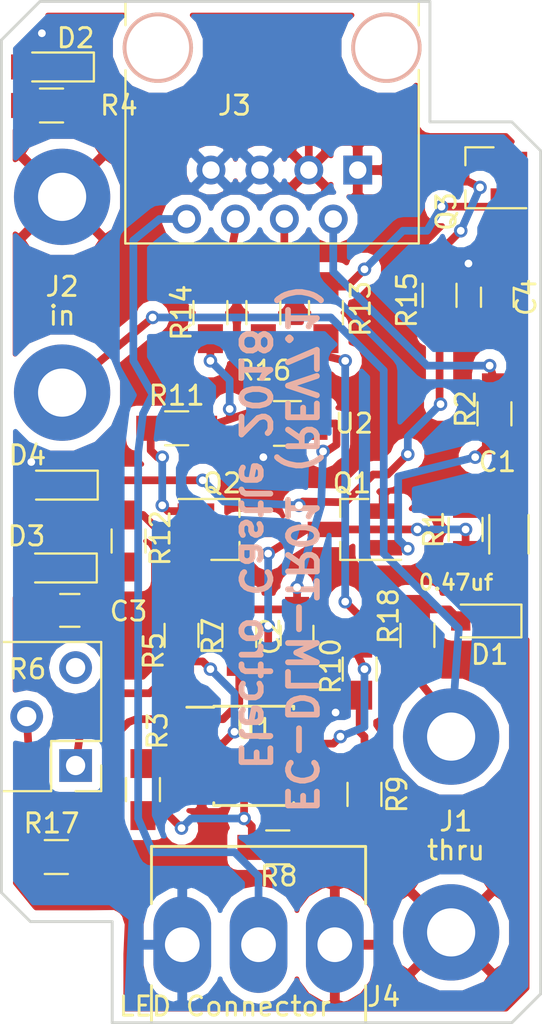
<source format=kicad_pcb>
(kicad_pcb (version 4) (host pcbnew 4.0.6)

  (general
    (links 62)
    (no_connects 0)
    (area 139.074999 69.024999 167.225001 122.175001)
    (thickness 1.6)
    (drawings 14)
    (tracks 247)
    (zones 0)
    (modules 35)
    (nets 27)
  )

  (page A4)
  (layers
    (0 F.Cu signal hide)
    (31 B.Cu signal hide)
    (32 B.Adhes user)
    (33 F.Adhes user)
    (34 B.Paste user)
    (35 F.Paste user)
    (36 B.SilkS user)
    (37 F.SilkS user)
    (38 B.Mask user)
    (39 F.Mask user)
    (40 Dwgs.User user)
    (41 Cmts.User user hide)
    (42 Eco1.User user)
    (43 Eco2.User user)
    (44 Edge.Cuts user)
    (45 Margin user)
    (46 B.CrtYd user)
    (47 F.CrtYd user)
    (48 B.Fab user)
    (49 F.Fab user)
  )

  (setup
    (last_trace_width 0.4)
    (trace_clearance 0.2)
    (zone_clearance 0.508)
    (zone_45_only no)
    (trace_min 0.2)
    (segment_width 0.2)
    (edge_width 0.15)
    (via_size 0.7)
    (via_drill 0.4)
    (via_min_size 0.4)
    (via_min_drill 0.3)
    (uvia_size 0.3)
    (uvia_drill 0.1)
    (uvias_allowed no)
    (uvia_min_size 0.2)
    (uvia_min_drill 0.1)
    (pcb_text_width 0.3)
    (pcb_text_size 1.5 1.5)
    (mod_edge_width 0.15)
    (mod_text_size 1 1)
    (mod_text_width 0.15)
    (pad_size 1.524 1.524)
    (pad_drill 0.762)
    (pad_to_mask_clearance 0.2)
    (aux_axis_origin 0 0)
    (visible_elements 7FFFFFFF)
    (pcbplotparams
      (layerselection 0x010f0_80000001)
      (usegerberextensions true)
      (excludeedgelayer true)
      (linewidth 0.100000)
      (plotframeref false)
      (viasonmask false)
      (mode 1)
      (useauxorigin false)
      (hpglpennumber 1)
      (hpglpenspeed 20)
      (hpglpendiameter 15)
      (hpglpenoverlay 2)
      (psnegative false)
      (psa4output false)
      (plotreference true)
      (plotvalue true)
      (plotinvisibletext false)
      (padsonsilk false)
      (subtractmaskfromsilk false)
      (outputformat 1)
      (mirror false)
      (drillshape 0)
      (scaleselection 1)
      (outputdirectory ./gerber))
  )

  (net 0 "")
  (net 1 GND)
  (net 2 Input)
  (net 3 VCC)
  (net 4 "Net-(R3-Pad1)")
  (net 5 "Net-(C1-Pad1)")
  (net 6 AnalogRST)
  (net 7 ADCInput)
  (net 8 SchmidtTrigInput)
  (net 9 WSLED-Signal)
  (net 10 "Net-(C2-Pad1)")
  (net 11 "Net-(C3-Pad2)")
  (net 12 "Net-(C4-Pad1)")
  (net 13 "Net-(D1-Pad2)")
  (net 14 "Net-(D2-Pad1)")
  (net 15 "Net-(J3-Pad2)")
  (net 16 "Net-(J3-Pad6)")
  (net 17 "Net-(Q2-Pad1)")
  (net 18 "Net-(Q3-Pad1)")
  (net 19 "Net-(R5-Pad1)")
  (net 20 "Net-(R8-Pad1)")
  (net 21 "Net-(R10-Pad2)")
  (net 22 "Net-(R10-Pad1)")
  (net 23 "Net-(R17-Pad1)")
  (net 24 "Net-(R17-Pad2)")
  (net 25 "Net-(Q2-Pad3)")
  (net 26 "Net-(Q3-Pad3)")

  (net_class Default "This is the default net class."
    (clearance 0.2)
    (trace_width 0.4)
    (via_dia 0.7)
    (via_drill 0.4)
    (uvia_dia 0.3)
    (uvia_drill 0.1)
    (add_net ADCInput)
    (add_net AnalogRST)
    (add_net GND)
    (add_net Input)
    (add_net "Net-(C1-Pad1)")
    (add_net "Net-(C2-Pad1)")
    (add_net "Net-(C3-Pad2)")
    (add_net "Net-(C4-Pad1)")
    (add_net "Net-(D1-Pad2)")
    (add_net "Net-(D2-Pad1)")
    (add_net "Net-(J3-Pad2)")
    (add_net "Net-(J3-Pad6)")
    (add_net "Net-(Q2-Pad1)")
    (add_net "Net-(Q2-Pad3)")
    (add_net "Net-(Q3-Pad1)")
    (add_net "Net-(Q3-Pad3)")
    (add_net "Net-(R10-Pad1)")
    (add_net "Net-(R10-Pad2)")
    (add_net "Net-(R17-Pad1)")
    (add_net "Net-(R17-Pad2)")
    (add_net "Net-(R3-Pad1)")
    (add_net "Net-(R5-Pad1)")
    (add_net "Net-(R8-Pad1)")
    (add_net SchmidtTrigInput)
    (add_net VCC)
    (add_net WSLED-Signal)
  )

  (module TO_SOT_Packages_SMD:SOT-23_Handsoldering (layer F.Cu) (tedit 5A51A238) (tstamp 5A503381)
    (at 157.5 96.5 180)
    (descr "SOT-23, Handsoldering")
    (tags SOT-23)
    (path /5A3860A6)
    (attr smd)
    (fp_text reference Q1 (at 0.15 2.4 180) (layer F.SilkS)
      (effects (font (size 1 1) (thickness 0.15)))
    )
    (fp_text value 2N4401 (at -15.5 0.25 180) (layer F.Fab)
      (effects (font (size 1 1) (thickness 0.15)))
    )
    (fp_text user %R (at 0 0 270) (layer F.Fab)
      (effects (font (size 0.5 0.5) (thickness 0.075)))
    )
    (fp_line (start 0.76 1.58) (end 0.76 0.65) (layer F.SilkS) (width 0.12))
    (fp_line (start 0.76 -1.58) (end 0.76 -0.65) (layer F.SilkS) (width 0.12))
    (fp_line (start -2.7 -1.75) (end 2.7 -1.75) (layer F.CrtYd) (width 0.05))
    (fp_line (start 2.7 -1.75) (end 2.7 1.75) (layer F.CrtYd) (width 0.05))
    (fp_line (start 2.7 1.75) (end -2.7 1.75) (layer F.CrtYd) (width 0.05))
    (fp_line (start -2.7 1.75) (end -2.7 -1.75) (layer F.CrtYd) (width 0.05))
    (fp_line (start 0.76 -1.58) (end -2.4 -1.58) (layer F.SilkS) (width 0.12))
    (fp_line (start -0.7 -0.95) (end -0.7 1.5) (layer F.Fab) (width 0.1))
    (fp_line (start -0.15 -1.52) (end 0.7 -1.52) (layer F.Fab) (width 0.1))
    (fp_line (start -0.7 -0.95) (end -0.15 -1.52) (layer F.Fab) (width 0.1))
    (fp_line (start 0.7 -1.52) (end 0.7 1.52) (layer F.Fab) (width 0.1))
    (fp_line (start -0.7 1.52) (end 0.7 1.52) (layer F.Fab) (width 0.1))
    (fp_line (start 0.76 1.58) (end -0.7 1.58) (layer F.SilkS) (width 0.12))
    (pad 1 smd rect (at -1.5 -0.95 180) (size 1.9 0.8) (layers F.Cu F.Paste F.Mask)
      (net 6 AnalogRST))
    (pad 2 smd rect (at -1.5 0.95 180) (size 1.9 0.8) (layers F.Cu F.Paste F.Mask)
      (net 1 GND))
    (pad 3 smd rect (at 1.5 0 180) (size 1.9 0.8) (layers F.Cu F.Paste F.Mask)
      (net 5 "Net-(C1-Pad1)"))
    (model ${KISYS3DMOD}/TO_SOT_Packages_SMD.3dshapes\SOT-23.wrl
      (at (xyz 0 0 0))
      (scale (xyz 1 1 1))
      (rotate (xyz 0 0 0))
    )
  )

  (module Wire_Connections_Bridges:WireConnection_2.50mmDrill (layer F.Cu) (tedit 5A49C669) (tstamp 59BFF424)
    (at 162.5 107.25 270)
    (descr "WireConnection with 2.5mm drill")
    (path /59BFF4DA)
    (fp_text reference J1 (at 4.4 -0.25 360) (layer F.SilkS)
      (effects (font (size 1 1) (thickness 0.15)))
    )
    (fp_text value thru (at 5.9 -0.25 360) (layer F.SilkS)
      (effects (font (size 1 1) (thickness 0.15)))
    )
    (fp_line (start 14.0716 -3.7592) (end 13.8684 -3.6576) (layer Cmts.User) (width 0.381))
    (fp_line (start 13.8684 -3.6576) (end 13.6398 -3.6576) (layer Cmts.User) (width 0.381))
    (fp_line (start 13.6398 -3.6576) (end 13.4366 -3.7592) (layer Cmts.User) (width 0.381))
    (fp_line (start 13.4366 -3.7592) (end 13.3604 -4.1148) (layer Cmts.User) (width 0.381))
    (fp_line (start 13.3604 -4.1148) (end 13.3604 -4.572) (layer Cmts.User) (width 0.381))
    (fp_line (start 13.3604 -4.572) (end 13.462 -4.6482) (layer Cmts.User) (width 0.381))
    (fp_line (start 13.462 -4.6482) (end 13.7668 -4.7244) (layer Cmts.User) (width 0.381))
    (fp_line (start 13.7668 -4.7244) (end 13.9954 -4.6736) (layer Cmts.User) (width 0.381))
    (fp_line (start 13.9954 -4.6736) (end 14.0462 -4.318) (layer Cmts.User) (width 0.381))
    (fp_line (start 14.0462 -4.318) (end 13.4366 -4.191) (layer Cmts.User) (width 0.381))
    (fp_line (start 13.4366 -4.191) (end 13.4366 -4.2418) (layer Cmts.User) (width 0.381))
    (fp_line (start 12.7508 -3.7084) (end 12.4206 -3.7084) (layer Cmts.User) (width 0.381))
    (fp_line (start 12.4206 -3.7084) (end 12.2174 -3.7084) (layer Cmts.User) (width 0.381))
    (fp_line (start 12.2174 -3.7084) (end 12.0396 -3.8608) (layer Cmts.User) (width 0.381))
    (fp_line (start 12.0396 -3.8608) (end 12.0396 -4.2418) (layer Cmts.User) (width 0.381))
    (fp_line (start 12.0396 -4.2418) (end 12.1412 -4.572) (layer Cmts.User) (width 0.381))
    (fp_line (start 12.1412 -4.572) (end 12.2936 -4.6482) (layer Cmts.User) (width 0.381))
    (fp_line (start 12.2936 -4.6482) (end 12.573 -4.6482) (layer Cmts.User) (width 0.381))
    (fp_line (start 12.573 -4.6482) (end 12.7508 -4.572) (layer Cmts.User) (width 0.381))
    (fp_line (start 12.7508 -4.572) (end 12.7762 -4.2672) (layer Cmts.User) (width 0.381))
    (fp_line (start 12.7762 -4.2672) (end 12.1412 -4.2418) (layer Cmts.User) (width 0.381))
    (fp_line (start 11.2268 -4.5212) (end 11.6078 -4.6736) (layer Cmts.User) (width 0.381))
    (fp_line (start 11.6078 -4.6736) (end 11.6332 -4.6736) (layer Cmts.User) (width 0.381))
    (fp_line (start 11.2014 -4.7244) (end 11.2014 -3.6576) (layer Cmts.User) (width 0.381))
    (fp_line (start 9.9822 -4.6736) (end 10.668 -4.7244) (layer Cmts.User) (width 0.381))
    (fp_line (start 10.7188 -5.207) (end 10.541 -5.207) (layer Cmts.User) (width 0.381))
    (fp_line (start 10.541 -5.207) (end 10.3886 -5.08) (layer Cmts.User) (width 0.381))
    (fp_line (start 10.3886 -5.08) (end 10.3378 -3.7084) (layer Cmts.User) (width 0.381))
    (fp_line (start 8.4328 -4.5974) (end 8.3058 -4.6736) (layer Cmts.User) (width 0.381))
    (fp_line (start 8.3058 -4.6736) (end 8.0264 -4.6736) (layer Cmts.User) (width 0.381))
    (fp_line (start 8.0264 -4.6736) (end 7.874 -4.445) (layer Cmts.User) (width 0.381))
    (fp_line (start 7.874 -4.445) (end 7.8994 -4.2672) (layer Cmts.User) (width 0.381))
    (fp_line (start 7.8994 -4.2672) (end 8.1788 -4.191) (layer Cmts.User) (width 0.381))
    (fp_line (start 8.1788 -4.191) (end 8.4328 -4.1148) (layer Cmts.User) (width 0.381))
    (fp_line (start 8.4328 -4.1148) (end 8.4836 -3.8354) (layer Cmts.User) (width 0.381))
    (fp_line (start 8.4836 -3.8354) (end 8.2804 -3.6576) (layer Cmts.User) (width 0.381))
    (fp_line (start 8.2804 -3.6576) (end 7.8994 -3.7084) (layer Cmts.User) (width 0.381))
    (fp_line (start 7.1628 -3.6576) (end 6.8072 -3.7592) (layer Cmts.User) (width 0.381))
    (fp_line (start 6.8072 -3.7592) (end 6.604 -3.8354) (layer Cmts.User) (width 0.381))
    (fp_line (start 6.604 -3.8354) (end 6.477 -4.1656) (layer Cmts.User) (width 0.381))
    (fp_line (start 6.477 -4.1656) (end 6.477 -4.4704) (layer Cmts.User) (width 0.381))
    (fp_line (start 6.477 -4.4704) (end 6.6802 -4.6736) (layer Cmts.User) (width 0.381))
    (fp_line (start 6.6802 -4.6736) (end 7.0104 -4.7244) (layer Cmts.User) (width 0.381))
    (fp_line (start 7.2136 -5.207) (end 7.2136 -3.6576) (layer Cmts.User) (width 0.381))
    (fp_line (start 5.715 -3.6576) (end 5.2578 -3.7084) (layer Cmts.User) (width 0.381))
    (fp_line (start 5.2578 -3.7084) (end 5.1054 -3.9116) (layer Cmts.User) (width 0.381))
    (fp_line (start 5.1054 -3.9116) (end 5.1308 -4.191) (layer Cmts.User) (width 0.381))
    (fp_line (start 5.1308 -4.191) (end 5.842 -4.2418) (layer Cmts.User) (width 0.381))
    (fp_line (start 5.1054 -4.572) (end 5.3848 -4.7244) (layer Cmts.User) (width 0.381))
    (fp_line (start 5.3848 -4.7244) (end 5.6388 -4.6482) (layer Cmts.User) (width 0.381))
    (fp_line (start 5.6388 -4.6482) (end 5.7912 -4.4704) (layer Cmts.User) (width 0.381))
    (fp_line (start 5.7912 -4.4704) (end 5.842 -3.6322) (layer Cmts.User) (width 0.381))
    (fp_line (start 3.6068 -3.6576) (end 3.6322 -5.2578) (layer Cmts.User) (width 0.381))
    (fp_line (start 3.6322 -5.2578) (end 4.0894 -5.2578) (layer Cmts.User) (width 0.381))
    (fp_line (start 4.0894 -5.2578) (end 4.3688 -5.1308) (layer Cmts.User) (width 0.381))
    (fp_line (start 4.3688 -5.1308) (end 4.4958 -4.8768) (layer Cmts.User) (width 0.381))
    (fp_line (start 4.4958 -4.8768) (end 4.4958 -4.5974) (layer Cmts.User) (width 0.381))
    (fp_line (start 4.4958 -4.5974) (end 4.3688 -4.3942) (layer Cmts.User) (width 0.381))
    (fp_line (start 4.3688 -4.3942) (end 4.0894 -4.445) (layer Cmts.User) (width 0.381))
    (fp_line (start 4.0894 -4.445) (end 3.6322 -4.445) (layer Cmts.User) (width 0.381))
    (fp_line (start 1.778 -3.7592) (end 1.524 -3.6576) (layer Cmts.User) (width 0.381))
    (fp_line (start 1.524 -3.6576) (end 1.27 -3.7592) (layer Cmts.User) (width 0.381))
    (fp_line (start 1.27 -3.7592) (end 1.1176 -3.9116) (layer Cmts.User) (width 0.381))
    (fp_line (start 1.1176 -3.9116) (end 1.0414 -4.318) (layer Cmts.User) (width 0.381))
    (fp_line (start 1.0414 -4.318) (end 1.1684 -4.572) (layer Cmts.User) (width 0.381))
    (fp_line (start 1.1684 -4.572) (end 1.3716 -4.6736) (layer Cmts.User) (width 0.381))
    (fp_line (start 1.3716 -4.6736) (end 1.651 -4.6482) (layer Cmts.User) (width 0.381))
    (fp_line (start 1.651 -4.6482) (end 1.8034 -4.5212) (layer Cmts.User) (width 0.381))
    (fp_line (start 1.8034 -4.5212) (end 1.8034 -4.318) (layer Cmts.User) (width 0.381))
    (fp_line (start 1.8034 -4.318) (end 1.1684 -4.2418) (layer Cmts.User) (width 0.381))
    (fp_line (start -0.1524 -4.7244) (end 0.3048 -3.6576) (layer Cmts.User) (width 0.381))
    (fp_line (start 0.3048 -3.6576) (end 0.5842 -4.6736) (layer Cmts.User) (width 0.381))
    (fp_line (start 0.5842 -4.6736) (end 0.5588 -4.6736) (layer Cmts.User) (width 0.381))
    (fp_line (start -1.4732 -4.3942) (end -1.4732 -3.9116) (layer Cmts.User) (width 0.381))
    (fp_line (start -1.4732 -3.9116) (end -1.27 -3.7084) (layer Cmts.User) (width 0.381))
    (fp_line (start -1.27 -3.7084) (end -1.0414 -3.6576) (layer Cmts.User) (width 0.381))
    (fp_line (start -1.0414 -3.6576) (end -0.762 -3.7846) (layer Cmts.User) (width 0.381))
    (fp_line (start -0.762 -3.7846) (end -0.6604 -3.9878) (layer Cmts.User) (width 0.381))
    (fp_line (start -0.6604 -3.9878) (end -0.6604 -4.445) (layer Cmts.User) (width 0.381))
    (fp_line (start -0.6604 -4.445) (end -0.8382 -4.6482) (layer Cmts.User) (width 0.381))
    (fp_line (start -0.8382 -4.6482) (end -1.1176 -4.7244) (layer Cmts.User) (width 0.381))
    (fp_line (start -1.1176 -4.7244) (end -1.4478 -4.4704) (layer Cmts.User) (width 0.381))
    (fp_line (start -3.0988 -3.6322) (end -3.0988 -5.2578) (layer Cmts.User) (width 0.381))
    (fp_line (start -3.0988 -5.2578) (end -2.6162 -4.1148) (layer Cmts.User) (width 0.381))
    (fp_line (start -2.6162 -4.1148) (end -2.1336 -5.1816) (layer Cmts.User) (width 0.381))
    (fp_line (start -2.1336 -5.1816) (end -2.1336 -3.6322) (layer Cmts.User) (width 0.381))
    (pad 1 thru_hole circle (at 0 0 270) (size 5.00126 5.00126) (drill 2.49936) (layers *.Cu *.Mask)
      (net 2 Input))
    (pad 2 thru_hole circle (at 10.16 0 270) (size 5.00126 5.00126) (drill 2.49936) (layers *.Cu *.Mask)
      (net 1 GND))
  )

  (module Connectors:RJ45_8 (layer F.Cu) (tedit 5A51A2DC) (tstamp 59BFF438)
    (at 157.65 77.85 180)
    (tags RJ45)
    (path /59BFF260)
    (fp_text reference J3 (at 6.4 3.35 180) (layer F.SilkS)
      (effects (font (size 1 1) (thickness 0.15)))
    )
    (fp_text value RJ45 (at 4.59 6.25 180) (layer F.Fab)
      (effects (font (size 1 1) (thickness 0.15)))
    )
    (fp_line (start -3.17 14.22) (end 12.07 14.22) (layer F.SilkS) (width 0.12))
    (fp_line (start 12.07 -3.81) (end 12.06 5.18) (layer F.SilkS) (width 0.12))
    (fp_line (start 12.07 -3.81) (end -3.17 -3.81) (layer F.SilkS) (width 0.12))
    (fp_line (start -3.17 -3.81) (end -3.17 5.19) (layer F.SilkS) (width 0.12))
    (fp_line (start 12.06 7.52) (end 12.07 14.22) (layer F.SilkS) (width 0.12))
    (fp_line (start -3.17 7.51) (end -3.17 14.22) (layer F.SilkS) (width 0.12))
    (fp_line (start -3.56 -4.06) (end 12.46 -4.06) (layer F.CrtYd) (width 0.05))
    (fp_line (start -3.56 -4.06) (end -3.56 14.47) (layer F.CrtYd) (width 0.05))
    (fp_line (start 12.46 14.47) (end 12.46 -4.06) (layer F.CrtYd) (width 0.05))
    (fp_line (start 12.46 14.47) (end -3.56 14.47) (layer F.CrtYd) (width 0.05))
    (pad Hole np_thru_hole circle (at 10.38 6.35 180) (size 3.65 3.65) (drill 3.25) (layers *.Cu *.SilkS *.Mask))
    (pad Hole np_thru_hole circle (at -1.49 6.35 180) (size 3.65 3.65) (drill 3.25) (layers *.Cu *.SilkS *.Mask))
    (pad 1 thru_hole rect (at 0 0 180) (size 1.5 1.5) (drill 0.9) (layers *.Cu *.Mask)
      (net 1 GND))
    (pad 2 thru_hole circle (at 1.27 -2.54 180) (size 1.5 1.5) (drill 0.9) (layers *.Cu *.Mask)
      (net 15 "Net-(J3-Pad2)"))
    (pad 3 thru_hole circle (at 2.54 0 180) (size 1.5 1.5) (drill 0.9) (layers *.Cu *.Mask)
      (net 1 GND))
    (pad 4 thru_hole circle (at 3.81 -2.54 180) (size 1.5 1.5) (drill 0.9) (layers *.Cu *.Mask)
      (net 7 ADCInput))
    (pad 5 thru_hole circle (at 5.08 0 180) (size 1.5 1.5) (drill 0.9) (layers *.Cu *.Mask)
      (net 3 VCC))
    (pad 6 thru_hole circle (at 6.35 -2.54 180) (size 1.5 1.5) (drill 0.9) (layers *.Cu *.Mask)
      (net 16 "Net-(J3-Pad6)"))
    (pad 7 thru_hole circle (at 7.62 0 180) (size 1.5 1.5) (drill 0.9) (layers *.Cu *.Mask)
      (net 3 VCC))
    (pad 8 thru_hole circle (at 8.89 -2.54 180) (size 1.5 1.5) (drill 0.9) (layers *.Cu *.Mask)
      (net 9 WSLED-Signal))
    (model ${KISYS3DMOD}/Connectors.3dshapes/RJ45_8.wrl
      (at (xyz 0.18 -0.25 0))
      (scale (xyz 0.4 0.4 0.4))
      (rotate (xyz 0 0 0))
    )
  )

  (module Capacitors_SMD:C_1206_HandSoldering (layer F.Cu) (tedit 5A71361C) (tstamp 5A4897AA)
    (at 165.5 96.75 90)
    (descr "Capacitor SMD 1206, hand soldering")
    (tags "capacitor 1206")
    (path /5A372485)
    (attr smd)
    (fp_text reference C1 (at 3.75 -0.6 180) (layer F.SilkS)
      (effects (font (size 1 1) (thickness 0.15)))
    )
    (fp_text value 0.47uf (at -2.5 -2.75 180) (layer F.SilkS)
      (effects (font (size 0.8 0.8) (thickness 0.15)))
    )
    (fp_text user %R (at 0 -7.75 90) (layer F.Fab)
      (effects (font (size 1 1) (thickness 0.15)))
    )
    (fp_line (start -1.6 0.8) (end -1.6 -0.8) (layer F.Fab) (width 0.1))
    (fp_line (start 1.6 0.8) (end -1.6 0.8) (layer F.Fab) (width 0.1))
    (fp_line (start 1.6 -0.8) (end 1.6 0.8) (layer F.Fab) (width 0.1))
    (fp_line (start -1.6 -0.8) (end 1.6 -0.8) (layer F.Fab) (width 0.1))
    (fp_line (start 1 -1.02) (end -1 -1.02) (layer F.SilkS) (width 0.12))
    (fp_line (start -1 1.02) (end 1 1.02) (layer F.SilkS) (width 0.12))
    (fp_line (start -3.25 -1.05) (end 3.25 -1.05) (layer F.CrtYd) (width 0.05))
    (fp_line (start -3.25 -1.05) (end -3.25 1.05) (layer F.CrtYd) (width 0.05))
    (fp_line (start 3.25 1.05) (end 3.25 -1.05) (layer F.CrtYd) (width 0.05))
    (fp_line (start 3.25 1.05) (end -3.25 1.05) (layer F.CrtYd) (width 0.05))
    (pad 1 smd rect (at -2 0 90) (size 2 1.6) (layers F.Cu F.Paste F.Mask)
      (net 5 "Net-(C1-Pad1)"))
    (pad 2 smd rect (at 2 0 90) (size 2 1.6) (layers F.Cu F.Paste F.Mask)
      (net 1 GND))
    (model Capacitors_SMD.3dshapes/C_1206.wrl
      (at (xyz 0 0 0))
      (scale (xyz 1 1 1))
      (rotate (xyz 0 0 0))
    )
  )

  (module Wire_Connections_Bridges:WireConnection_2.50mmDrill (layer F.Cu) (tedit 5A49C601) (tstamp 5A4897BB)
    (at 142.3 89.4 90)
    (descr "WireConnection with 2.5mm drill")
    (path /59BFF451)
    (fp_text reference J2 (at 5.5 0 180) (layer F.SilkS)
      (effects (font (size 1 1) (thickness 0.15)))
    )
    (fp_text value in (at 4 0 180) (layer F.SilkS)
      (effects (font (size 1 1) (thickness 0.15)))
    )
    (fp_line (start 14.0716 -3.7592) (end 13.8684 -3.6576) (layer Cmts.User) (width 0.381))
    (fp_line (start 13.8684 -3.6576) (end 13.6398 -3.6576) (layer Cmts.User) (width 0.381))
    (fp_line (start 13.6398 -3.6576) (end 13.4366 -3.7592) (layer Cmts.User) (width 0.381))
    (fp_line (start 13.4366 -3.7592) (end 13.3604 -4.1148) (layer Cmts.User) (width 0.381))
    (fp_line (start 13.3604 -4.1148) (end 13.3604 -4.572) (layer Cmts.User) (width 0.381))
    (fp_line (start 13.3604 -4.572) (end 13.462 -4.6482) (layer Cmts.User) (width 0.381))
    (fp_line (start 13.462 -4.6482) (end 13.7668 -4.7244) (layer Cmts.User) (width 0.381))
    (fp_line (start 13.7668 -4.7244) (end 13.9954 -4.6736) (layer Cmts.User) (width 0.381))
    (fp_line (start 13.9954 -4.6736) (end 14.0462 -4.318) (layer Cmts.User) (width 0.381))
    (fp_line (start 14.0462 -4.318) (end 13.4366 -4.191) (layer Cmts.User) (width 0.381))
    (fp_line (start 13.4366 -4.191) (end 13.4366 -4.2418) (layer Cmts.User) (width 0.381))
    (fp_line (start 12.7508 -3.7084) (end 12.4206 -3.7084) (layer Cmts.User) (width 0.381))
    (fp_line (start 12.4206 -3.7084) (end 12.2174 -3.7084) (layer Cmts.User) (width 0.381))
    (fp_line (start 12.2174 -3.7084) (end 12.0396 -3.8608) (layer Cmts.User) (width 0.381))
    (fp_line (start 12.0396 -3.8608) (end 12.0396 -4.2418) (layer Cmts.User) (width 0.381))
    (fp_line (start 12.0396 -4.2418) (end 12.1412 -4.572) (layer Cmts.User) (width 0.381))
    (fp_line (start 12.1412 -4.572) (end 12.2936 -4.6482) (layer Cmts.User) (width 0.381))
    (fp_line (start 12.2936 -4.6482) (end 12.573 -4.6482) (layer Cmts.User) (width 0.381))
    (fp_line (start 12.573 -4.6482) (end 12.7508 -4.572) (layer Cmts.User) (width 0.381))
    (fp_line (start 12.7508 -4.572) (end 12.7762 -4.2672) (layer Cmts.User) (width 0.381))
    (fp_line (start 12.7762 -4.2672) (end 12.1412 -4.2418) (layer Cmts.User) (width 0.381))
    (fp_line (start 11.2268 -4.5212) (end 11.6078 -4.6736) (layer Cmts.User) (width 0.381))
    (fp_line (start 11.6078 -4.6736) (end 11.6332 -4.6736) (layer Cmts.User) (width 0.381))
    (fp_line (start 11.2014 -4.7244) (end 11.2014 -3.6576) (layer Cmts.User) (width 0.381))
    (fp_line (start 9.9822 -4.6736) (end 10.668 -4.7244) (layer Cmts.User) (width 0.381))
    (fp_line (start 10.7188 -5.207) (end 10.541 -5.207) (layer Cmts.User) (width 0.381))
    (fp_line (start 10.541 -5.207) (end 10.3886 -5.08) (layer Cmts.User) (width 0.381))
    (fp_line (start 10.3886 -5.08) (end 10.3378 -3.7084) (layer Cmts.User) (width 0.381))
    (fp_line (start 8.4328 -4.5974) (end 8.3058 -4.6736) (layer Cmts.User) (width 0.381))
    (fp_line (start 8.3058 -4.6736) (end 8.0264 -4.6736) (layer Cmts.User) (width 0.381))
    (fp_line (start 8.0264 -4.6736) (end 7.874 -4.445) (layer Cmts.User) (width 0.381))
    (fp_line (start 7.874 -4.445) (end 7.8994 -4.2672) (layer Cmts.User) (width 0.381))
    (fp_line (start 7.8994 -4.2672) (end 8.1788 -4.191) (layer Cmts.User) (width 0.381))
    (fp_line (start 8.1788 -4.191) (end 8.4328 -4.1148) (layer Cmts.User) (width 0.381))
    (fp_line (start 8.4328 -4.1148) (end 8.4836 -3.8354) (layer Cmts.User) (width 0.381))
    (fp_line (start 8.4836 -3.8354) (end 8.2804 -3.6576) (layer Cmts.User) (width 0.381))
    (fp_line (start 8.2804 -3.6576) (end 7.8994 -3.7084) (layer Cmts.User) (width 0.381))
    (fp_line (start 7.1628 -3.6576) (end 6.8072 -3.7592) (layer Cmts.User) (width 0.381))
    (fp_line (start 6.8072 -3.7592) (end 6.604 -3.8354) (layer Cmts.User) (width 0.381))
    (fp_line (start 6.604 -3.8354) (end 6.477 -4.1656) (layer Cmts.User) (width 0.381))
    (fp_line (start 6.477 -4.1656) (end 6.477 -4.4704) (layer Cmts.User) (width 0.381))
    (fp_line (start 6.477 -4.4704) (end 6.6802 -4.6736) (layer Cmts.User) (width 0.381))
    (fp_line (start 6.6802 -4.6736) (end 7.0104 -4.7244) (layer Cmts.User) (width 0.381))
    (fp_line (start 7.2136 -5.207) (end 7.2136 -3.6576) (layer Cmts.User) (width 0.381))
    (fp_line (start 5.715 -3.6576) (end 5.2578 -3.7084) (layer Cmts.User) (width 0.381))
    (fp_line (start 5.2578 -3.7084) (end 5.1054 -3.9116) (layer Cmts.User) (width 0.381))
    (fp_line (start 5.1054 -3.9116) (end 5.1308 -4.191) (layer Cmts.User) (width 0.381))
    (fp_line (start 5.1308 -4.191) (end 5.842 -4.2418) (layer Cmts.User) (width 0.381))
    (fp_line (start 5.1054 -4.572) (end 5.3848 -4.7244) (layer Cmts.User) (width 0.381))
    (fp_line (start 5.3848 -4.7244) (end 5.6388 -4.6482) (layer Cmts.User) (width 0.381))
    (fp_line (start 5.6388 -4.6482) (end 5.7912 -4.4704) (layer Cmts.User) (width 0.381))
    (fp_line (start 5.7912 -4.4704) (end 5.842 -3.6322) (layer Cmts.User) (width 0.381))
    (fp_line (start 3.6068 -3.6576) (end 3.6322 -5.2578) (layer Cmts.User) (width 0.381))
    (fp_line (start 3.6322 -5.2578) (end 4.0894 -5.2578) (layer Cmts.User) (width 0.381))
    (fp_line (start 4.0894 -5.2578) (end 4.3688 -5.1308) (layer Cmts.User) (width 0.381))
    (fp_line (start 4.3688 -5.1308) (end 4.4958 -4.8768) (layer Cmts.User) (width 0.381))
    (fp_line (start 4.4958 -4.8768) (end 4.4958 -4.5974) (layer Cmts.User) (width 0.381))
    (fp_line (start 4.4958 -4.5974) (end 4.3688 -4.3942) (layer Cmts.User) (width 0.381))
    (fp_line (start 4.3688 -4.3942) (end 4.0894 -4.445) (layer Cmts.User) (width 0.381))
    (fp_line (start 4.0894 -4.445) (end 3.6322 -4.445) (layer Cmts.User) (width 0.381))
    (fp_line (start 1.778 -3.7592) (end 1.524 -3.6576) (layer Cmts.User) (width 0.381))
    (fp_line (start 1.524 -3.6576) (end 1.27 -3.7592) (layer Cmts.User) (width 0.381))
    (fp_line (start 1.27 -3.7592) (end 1.1176 -3.9116) (layer Cmts.User) (width 0.381))
    (fp_line (start 1.1176 -3.9116) (end 1.0414 -4.318) (layer Cmts.User) (width 0.381))
    (fp_line (start 1.0414 -4.318) (end 1.1684 -4.572) (layer Cmts.User) (width 0.381))
    (fp_line (start 1.1684 -4.572) (end 1.3716 -4.6736) (layer Cmts.User) (width 0.381))
    (fp_line (start 1.3716 -4.6736) (end 1.651 -4.6482) (layer Cmts.User) (width 0.381))
    (fp_line (start 1.651 -4.6482) (end 1.8034 -4.5212) (layer Cmts.User) (width 0.381))
    (fp_line (start 1.8034 -4.5212) (end 1.8034 -4.318) (layer Cmts.User) (width 0.381))
    (fp_line (start 1.8034 -4.318) (end 1.1684 -4.2418) (layer Cmts.User) (width 0.381))
    (fp_line (start -0.1524 -4.7244) (end 0.3048 -3.6576) (layer Cmts.User) (width 0.381))
    (fp_line (start 0.3048 -3.6576) (end 0.5842 -4.6736) (layer Cmts.User) (width 0.381))
    (fp_line (start 0.5842 -4.6736) (end 0.5588 -4.6736) (layer Cmts.User) (width 0.381))
    (fp_line (start -1.4732 -4.3942) (end -1.4732 -3.9116) (layer Cmts.User) (width 0.381))
    (fp_line (start -1.4732 -3.9116) (end -1.27 -3.7084) (layer Cmts.User) (width 0.381))
    (fp_line (start -1.27 -3.7084) (end -1.0414 -3.6576) (layer Cmts.User) (width 0.381))
    (fp_line (start -1.0414 -3.6576) (end -0.762 -3.7846) (layer Cmts.User) (width 0.381))
    (fp_line (start -0.762 -3.7846) (end -0.6604 -3.9878) (layer Cmts.User) (width 0.381))
    (fp_line (start -0.6604 -3.9878) (end -0.6604 -4.445) (layer Cmts.User) (width 0.381))
    (fp_line (start -0.6604 -4.445) (end -0.8382 -4.6482) (layer Cmts.User) (width 0.381))
    (fp_line (start -0.8382 -4.6482) (end -1.1176 -4.7244) (layer Cmts.User) (width 0.381))
    (fp_line (start -1.1176 -4.7244) (end -1.4478 -4.4704) (layer Cmts.User) (width 0.381))
    (fp_line (start -3.0988 -3.6322) (end -3.0988 -5.2578) (layer Cmts.User) (width 0.381))
    (fp_line (start -3.0988 -5.2578) (end -2.6162 -4.1148) (layer Cmts.User) (width 0.381))
    (fp_line (start -2.6162 -4.1148) (end -2.1336 -5.1816) (layer Cmts.User) (width 0.381))
    (fp_line (start -2.1336 -5.1816) (end -2.1336 -3.6322) (layer Cmts.User) (width 0.381))
    (pad 1 thru_hole circle (at 0 0 90) (size 5.00126 5.00126) (drill 2.49936) (layers *.Cu *.Mask)
      (net 2 Input))
    (pad 2 thru_hole circle (at 10.16 0 90) (size 5.00126 5.00126) (drill 2.49936) (layers *.Cu *.Mask)
      (net 1 GND))
  )

  (module TO_SOT_Packages_SMD:SOT-353_SC-70-5_Handsoldering (layer F.Cu) (tedit 5A51A2B3) (tstamp 5A4897D6)
    (at 154 91 180)
    (descr "SOT-353, SC-70-5, Handsoldering")
    (tags "SOT-353 SC-70-5 Handsoldering")
    (path /5A372FB4)
    (attr smd)
    (fp_text reference U2 (at -3.45 0 180) (layer F.SilkS)
      (effects (font (size 1 1) (thickness 0.15)))
    )
    (fp_text value "SN74LVC1G17-Q1 (Schmitt trigger)" (at 32 3.5 360) (layer F.Fab)
      (effects (font (size 1 1) (thickness 0.15)))
    )
    (fp_text user %R (at 0.1 -0.1 270) (layer F.Fab)
      (effects (font (size 0.5 0.5) (thickness 0.075)))
    )
    (fp_line (start 0.7 -1.16) (end -1.2 -1.16) (layer F.SilkS) (width 0.12))
    (fp_line (start -0.7 1.16) (end 0.7 1.16) (layer F.SilkS) (width 0.12))
    (fp_line (start 2.4 1.4) (end 2.4 -1.4) (layer F.CrtYd) (width 0.05))
    (fp_line (start -2.4 -1.4) (end -2.4 1.4) (layer F.CrtYd) (width 0.05))
    (fp_line (start -2.4 -1.4) (end 2.4 -1.4) (layer F.CrtYd) (width 0.05))
    (fp_line (start 0.675 -1.1) (end -0.175 -1.1) (layer F.Fab) (width 0.1))
    (fp_line (start -0.675 -0.6) (end -0.675 1.1) (layer F.Fab) (width 0.1))
    (fp_line (start -1.6 1.4) (end 1.6 1.4) (layer F.CrtYd) (width 0.05))
    (fp_line (start 0.675 -1.1) (end 0.675 1.1) (layer F.Fab) (width 0.1))
    (fp_line (start 0.675 1.1) (end -0.675 1.1) (layer F.Fab) (width 0.1))
    (fp_line (start -0.175 -1.1) (end -0.675 -0.6) (layer F.Fab) (width 0.1))
    (pad 1 smd rect (at -1.33 -0.65 180) (size 1.5 0.4) (layers F.Cu F.Paste F.Mask))
    (pad 2 smd rect (at -1.33 0 180) (size 1.5 0.4) (layers F.Cu F.Paste F.Mask)
      (net 10 "Net-(C2-Pad1)"))
    (pad 3 smd rect (at -1.33 0.65 180) (size 1.5 0.4) (layers F.Cu F.Paste F.Mask)
      (net 1 GND))
    (pad 4 smd rect (at 1.33 0.65 180) (size 1.5 0.4) (layers F.Cu F.Paste F.Mask)
      (net 8 SchmidtTrigInput))
    (pad 5 smd rect (at 1.33 -0.65 180) (size 1.5 0.4) (layers F.Cu F.Paste F.Mask)
      (net 3 VCC))
    (model ${KISYS3DMOD}/TO_SOT_Packages_SMD.3dshapes/SOT-353_SC-70-5.wrl
      (at (xyz 0 0 0))
      (scale (xyz 1 1 1))
      (rotate (xyz 0 0 0))
    )
  )

  (module Sockets_MOLEX_KK-System:Socket_MOLEX-KK-RM3-96mm_Lock_3pin_straight (layer F.Cu) (tedit 5A504B9A) (tstamp 5A489960)
    (at 152.5 118.05 180)
    (descr "Socket, MOLEX, KK, RM 3.96mm, Lock, 3pin, straight,")
    (tags "Socket, MOLEX, KK, RM 3.96mm, Lock, 3pin, straight,")
    (path /59BFF516)
    (fp_text reference J4 (at -6.5 -2.7 180) (layer F.SilkS)
      (effects (font (size 1 1) (thickness 0.15)))
    )
    (fp_text value "LED Connector" (at 1.75 -3.2 180) (layer F.SilkS)
      (effects (font (size 1 1) (thickness 0.15)))
    )
    (fp_line (start -5.56006 -5.64896) (end -5.56006 -5.10032) (layer F.SilkS) (width 0.15))
    (fp_line (start 5.56006 -5.10032) (end 5.56006 -5.64896) (layer F.SilkS) (width 0.15))
    (fp_line (start 5.56006 -5.64896) (end -5.56006 -5.64896) (layer F.SilkS) (width 0.15))
    (fp_line (start -5.56006 2.13106) (end -5.56006 5.10032) (layer F.SilkS) (width 0.15))
    (fp_line (start -5.56006 5.10032) (end 0 5.10032) (layer F.SilkS) (width 0.15))
    (fp_line (start 5.56006 -2.13106) (end 5.56006 -5.10032) (layer F.SilkS) (width 0.15))
    (fp_line (start 5.56006 -5.10032) (end -5.56006 -5.10032) (layer F.SilkS) (width 0.15))
    (fp_line (start -5.56006 -5.10032) (end -5.56006 -2.13106) (layer F.SilkS) (width 0.15))
    (fp_line (start 0 5.10032) (end 5.56006 5.10032) (layer F.SilkS) (width 0.15))
    (fp_line (start 5.56006 5.10032) (end 5.56006 2.13106) (layer F.SilkS) (width 0.15))
    (pad 1 thru_hole oval (at -3.95986 0 180) (size 2.99974 5.00126) (drill 1.80086) (layers *.Cu *.Mask)
      (net 1 GND))
    (pad 2 thru_hole oval (at 0 0 180) (size 2.99974 5.00126) (drill 1.80086) (layers *.Cu *.Mask)
      (net 9 WSLED-Signal))
    (pad 3 thru_hole oval (at 3.95986 0 180) (size 2.99974 5.00126) (drill 1.80086) (layers *.Cu *.Mask)
      (net 3 VCC))
  )

  (module Housings_SOIC:SOIC-8_3.9x4.9mm_Pitch1.27mm (layer F.Cu) (tedit 5A51A21F) (tstamp 5A4E8B2D)
    (at 152.25 108.25)
    (descr "8-Lead Plastic Small Outline (SN) - Narrow, 3.90 mm Body [SOIC] (see Microchip Packaging Specification 00000049BS.pdf)")
    (tags "SOIC 1.27")
    (path /5A4AEA62)
    (attr smd)
    (fp_text reference U1 (at 0.05 -1.4) (layer F.SilkS)
      (effects (font (size 1 1) (thickness 0.15)))
    )
    (fp_text value ADA4075 (at 0 3.5) (layer F.Fab)
      (effects (font (size 1 1) (thickness 0.15)))
    )
    (fp_text user %R (at 0 0) (layer F.Fab)
      (effects (font (size 1 1) (thickness 0.15)))
    )
    (fp_line (start -0.95 -2.45) (end 1.95 -2.45) (layer F.Fab) (width 0.1))
    (fp_line (start 1.95 -2.45) (end 1.95 2.45) (layer F.Fab) (width 0.1))
    (fp_line (start 1.95 2.45) (end -1.95 2.45) (layer F.Fab) (width 0.1))
    (fp_line (start -1.95 2.45) (end -1.95 -1.45) (layer F.Fab) (width 0.1))
    (fp_line (start -1.95 -1.45) (end -0.95 -2.45) (layer F.Fab) (width 0.1))
    (fp_line (start -3.73 -2.7) (end -3.73 2.7) (layer F.CrtYd) (width 0.05))
    (fp_line (start 3.73 -2.7) (end 3.73 2.7) (layer F.CrtYd) (width 0.05))
    (fp_line (start -3.73 -2.7) (end 3.73 -2.7) (layer F.CrtYd) (width 0.05))
    (fp_line (start -3.73 2.7) (end 3.73 2.7) (layer F.CrtYd) (width 0.05))
    (fp_line (start -2.075 -2.575) (end -2.075 -2.525) (layer F.SilkS) (width 0.15))
    (fp_line (start 2.075 -2.575) (end 2.075 -2.43) (layer F.SilkS) (width 0.15))
    (fp_line (start 2.075 2.575) (end 2.075 2.43) (layer F.SilkS) (width 0.15))
    (fp_line (start -2.075 2.575) (end -2.075 2.43) (layer F.SilkS) (width 0.15))
    (fp_line (start -2.075 -2.575) (end 2.075 -2.575) (layer F.SilkS) (width 0.15))
    (fp_line (start -2.075 2.575) (end 2.075 2.575) (layer F.SilkS) (width 0.15))
    (fp_line (start -2.075 -2.525) (end -3.475 -2.525) (layer F.SilkS) (width 0.15))
    (pad 1 smd rect (at -2.7 -1.905) (size 1.55 0.6) (layers F.Cu F.Paste F.Mask)
      (net 24 "Net-(R17-Pad2)"))
    (pad 2 smd rect (at -2.7 -0.635) (size 1.55 0.6) (layers F.Cu F.Paste F.Mask)
      (net 19 "Net-(R5-Pad1)"))
    (pad 3 smd rect (at -2.7 0.635) (size 1.55 0.6) (layers F.Cu F.Paste F.Mask)
      (net 4 "Net-(R3-Pad1)"))
    (pad 4 smd rect (at -2.7 1.905) (size 1.55 0.6) (layers F.Cu F.Paste F.Mask)
      (net 1 GND))
    (pad 5 smd rect (at 2.7 1.905) (size 1.55 0.6) (layers F.Cu F.Paste F.Mask)
      (net 20 "Net-(R8-Pad1)"))
    (pad 6 smd rect (at 2.7 0.635) (size 1.55 0.6) (layers F.Cu F.Paste F.Mask)
      (net 21 "Net-(R10-Pad2)"))
    (pad 7 smd rect (at 2.7 -0.635) (size 1.55 0.6) (layers F.Cu F.Paste F.Mask)
      (net 22 "Net-(R10-Pad1)"))
    (pad 8 smd rect (at 2.7 -1.905) (size 1.55 0.6) (layers F.Cu F.Paste F.Mask)
      (net 3 VCC))
    (model ${KISYS3DMOD}/Housings_SOIC.3dshapes/SOIC-8_3.9x4.9mm_Pitch1.27mm.wrl
      (at (xyz 0 0 0))
      (scale (xyz 1 1 1))
      (rotate (xyz 0 0 0))
    )
  )

  (module Capacitors_SMD:C_0805_HandSoldering (layer F.Cu) (tedit 5A51A22E) (tstamp 5A503359)
    (at 154.5 102 270)
    (descr "Capacitor SMD 0805, hand soldering")
    (tags "capacitor 0805")
    (path /5A50C532)
    (attr smd)
    (fp_text reference C2 (at 0.05 1.4 270) (layer F.SilkS)
      (effects (font (size 1 1) (thickness 0.15)))
    )
    (fp_text value 104 (at 0 0 270) (layer F.Fab)
      (effects (font (size 1 1) (thickness 0.15)))
    )
    (fp_text user %R (at 0.75 0 270) (layer F.Fab)
      (effects (font (size 1 1) (thickness 0.15)))
    )
    (fp_line (start -1 0.62) (end -1 -0.62) (layer F.Fab) (width 0.1))
    (fp_line (start 1 0.62) (end -1 0.62) (layer F.Fab) (width 0.1))
    (fp_line (start 1 -0.62) (end 1 0.62) (layer F.Fab) (width 0.1))
    (fp_line (start -1 -0.62) (end 1 -0.62) (layer F.Fab) (width 0.1))
    (fp_line (start 0.5 -0.85) (end -0.5 -0.85) (layer F.SilkS) (width 0.12))
    (fp_line (start -0.5 0.85) (end 0.5 0.85) (layer F.SilkS) (width 0.12))
    (fp_line (start -2.25 -0.88) (end 2.25 -0.88) (layer F.CrtYd) (width 0.05))
    (fp_line (start -2.25 -0.88) (end -2.25 0.87) (layer F.CrtYd) (width 0.05))
    (fp_line (start 2.25 0.87) (end 2.25 -0.88) (layer F.CrtYd) (width 0.05))
    (fp_line (start 2.25 0.87) (end -2.25 0.87) (layer F.CrtYd) (width 0.05))
    (pad 1 smd rect (at -1.25 0 270) (size 1.5 1.25) (layers F.Cu F.Paste F.Mask)
      (net 10 "Net-(C2-Pad1)"))
    (pad 2 smd rect (at 1.25 0 270) (size 1.5 1.25) (layers F.Cu F.Paste F.Mask)
      (net 1 GND))
    (model Capacitors_SMD.3dshapes/C_0805.wrl
      (at (xyz 0 0 0))
      (scale (xyz 1 1 1))
      (rotate (xyz 0 0 0))
    )
  )

  (module Capacitors_SMD:C_0805_HandSoldering (layer F.Cu) (tedit 5A51A294) (tstamp 5A50335F)
    (at 142.7 100.7)
    (descr "Capacitor SMD 0805, hand soldering")
    (tags "capacitor 0805")
    (path /5A50F827)
    (attr smd)
    (fp_text reference C3 (at 3.05 0.05) (layer F.SilkS)
      (effects (font (size 1 1) (thickness 0.15)))
    )
    (fp_text value 104 (at 0 0) (layer F.Fab)
      (effects (font (size 1 1) (thickness 0.15)))
    )
    (fp_text user %R (at -9.25 2.25) (layer F.Fab)
      (effects (font (size 1 1) (thickness 0.15)))
    )
    (fp_line (start -1 0.62) (end -1 -0.62) (layer F.Fab) (width 0.1))
    (fp_line (start 1 0.62) (end -1 0.62) (layer F.Fab) (width 0.1))
    (fp_line (start 1 -0.62) (end 1 0.62) (layer F.Fab) (width 0.1))
    (fp_line (start -1 -0.62) (end 1 -0.62) (layer F.Fab) (width 0.1))
    (fp_line (start 0.5 -0.85) (end -0.5 -0.85) (layer F.SilkS) (width 0.12))
    (fp_line (start -0.5 0.85) (end 0.5 0.85) (layer F.SilkS) (width 0.12))
    (fp_line (start -2.25 -0.88) (end 2.25 -0.88) (layer F.CrtYd) (width 0.05))
    (fp_line (start -2.25 -0.88) (end -2.25 0.87) (layer F.CrtYd) (width 0.05))
    (fp_line (start 2.25 0.87) (end 2.25 -0.88) (layer F.CrtYd) (width 0.05))
    (fp_line (start 2.25 0.87) (end -2.25 0.87) (layer F.CrtYd) (width 0.05))
    (pad 1 smd rect (at -1.25 0) (size 1.5 1.25) (layers F.Cu F.Paste F.Mask)
      (net 3 VCC))
    (pad 2 smd rect (at 1.25 0) (size 1.5 1.25) (layers F.Cu F.Paste F.Mask)
      (net 11 "Net-(C3-Pad2)"))
    (model Capacitors_SMD.3dshapes/C_0805.wrl
      (at (xyz 0 0 0))
      (scale (xyz 1 1 1))
      (rotate (xyz 0 0 0))
    )
  )

  (module Capacitors_SMD:C_0805_HandSoldering (layer F.Cu) (tedit 5A51A2BD) (tstamp 5A503365)
    (at 164.9 84.45 90)
    (descr "Capacitor SMD 0805, hand soldering")
    (tags "capacitor 0805")
    (path /5A50D9F9)
    (attr smd)
    (fp_text reference C4 (at 0 1.5 90) (layer F.SilkS)
      (effects (font (size 1 1) (thickness 0.15)))
    )
    (fp_text value 104 (at 2.25 0 90) (layer F.Fab)
      (effects (font (size 1 1) (thickness 0.15)))
    )
    (fp_text user %R (at -0.75 0 90) (layer F.Fab)
      (effects (font (size 1 1) (thickness 0.15)))
    )
    (fp_line (start -1 0.62) (end -1 -0.62) (layer F.Fab) (width 0.1))
    (fp_line (start 1 0.62) (end -1 0.62) (layer F.Fab) (width 0.1))
    (fp_line (start 1 -0.62) (end 1 0.62) (layer F.Fab) (width 0.1))
    (fp_line (start -1 -0.62) (end 1 -0.62) (layer F.Fab) (width 0.1))
    (fp_line (start 0.5 -0.85) (end -0.5 -0.85) (layer F.SilkS) (width 0.12))
    (fp_line (start -0.5 0.85) (end 0.5 0.85) (layer F.SilkS) (width 0.12))
    (fp_line (start -2.25 -0.88) (end 2.25 -0.88) (layer F.CrtYd) (width 0.05))
    (fp_line (start -2.25 -0.88) (end -2.25 0.87) (layer F.CrtYd) (width 0.05))
    (fp_line (start 2.25 0.87) (end 2.25 -0.88) (layer F.CrtYd) (width 0.05))
    (fp_line (start 2.25 0.87) (end -2.25 0.87) (layer F.CrtYd) (width 0.05))
    (pad 1 smd rect (at -1.25 0 90) (size 1.5 1.25) (layers F.Cu F.Paste F.Mask)
      (net 12 "Net-(C4-Pad1)"))
    (pad 2 smd rect (at 1.25 0 90) (size 1.5 1.25) (layers F.Cu F.Paste F.Mask)
      (net 3 VCC))
    (model Capacitors_SMD.3dshapes/C_0805.wrl
      (at (xyz 0 0 0))
      (scale (xyz 1 1 1))
      (rotate (xyz 0 0 0))
    )
  )

  (module Diodes_SMD:D_SOD-323_HandSoldering (layer F.Cu) (tedit 5A51A24B) (tstamp 5A503366)
    (at 164.25 101.25 180)
    (descr SOD-323)
    (tags SOD-323)
    (path /5A373451)
    (attr smd)
    (fp_text reference D1 (at -0.25 -1.75 180) (layer F.SilkS)
      (effects (font (size 1 1) (thickness 0.15)))
    )
    (fp_text value 1N5817 (at -8.15 2.5 180) (layer F.Fab)
      (effects (font (size 1 1) (thickness 0.15)))
    )
    (fp_text user %R (at -0.25 0 180) (layer F.Fab)
      (effects (font (size 1 1) (thickness 0.15)))
    )
    (fp_line (start -1.9 -0.85) (end -1.9 0.85) (layer F.SilkS) (width 0.12))
    (fp_line (start 0.2 0) (end 0.45 0) (layer F.Fab) (width 0.1))
    (fp_line (start 0.2 0.35) (end -0.3 0) (layer F.Fab) (width 0.1))
    (fp_line (start 0.2 -0.35) (end 0.2 0.35) (layer F.Fab) (width 0.1))
    (fp_line (start -0.3 0) (end 0.2 -0.35) (layer F.Fab) (width 0.1))
    (fp_line (start -0.3 0) (end -0.5 0) (layer F.Fab) (width 0.1))
    (fp_line (start -0.3 -0.35) (end -0.3 0.35) (layer F.Fab) (width 0.1))
    (fp_line (start -0.9 0.7) (end -0.9 -0.7) (layer F.Fab) (width 0.1))
    (fp_line (start 0.9 0.7) (end -0.9 0.7) (layer F.Fab) (width 0.1))
    (fp_line (start 0.9 -0.7) (end 0.9 0.7) (layer F.Fab) (width 0.1))
    (fp_line (start -0.9 -0.7) (end 0.9 -0.7) (layer F.Fab) (width 0.1))
    (fp_line (start -2 -0.95) (end 2 -0.95) (layer F.CrtYd) (width 0.05))
    (fp_line (start 2 -0.95) (end 2 0.95) (layer F.CrtYd) (width 0.05))
    (fp_line (start -2 0.95) (end 2 0.95) (layer F.CrtYd) (width 0.05))
    (fp_line (start -2 -0.95) (end -2 0.95) (layer F.CrtYd) (width 0.05))
    (fp_line (start -1.9 0.85) (end 1.25 0.85) (layer F.SilkS) (width 0.12))
    (fp_line (start -1.9 -0.85) (end 1.25 -0.85) (layer F.SilkS) (width 0.12))
    (pad 1 smd rect (at -1.25 0 180) (size 1 1) (layers F.Cu F.Paste F.Mask)
      (net 5 "Net-(C1-Pad1)"))
    (pad 2 smd rect (at 1.25 0 180) (size 1 1) (layers F.Cu F.Paste F.Mask)
      (net 13 "Net-(D1-Pad2)"))
    (model ${KISYS3DMOD}/Diodes_SMD.3dshapes/D_SOD-323.wrl
      (at (xyz 0 0 0))
      (scale (xyz 1 1 1))
      (rotate (xyz 0 0 0))
    )
  )

  (module LEDs:LED_0805_HandSoldering (layer F.Cu) (tedit 5A7135E7) (tstamp 5A50336B)
    (at 141.75 72.5 180)
    (descr "Resistor SMD 0805, hand soldering")
    (tags "resistor 0805")
    (path /5A5099D7)
    (attr smd)
    (fp_text reference D2 (at -1.25 1.5 180) (layer F.SilkS)
      (effects (font (size 1 1) (thickness 0.15)))
    )
    (fp_text value LED (at 0 8 180) (layer F.Fab)
      (effects (font (size 1 1) (thickness 0.15)))
    )
    (fp_line (start -0.4 -0.4) (end -0.4 0.4) (layer F.Fab) (width 0.1))
    (fp_line (start -0.4 0) (end 0.2 -0.4) (layer F.Fab) (width 0.1))
    (fp_line (start 0.2 0.4) (end -0.4 0) (layer F.Fab) (width 0.1))
    (fp_line (start 0.2 -0.4) (end 0.2 0.4) (layer F.Fab) (width 0.1))
    (fp_line (start -1 0.62) (end -1 -0.62) (layer F.Fab) (width 0.1))
    (fp_line (start 1 0.62) (end -1 0.62) (layer F.Fab) (width 0.1))
    (fp_line (start 1 -0.62) (end 1 0.62) (layer F.Fab) (width 0.1))
    (fp_line (start -1 -0.62) (end 1 -0.62) (layer F.Fab) (width 0.1))
    (fp_line (start 1 0.75) (end -2.2 0.75) (layer F.SilkS) (width 0.12))
    (fp_line (start -2.2 -0.75) (end 1 -0.75) (layer F.SilkS) (width 0.12))
    (fp_line (start -2.35 -0.9) (end 2.35 -0.9) (layer F.CrtYd) (width 0.05))
    (fp_line (start -2.35 -0.9) (end -2.35 0.9) (layer F.CrtYd) (width 0.05))
    (fp_line (start 2.35 0.9) (end 2.35 -0.9) (layer F.CrtYd) (width 0.05))
    (fp_line (start 2.35 0.9) (end -2.35 0.9) (layer F.CrtYd) (width 0.05))
    (fp_line (start -2.2 -0.75) (end -2.2 0.75) (layer F.SilkS) (width 0.12))
    (pad 1 smd rect (at -1.35 0 180) (size 1.5 1.3) (layers F.Cu F.Paste F.Mask)
      (net 14 "Net-(D2-Pad1)"))
    (pad 2 smd rect (at 1.35 0 180) (size 1.5 1.3) (layers F.Cu F.Paste F.Mask)
      (net 3 VCC))
    (model ${KISYS3DMOD}/LEDs.3dshapes/LED_0805.wrl
      (at (xyz 0 0 0))
      (scale (xyz 1 1 1))
      (rotate (xyz 0 0 0))
    )
  )

  (module LEDs:LED_0805_HandSoldering (layer F.Cu) (tedit 5A6A3AC8) (tstamp 5A503375)
    (at 141.9 98.5 180)
    (descr "Resistor SMD 0805, hand soldering")
    (tags "resistor 0805")
    (path /5A5055E1)
    (attr smd)
    (fp_text reference D3 (at 1.45 1.65 360) (layer F.SilkS)
      (effects (font (size 1 1) (thickness 0.15)))
    )
    (fp_text value LED (at 4.4 1.25 180) (layer F.Fab)
      (effects (font (size 1 1) (thickness 0.15)))
    )
    (fp_line (start -0.4 -0.4) (end -0.4 0.4) (layer F.Fab) (width 0.1))
    (fp_line (start -0.4 0) (end 0.2 -0.4) (layer F.Fab) (width 0.1))
    (fp_line (start 0.2 0.4) (end -0.4 0) (layer F.Fab) (width 0.1))
    (fp_line (start 0.2 -0.4) (end 0.2 0.4) (layer F.Fab) (width 0.1))
    (fp_line (start -1 0.62) (end -1 -0.62) (layer F.Fab) (width 0.1))
    (fp_line (start 1 0.62) (end -1 0.62) (layer F.Fab) (width 0.1))
    (fp_line (start 1 -0.62) (end 1 0.62) (layer F.Fab) (width 0.1))
    (fp_line (start -1 -0.62) (end 1 -0.62) (layer F.Fab) (width 0.1))
    (fp_line (start 1 0.75) (end -2.2 0.75) (layer F.SilkS) (width 0.12))
    (fp_line (start -2.2 -0.75) (end 1 -0.75) (layer F.SilkS) (width 0.12))
    (fp_line (start -2.35 -0.9) (end 2.35 -0.9) (layer F.CrtYd) (width 0.05))
    (fp_line (start -2.35 -0.9) (end -2.35 0.9) (layer F.CrtYd) (width 0.05))
    (fp_line (start 2.35 0.9) (end 2.35 -0.9) (layer F.CrtYd) (width 0.05))
    (fp_line (start 2.35 0.9) (end -2.35 0.9) (layer F.CrtYd) (width 0.05))
    (fp_line (start -2.2 -0.75) (end -2.2 0.75) (layer F.SilkS) (width 0.12))
    (pad 1 smd rect (at -1.35 0 180) (size 1.5 1.3) (layers F.Cu F.Paste F.Mask)
      (net 11 "Net-(C3-Pad2)"))
    (pad 2 smd rect (at 1.35 0 180) (size 1.5 1.3) (layers F.Cu F.Paste F.Mask)
      (net 3 VCC))
    (model ${KISYS3DMOD}/LEDs.3dshapes/LED_0805.wrl
      (at (xyz 0 0 0))
      (scale (xyz 1 1 1))
      (rotate (xyz 0 0 0))
    )
  )

  (module LEDs:LED_0805_HandSoldering (layer F.Cu) (tedit 5A51A256) (tstamp 5A50337B)
    (at 141.95 94.2 180)
    (descr "Resistor SMD 0805, hand soldering")
    (tags "resistor 0805")
    (path /5A507619)
    (attr smd)
    (fp_text reference D4 (at 1.45 1.55 180) (layer F.SilkS)
      (effects (font (size 1 1) (thickness 0.15)))
    )
    (fp_text value LED (at 0.25 3.75 180) (layer F.Fab)
      (effects (font (size 1 1) (thickness 0.15)))
    )
    (fp_line (start -0.4 -0.4) (end -0.4 0.4) (layer F.Fab) (width 0.1))
    (fp_line (start -0.4 0) (end 0.2 -0.4) (layer F.Fab) (width 0.1))
    (fp_line (start 0.2 0.4) (end -0.4 0) (layer F.Fab) (width 0.1))
    (fp_line (start 0.2 -0.4) (end 0.2 0.4) (layer F.Fab) (width 0.1))
    (fp_line (start -1 0.62) (end -1 -0.62) (layer F.Fab) (width 0.1))
    (fp_line (start 1 0.62) (end -1 0.62) (layer F.Fab) (width 0.1))
    (fp_line (start 1 -0.62) (end 1 0.62) (layer F.Fab) (width 0.1))
    (fp_line (start -1 -0.62) (end 1 -0.62) (layer F.Fab) (width 0.1))
    (fp_line (start 1 0.75) (end -2.2 0.75) (layer F.SilkS) (width 0.12))
    (fp_line (start -2.2 -0.75) (end 1 -0.75) (layer F.SilkS) (width 0.12))
    (fp_line (start -2.35 -0.9) (end 2.35 -0.9) (layer F.CrtYd) (width 0.05))
    (fp_line (start -2.35 -0.9) (end -2.35 0.9) (layer F.CrtYd) (width 0.05))
    (fp_line (start 2.35 0.9) (end 2.35 -0.9) (layer F.CrtYd) (width 0.05))
    (fp_line (start 2.35 0.9) (end -2.35 0.9) (layer F.CrtYd) (width 0.05))
    (fp_line (start -2.2 -0.75) (end -2.2 0.75) (layer F.SilkS) (width 0.12))
    (pad 1 smd rect (at -1.35 0 180) (size 1.5 1.3) (layers F.Cu F.Paste F.Mask)
      (net 12 "Net-(C4-Pad1)"))
    (pad 2 smd rect (at 1.35 0 180) (size 1.5 1.3) (layers F.Cu F.Paste F.Mask)
      (net 3 VCC))
    (model ${KISYS3DMOD}/LEDs.3dshapes/LED_0805.wrl
      (at (xyz 0 0 0))
      (scale (xyz 1 1 1))
      (rotate (xyz 0 0 0))
    )
  )

  (module TO_SOT_Packages_SMD:SOT-23_Handsoldering (layer F.Cu) (tedit 5A51A232) (tstamp 5A50338D)
    (at 150.75 96.5)
    (descr "SOT-23, Handsoldering")
    (tags SOT-23)
    (path /5A50555F)
    (attr smd)
    (fp_text reference Q2 (at -0.15 -2.4) (layer F.SilkS)
      (effects (font (size 1 1) (thickness 0.15)))
    )
    (fp_text value 2N4401 (at -15.75 2.75) (layer F.Fab)
      (effects (font (size 1 1) (thickness 0.15)))
    )
    (fp_text user %R (at 0 0 90) (layer F.Fab)
      (effects (font (size 0.5 0.5) (thickness 0.075)))
    )
    (fp_line (start 0.76 1.58) (end 0.76 0.65) (layer F.SilkS) (width 0.12))
    (fp_line (start 0.76 -1.58) (end 0.76 -0.65) (layer F.SilkS) (width 0.12))
    (fp_line (start -2.7 -1.75) (end 2.7 -1.75) (layer F.CrtYd) (width 0.05))
    (fp_line (start 2.7 -1.75) (end 2.7 1.75) (layer F.CrtYd) (width 0.05))
    (fp_line (start 2.7 1.75) (end -2.7 1.75) (layer F.CrtYd) (width 0.05))
    (fp_line (start -2.7 1.75) (end -2.7 -1.75) (layer F.CrtYd) (width 0.05))
    (fp_line (start 0.76 -1.58) (end -2.4 -1.58) (layer F.SilkS) (width 0.12))
    (fp_line (start -0.7 -0.95) (end -0.7 1.5) (layer F.Fab) (width 0.1))
    (fp_line (start -0.15 -1.52) (end 0.7 -1.52) (layer F.Fab) (width 0.1))
    (fp_line (start -0.7 -0.95) (end -0.15 -1.52) (layer F.Fab) (width 0.1))
    (fp_line (start 0.7 -1.52) (end 0.7 1.52) (layer F.Fab) (width 0.1))
    (fp_line (start -0.7 1.52) (end 0.7 1.52) (layer F.Fab) (width 0.1))
    (fp_line (start 0.76 1.58) (end -0.7 1.58) (layer F.SilkS) (width 0.12))
    (pad 1 smd rect (at -1.5 -0.95) (size 1.9 0.8) (layers F.Cu F.Paste F.Mask)
      (net 17 "Net-(Q2-Pad1)"))
    (pad 2 smd rect (at -1.5 0.95) (size 1.9 0.8) (layers F.Cu F.Paste F.Mask)
      (net 1 GND))
    (pad 3 smd rect (at 1.5 0) (size 1.9 0.8) (layers F.Cu F.Paste F.Mask)
      (net 25 "Net-(Q2-Pad3)"))
    (model ${KISYS3DMOD}/TO_SOT_Packages_SMD.3dshapes\SOT-23.wrl
      (at (xyz 0 0 0))
      (scale (xyz 1 1 1))
      (rotate (xyz 0 0 0))
    )
  )

  (module TO_SOT_Packages_SMD:SOT-23_Handsoldering (layer F.Cu) (tedit 5A51A2C5) (tstamp 5A503394)
    (at 164 78.25 180)
    (descr "SOT-23, Handsoldering")
    (tags SOT-23)
    (path /5A50778C)
    (attr smd)
    (fp_text reference Q3 (at 1.75 -1.75 270) (layer F.SilkS)
      (effects (font (size 1 1) (thickness 0.15)))
    )
    (fp_text value 2N4401 (at 0 -4.5 180) (layer F.Fab)
      (effects (font (size 1 1) (thickness 0.15)))
    )
    (fp_text user %R (at 0 0 270) (layer F.Fab)
      (effects (font (size 0.5 0.5) (thickness 0.075)))
    )
    (fp_line (start 0.76 1.58) (end 0.76 0.65) (layer F.SilkS) (width 0.12))
    (fp_line (start 0.76 -1.58) (end 0.76 -0.65) (layer F.SilkS) (width 0.12))
    (fp_line (start -2.7 -1.75) (end 2.7 -1.75) (layer F.CrtYd) (width 0.05))
    (fp_line (start 2.7 -1.75) (end 2.7 1.75) (layer F.CrtYd) (width 0.05))
    (fp_line (start 2.7 1.75) (end -2.7 1.75) (layer F.CrtYd) (width 0.05))
    (fp_line (start -2.7 1.75) (end -2.7 -1.75) (layer F.CrtYd) (width 0.05))
    (fp_line (start 0.76 -1.58) (end -2.4 -1.58) (layer F.SilkS) (width 0.12))
    (fp_line (start -0.7 -0.95) (end -0.7 1.5) (layer F.Fab) (width 0.1))
    (fp_line (start -0.15 -1.52) (end 0.7 -1.52) (layer F.Fab) (width 0.1))
    (fp_line (start -0.7 -0.95) (end -0.15 -1.52) (layer F.Fab) (width 0.1))
    (fp_line (start 0.7 -1.52) (end 0.7 1.52) (layer F.Fab) (width 0.1))
    (fp_line (start -0.7 1.52) (end 0.7 1.52) (layer F.Fab) (width 0.1))
    (fp_line (start 0.76 1.58) (end -0.7 1.58) (layer F.SilkS) (width 0.12))
    (pad 1 smd rect (at -1.5 -0.95 180) (size 1.9 0.8) (layers F.Cu F.Paste F.Mask)
      (net 18 "Net-(Q3-Pad1)"))
    (pad 2 smd rect (at -1.5 0.95 180) (size 1.9 0.8) (layers F.Cu F.Paste F.Mask)
      (net 1 GND))
    (pad 3 smd rect (at 1.5 0 180) (size 1.9 0.8) (layers F.Cu F.Paste F.Mask)
      (net 26 "Net-(Q3-Pad3)"))
    (model ${KISYS3DMOD}/TO_SOT_Packages_SMD.3dshapes\SOT-23.wrl
      (at (xyz 0 0 0))
      (scale (xyz 1 1 1))
      (rotate (xyz 0 0 0))
    )
  )

  (module Resistors_SMD:R_0805_HandSoldering (layer F.Cu) (tedit 5A7135FD) (tstamp 5A503395)
    (at 163.25 96.5 90)
    (descr "Resistor SMD 0805, hand soldering")
    (tags "resistor 0805")
    (path /5A373388)
    (attr smd)
    (fp_text reference R1 (at 0 -1.65 90) (layer F.SilkS)
      (effects (font (size 1 1) (thickness 0.15)))
    )
    (fp_text value 100k (at 4.5 9 90) (layer F.Fab)
      (effects (font (size 1 1) (thickness 0.15)))
    )
    (fp_text user %R (at 0 0 90) (layer F.Fab)
      (effects (font (size 0.5 0.5) (thickness 0.075)))
    )
    (fp_line (start -1 0.62) (end -1 -0.62) (layer F.Fab) (width 0.1))
    (fp_line (start 1 0.62) (end -1 0.62) (layer F.Fab) (width 0.1))
    (fp_line (start 1 -0.62) (end 1 0.62) (layer F.Fab) (width 0.1))
    (fp_line (start -1 -0.62) (end 1 -0.62) (layer F.Fab) (width 0.1))
    (fp_line (start 0.6 0.88) (end -0.6 0.88) (layer F.SilkS) (width 0.12))
    (fp_line (start -0.6 -0.88) (end 0.6 -0.88) (layer F.SilkS) (width 0.12))
    (fp_line (start -2.35 -0.9) (end 2.35 -0.9) (layer F.CrtYd) (width 0.05))
    (fp_line (start -2.35 -0.9) (end -2.35 0.9) (layer F.CrtYd) (width 0.05))
    (fp_line (start 2.35 0.9) (end 2.35 -0.9) (layer F.CrtYd) (width 0.05))
    (fp_line (start 2.35 0.9) (end -2.35 0.9) (layer F.CrtYd) (width 0.05))
    (pad 1 smd rect (at -1.35 0 90) (size 1.5 1.3) (layers F.Cu F.Paste F.Mask)
      (net 5 "Net-(C1-Pad1)"))
    (pad 2 smd rect (at 1.35 0 90) (size 1.5 1.3) (layers F.Cu F.Paste F.Mask)
      (net 1 GND))
    (model ${KISYS3DMOD}/Resistors_SMD.3dshapes/R_0805.wrl
      (at (xyz 0 0 0))
      (scale (xyz 1 1 1))
      (rotate (xyz 0 0 0))
    )
  )

  (module Resistors_SMD:R_0805_HandSoldering (layer F.Cu) (tedit 5A504C93) (tstamp 5A50339A)
    (at 164.75 90.5 270)
    (descr "Resistor SMD 0805, hand soldering")
    (tags "resistor 0805")
    (path /5A5023DD)
    (attr smd)
    (fp_text reference R2 (at -0.25 1.5 270) (layer F.SilkS)
      (effects (font (size 1 1) (thickness 0.15)))
    )
    (fp_text value 100k (at 0 0 270) (layer F.Fab)
      (effects (font (size 1 1) (thickness 0.15)))
    )
    (fp_text user %R (at 0 0 270) (layer F.Fab)
      (effects (font (size 0.5 0.5) (thickness 0.075)))
    )
    (fp_line (start -1 0.62) (end -1 -0.62) (layer F.Fab) (width 0.1))
    (fp_line (start 1 0.62) (end -1 0.62) (layer F.Fab) (width 0.1))
    (fp_line (start 1 -0.62) (end 1 0.62) (layer F.Fab) (width 0.1))
    (fp_line (start -1 -0.62) (end 1 -0.62) (layer F.Fab) (width 0.1))
    (fp_line (start 0.6 0.88) (end -0.6 0.88) (layer F.SilkS) (width 0.12))
    (fp_line (start -0.6 -0.88) (end 0.6 -0.88) (layer F.SilkS) (width 0.12))
    (fp_line (start -2.35 -0.9) (end 2.35 -0.9) (layer F.CrtYd) (width 0.05))
    (fp_line (start -2.35 -0.9) (end -2.35 0.9) (layer F.CrtYd) (width 0.05))
    (fp_line (start 2.35 0.9) (end 2.35 -0.9) (layer F.CrtYd) (width 0.05))
    (fp_line (start 2.35 0.9) (end -2.35 0.9) (layer F.CrtYd) (width 0.05))
    (pad 1 smd rect (at -1.35 0 270) (size 1.5 1.3) (layers F.Cu F.Paste F.Mask)
      (net 15 "Net-(J3-Pad2)"))
    (pad 2 smd rect (at 1.35 0 270) (size 1.5 1.3) (layers F.Cu F.Paste F.Mask)
      (net 6 AnalogRST))
    (model ${KISYS3DMOD}/Resistors_SMD.3dshapes/R_0805.wrl
      (at (xyz 0 0 0))
      (scale (xyz 1 1 1))
      (rotate (xyz 0 0 0))
    )
  )

  (module Resistors_SMD:R_0805_HandSoldering (layer F.Cu) (tedit 5A51A282) (tstamp 5A50339F)
    (at 146.5 110 270)
    (descr "Resistor SMD 0805, hand soldering")
    (tags "resistor 0805")
    (path /5A397180)
    (attr smd)
    (fp_text reference R3 (at -3.05 -0.75 270) (layer F.SilkS)
      (effects (font (size 1 1) (thickness 0.15)))
    )
    (fp_text value 10k (at -0.2 0.05 270) (layer F.Fab)
      (effects (font (size 1 1) (thickness 0.15)))
    )
    (fp_text user %R (at 0 0 270) (layer F.Fab)
      (effects (font (size 0.5 0.5) (thickness 0.075)))
    )
    (fp_line (start -1 0.62) (end -1 -0.62) (layer F.Fab) (width 0.1))
    (fp_line (start 1 0.62) (end -1 0.62) (layer F.Fab) (width 0.1))
    (fp_line (start 1 -0.62) (end 1 0.62) (layer F.Fab) (width 0.1))
    (fp_line (start -1 -0.62) (end 1 -0.62) (layer F.Fab) (width 0.1))
    (fp_line (start 0.6 0.88) (end -0.6 0.88) (layer F.SilkS) (width 0.12))
    (fp_line (start -0.6 -0.88) (end 0.6 -0.88) (layer F.SilkS) (width 0.12))
    (fp_line (start -2.35 -0.9) (end 2.35 -0.9) (layer F.CrtYd) (width 0.05))
    (fp_line (start -2.35 -0.9) (end -2.35 0.9) (layer F.CrtYd) (width 0.05))
    (fp_line (start 2.35 0.9) (end 2.35 -0.9) (layer F.CrtYd) (width 0.05))
    (fp_line (start 2.35 0.9) (end -2.35 0.9) (layer F.CrtYd) (width 0.05))
    (pad 1 smd rect (at -1.35 0 270) (size 1.5 1.3) (layers F.Cu F.Paste F.Mask)
      (net 4 "Net-(R3-Pad1)"))
    (pad 2 smd rect (at 1.35 0 270) (size 1.5 1.3) (layers F.Cu F.Paste F.Mask)
      (net 5 "Net-(C1-Pad1)"))
    (model ${KISYS3DMOD}/Resistors_SMD.3dshapes/R_0805.wrl
      (at (xyz 0 0 0))
      (scale (xyz 1 1 1))
      (rotate (xyz 0 0 0))
    )
  )

  (module Resistors_SMD:R_0805_HandSoldering (layer F.Cu) (tedit 5A7135E5) (tstamp 5A5033A4)
    (at 141.75 74.5)
    (descr "Resistor SMD 0805, hand soldering")
    (tags "resistor 0805")
    (path /5A509AEB)
    (attr smd)
    (fp_text reference R4 (at 3.5 0) (layer F.SilkS)
      (effects (font (size 1 1) (thickness 0.15)))
    )
    (fp_text value 330 (at -0.25 0) (layer F.Fab)
      (effects (font (size 1 1) (thickness 0.15)))
    )
    (fp_text user %R (at 0 0) (layer F.Fab)
      (effects (font (size 0.5 0.5) (thickness 0.075)))
    )
    (fp_line (start -1 0.62) (end -1 -0.62) (layer F.Fab) (width 0.1))
    (fp_line (start 1 0.62) (end -1 0.62) (layer F.Fab) (width 0.1))
    (fp_line (start 1 -0.62) (end 1 0.62) (layer F.Fab) (width 0.1))
    (fp_line (start -1 -0.62) (end 1 -0.62) (layer F.Fab) (width 0.1))
    (fp_line (start 0.6 0.88) (end -0.6 0.88) (layer F.SilkS) (width 0.12))
    (fp_line (start -0.6 -0.88) (end 0.6 -0.88) (layer F.SilkS) (width 0.12))
    (fp_line (start -2.35 -0.9) (end 2.35 -0.9) (layer F.CrtYd) (width 0.05))
    (fp_line (start -2.35 -0.9) (end -2.35 0.9) (layer F.CrtYd) (width 0.05))
    (fp_line (start 2.35 0.9) (end 2.35 -0.9) (layer F.CrtYd) (width 0.05))
    (fp_line (start 2.35 0.9) (end -2.35 0.9) (layer F.CrtYd) (width 0.05))
    (pad 1 smd rect (at -1.35 0) (size 1.5 1.3) (layers F.Cu F.Paste F.Mask)
      (net 1 GND))
    (pad 2 smd rect (at 1.35 0) (size 1.5 1.3) (layers F.Cu F.Paste F.Mask)
      (net 14 "Net-(D2-Pad1)"))
    (model ${KISYS3DMOD}/Resistors_SMD.3dshapes/R_0805.wrl
      (at (xyz 0 0 0))
      (scale (xyz 1 1 1))
      (rotate (xyz 0 0 0))
    )
  )

  (module Resistors_SMD:R_0805_HandSoldering (layer F.Cu) (tedit 5A51A295) (tstamp 5A5033AE)
    (at 148.5 102 90)
    (descr "Resistor SMD 0805, hand soldering")
    (tags "resistor 0805")
    (path /5A4FBF11)
    (attr smd)
    (fp_text reference R5 (at -0.8 -1.45 270) (layer F.SilkS)
      (effects (font (size 1 1) (thickness 0.15)))
    )
    (fp_text value 4k (at 0 0 90) (layer F.Fab)
      (effects (font (size 1 1) (thickness 0.15)))
    )
    (fp_text user %R (at 0 0 90) (layer F.Fab)
      (effects (font (size 0.5 0.5) (thickness 0.075)))
    )
    (fp_line (start -1 0.62) (end -1 -0.62) (layer F.Fab) (width 0.1))
    (fp_line (start 1 0.62) (end -1 0.62) (layer F.Fab) (width 0.1))
    (fp_line (start 1 -0.62) (end 1 0.62) (layer F.Fab) (width 0.1))
    (fp_line (start -1 -0.62) (end 1 -0.62) (layer F.Fab) (width 0.1))
    (fp_line (start 0.6 0.88) (end -0.6 0.88) (layer F.SilkS) (width 0.12))
    (fp_line (start -0.6 -0.88) (end 0.6 -0.88) (layer F.SilkS) (width 0.12))
    (fp_line (start -2.35 -0.9) (end 2.35 -0.9) (layer F.CrtYd) (width 0.05))
    (fp_line (start -2.35 -0.9) (end -2.35 0.9) (layer F.CrtYd) (width 0.05))
    (fp_line (start 2.35 0.9) (end 2.35 -0.9) (layer F.CrtYd) (width 0.05))
    (fp_line (start 2.35 0.9) (end -2.35 0.9) (layer F.CrtYd) (width 0.05))
    (pad 1 smd rect (at -1.35 0 90) (size 1.5 1.3) (layers F.Cu F.Paste F.Mask)
      (net 19 "Net-(R5-Pad1)"))
    (pad 2 smd rect (at 1.35 0 90) (size 1.5 1.3) (layers F.Cu F.Paste F.Mask)
      (net 1 GND))
    (model ${KISYS3DMOD}/Resistors_SMD.3dshapes/R_0805.wrl
      (at (xyz 0 0 0))
      (scale (xyz 1 1 1))
      (rotate (xyz 0 0 0))
    )
  )

  (module Resistors_SMD:R_0805_HandSoldering (layer F.Cu) (tedit 5A51A225) (tstamp 5A5033BA)
    (at 151.5 102 270)
    (descr "Resistor SMD 0805, hand soldering")
    (tags "resistor 0805")
    (path /5A50BAF6)
    (attr smd)
    (fp_text reference R7 (at 0.05 1.4 270) (layer F.SilkS)
      (effects (font (size 1 1) (thickness 0.15)))
    )
    (fp_text value 10k (at 0 0 270) (layer F.Fab)
      (effects (font (size 1 1) (thickness 0.15)))
    )
    (fp_text user %R (at 0 0 270) (layer F.Fab)
      (effects (font (size 0.5 0.5) (thickness 0.075)))
    )
    (fp_line (start -1 0.62) (end -1 -0.62) (layer F.Fab) (width 0.1))
    (fp_line (start 1 0.62) (end -1 0.62) (layer F.Fab) (width 0.1))
    (fp_line (start 1 -0.62) (end 1 0.62) (layer F.Fab) (width 0.1))
    (fp_line (start -1 -0.62) (end 1 -0.62) (layer F.Fab) (width 0.1))
    (fp_line (start 0.6 0.88) (end -0.6 0.88) (layer F.SilkS) (width 0.12))
    (fp_line (start -0.6 -0.88) (end 0.6 -0.88) (layer F.SilkS) (width 0.12))
    (fp_line (start -2.35 -0.9) (end 2.35 -0.9) (layer F.CrtYd) (width 0.05))
    (fp_line (start -2.35 -0.9) (end -2.35 0.9) (layer F.CrtYd) (width 0.05))
    (fp_line (start 2.35 0.9) (end 2.35 -0.9) (layer F.CrtYd) (width 0.05))
    (fp_line (start 2.35 0.9) (end -2.35 0.9) (layer F.CrtYd) (width 0.05))
    (pad 1 smd rect (at -1.35 0 270) (size 1.5 1.3) (layers F.Cu F.Paste F.Mask)
      (net 10 "Net-(C2-Pad1)"))
    (pad 2 smd rect (at 1.35 0 270) (size 1.5 1.3) (layers F.Cu F.Paste F.Mask)
      (net 24 "Net-(R17-Pad2)"))
    (model ${KISYS3DMOD}/Resistors_SMD.3dshapes/R_0805.wrl
      (at (xyz 0 0 0))
      (scale (xyz 1 1 1))
      (rotate (xyz 0 0 0))
    )
  )

  (module Resistors_SMD:R_0805_HandSoldering (layer F.Cu) (tedit 5A51A288) (tstamp 5A5033C0)
    (at 153.5 113 180)
    (descr "Resistor SMD 0805, hand soldering")
    (tags "resistor 0805")
    (path /5A372AC8)
    (attr smd)
    (fp_text reference R8 (at -0.05 -1.5 180) (layer F.SilkS)
      (effects (font (size 1 1) (thickness 0.15)))
    )
    (fp_text value 10k (at 0 1.75 180) (layer F.Fab)
      (effects (font (size 1 1) (thickness 0.15)))
    )
    (fp_text user %R (at 0 0 180) (layer F.Fab)
      (effects (font (size 0.5 0.5) (thickness 0.075)))
    )
    (fp_line (start -1 0.62) (end -1 -0.62) (layer F.Fab) (width 0.1))
    (fp_line (start 1 0.62) (end -1 0.62) (layer F.Fab) (width 0.1))
    (fp_line (start 1 -0.62) (end 1 0.62) (layer F.Fab) (width 0.1))
    (fp_line (start -1 -0.62) (end 1 -0.62) (layer F.Fab) (width 0.1))
    (fp_line (start 0.6 0.88) (end -0.6 0.88) (layer F.SilkS) (width 0.12))
    (fp_line (start -0.6 -0.88) (end 0.6 -0.88) (layer F.SilkS) (width 0.12))
    (fp_line (start -2.35 -0.9) (end 2.35 -0.9) (layer F.CrtYd) (width 0.05))
    (fp_line (start -2.35 -0.9) (end -2.35 0.9) (layer F.CrtYd) (width 0.05))
    (fp_line (start 2.35 0.9) (end 2.35 -0.9) (layer F.CrtYd) (width 0.05))
    (fp_line (start 2.35 0.9) (end -2.35 0.9) (layer F.CrtYd) (width 0.05))
    (pad 1 smd rect (at -1.35 0 180) (size 1.5 1.3) (layers F.Cu F.Paste F.Mask)
      (net 20 "Net-(R8-Pad1)"))
    (pad 2 smd rect (at 1.35 0 180) (size 1.5 1.3) (layers F.Cu F.Paste F.Mask)
      (net 5 "Net-(C1-Pad1)"))
    (model ${KISYS3DMOD}/Resistors_SMD.3dshapes/R_0805.wrl
      (at (xyz 0 0 0))
      (scale (xyz 1 1 1))
      (rotate (xyz 0 0 0))
    )
  )

  (module Resistors_SMD:R_0805_HandSoldering (layer F.Cu) (tedit 5A51A243) (tstamp 5A5033C6)
    (at 158 110.25 270)
    (descr "Resistor SMD 0805, hand soldering")
    (tags "resistor 0805")
    (path /5A4FBB1C)
    (attr smd)
    (fp_text reference R9 (at 0 -1.7 270) (layer F.SilkS)
      (effects (font (size 1 1) (thickness 0.15)))
    )
    (fp_text value 10k (at 0.05 0.1 270) (layer F.Fab)
      (effects (font (size 1 1) (thickness 0.15)))
    )
    (fp_text user %R (at 0 0 270) (layer F.Fab)
      (effects (font (size 0.5 0.5) (thickness 0.075)))
    )
    (fp_line (start -1 0.62) (end -1 -0.62) (layer F.Fab) (width 0.1))
    (fp_line (start 1 0.62) (end -1 0.62) (layer F.Fab) (width 0.1))
    (fp_line (start 1 -0.62) (end 1 0.62) (layer F.Fab) (width 0.1))
    (fp_line (start -1 -0.62) (end 1 -0.62) (layer F.Fab) (width 0.1))
    (fp_line (start 0.6 0.88) (end -0.6 0.88) (layer F.SilkS) (width 0.12))
    (fp_line (start -0.6 -0.88) (end 0.6 -0.88) (layer F.SilkS) (width 0.12))
    (fp_line (start -2.35 -0.9) (end 2.35 -0.9) (layer F.CrtYd) (width 0.05))
    (fp_line (start -2.35 -0.9) (end -2.35 0.9) (layer F.CrtYd) (width 0.05))
    (fp_line (start 2.35 0.9) (end 2.35 -0.9) (layer F.CrtYd) (width 0.05))
    (fp_line (start 2.35 0.9) (end -2.35 0.9) (layer F.CrtYd) (width 0.05))
    (pad 1 smd rect (at -1.35 0 270) (size 1.5 1.3) (layers F.Cu F.Paste F.Mask)
      (net 21 "Net-(R10-Pad2)"))
    (pad 2 smd rect (at 1.35 0 270) (size 1.5 1.3) (layers F.Cu F.Paste F.Mask)
      (net 1 GND))
    (model ${KISYS3DMOD}/Resistors_SMD.3dshapes/R_0805.wrl
      (at (xyz 0 0 0))
      (scale (xyz 1 1 1))
      (rotate (xyz 0 0 0))
    )
  )

  (module Resistors_SMD:R_0805_HandSoldering (layer F.Cu) (tedit 5A51A23F) (tstamp 5A5033CC)
    (at 157.75 103.75 270)
    (descr "Resistor SMD 0805, hand soldering")
    (tags "resistor 0805")
    (path /5A4FB9D1)
    (attr smd)
    (fp_text reference R10 (at -0.15 1.5 270) (layer F.SilkS)
      (effects (font (size 1 1) (thickness 0.15)))
    )
    (fp_text value 100k (at 0 0 270) (layer F.Fab)
      (effects (font (size 1 1) (thickness 0.15)))
    )
    (fp_text user %R (at 0 0 270) (layer F.Fab)
      (effects (font (size 0.5 0.5) (thickness 0.075)))
    )
    (fp_line (start -1 0.62) (end -1 -0.62) (layer F.Fab) (width 0.1))
    (fp_line (start 1 0.62) (end -1 0.62) (layer F.Fab) (width 0.1))
    (fp_line (start 1 -0.62) (end 1 0.62) (layer F.Fab) (width 0.1))
    (fp_line (start -1 -0.62) (end 1 -0.62) (layer F.Fab) (width 0.1))
    (fp_line (start 0.6 0.88) (end -0.6 0.88) (layer F.SilkS) (width 0.12))
    (fp_line (start -0.6 -0.88) (end 0.6 -0.88) (layer F.SilkS) (width 0.12))
    (fp_line (start -2.35 -0.9) (end 2.35 -0.9) (layer F.CrtYd) (width 0.05))
    (fp_line (start -2.35 -0.9) (end -2.35 0.9) (layer F.CrtYd) (width 0.05))
    (fp_line (start 2.35 0.9) (end 2.35 -0.9) (layer F.CrtYd) (width 0.05))
    (fp_line (start 2.35 0.9) (end -2.35 0.9) (layer F.CrtYd) (width 0.05))
    (pad 1 smd rect (at -1.35 0 270) (size 1.5 1.3) (layers F.Cu F.Paste F.Mask)
      (net 22 "Net-(R10-Pad1)"))
    (pad 2 smd rect (at 1.35 0 270) (size 1.5 1.3) (layers F.Cu F.Paste F.Mask)
      (net 21 "Net-(R10-Pad2)"))
    (model ${KISYS3DMOD}/Resistors_SMD.3dshapes/R_0805.wrl
      (at (xyz 0 0 0))
      (scale (xyz 1 1 1))
      (rotate (xyz 0 0 0))
    )
  )

  (module Resistors_SMD:R_0805_HandSoldering (layer F.Cu) (tedit 5A504B11) (tstamp 5A5033D2)
    (at 148.25 91.25)
    (descr "Resistor SMD 0805, hand soldering")
    (tags "resistor 0805")
    (path /5A507274)
    (attr smd)
    (fp_text reference R11 (at 0 -1.7) (layer F.SilkS)
      (effects (font (size 1 1) (thickness 0.15)))
    )
    (fp_text value 100k (at 0.25 0) (layer F.Fab)
      (effects (font (size 1 1) (thickness 0.15)))
    )
    (fp_text user %R (at 0 0) (layer F.Fab)
      (effects (font (size 0.5 0.5) (thickness 0.075)))
    )
    (fp_line (start -1 0.62) (end -1 -0.62) (layer F.Fab) (width 0.1))
    (fp_line (start 1 0.62) (end -1 0.62) (layer F.Fab) (width 0.1))
    (fp_line (start 1 -0.62) (end 1 0.62) (layer F.Fab) (width 0.1))
    (fp_line (start -1 -0.62) (end 1 -0.62) (layer F.Fab) (width 0.1))
    (fp_line (start 0.6 0.88) (end -0.6 0.88) (layer F.SilkS) (width 0.12))
    (fp_line (start -0.6 -0.88) (end 0.6 -0.88) (layer F.SilkS) (width 0.12))
    (fp_line (start -2.35 -0.9) (end 2.35 -0.9) (layer F.CrtYd) (width 0.05))
    (fp_line (start -2.35 -0.9) (end -2.35 0.9) (layer F.CrtYd) (width 0.05))
    (fp_line (start 2.35 0.9) (end 2.35 -0.9) (layer F.CrtYd) (width 0.05))
    (fp_line (start 2.35 0.9) (end -2.35 0.9) (layer F.CrtYd) (width 0.05))
    (pad 1 smd rect (at -1.35 0) (size 1.5 1.3) (layers F.Cu F.Paste F.Mask)
      (net 17 "Net-(Q2-Pad1)"))
    (pad 2 smd rect (at 1.35 0) (size 1.5 1.3) (layers F.Cu F.Paste F.Mask)
      (net 8 SchmidtTrigInput))
    (model ${KISYS3DMOD}/Resistors_SMD.3dshapes/R_0805.wrl
      (at (xyz 0 0 0))
      (scale (xyz 1 1 1))
      (rotate (xyz 0 0 0))
    )
  )

  (module Resistors_SMD:R_0805_HandSoldering (layer F.Cu) (tedit 5A51A2A2) (tstamp 5A5033D8)
    (at 145.75 97.1 270)
    (descr "Resistor SMD 0805, hand soldering")
    (tags "resistor 0805")
    (path /5A5056CF)
    (attr smd)
    (fp_text reference R12 (at -0.15 -1.65 270) (layer F.SilkS)
      (effects (font (size 1 1) (thickness 0.15)))
    )
    (fp_text value 330 (at -2.75 0 270) (layer F.Fab)
      (effects (font (size 1 1) (thickness 0.15)))
    )
    (fp_text user %R (at 0 0 270) (layer F.Fab)
      (effects (font (size 0.5 0.5) (thickness 0.075)))
    )
    (fp_line (start -1 0.62) (end -1 -0.62) (layer F.Fab) (width 0.1))
    (fp_line (start 1 0.62) (end -1 0.62) (layer F.Fab) (width 0.1))
    (fp_line (start 1 -0.62) (end 1 0.62) (layer F.Fab) (width 0.1))
    (fp_line (start -1 -0.62) (end 1 -0.62) (layer F.Fab) (width 0.1))
    (fp_line (start 0.6 0.88) (end -0.6 0.88) (layer F.SilkS) (width 0.12))
    (fp_line (start -0.6 -0.88) (end 0.6 -0.88) (layer F.SilkS) (width 0.12))
    (fp_line (start -2.35 -0.9) (end 2.35 -0.9) (layer F.CrtYd) (width 0.05))
    (fp_line (start -2.35 -0.9) (end -2.35 0.9) (layer F.CrtYd) (width 0.05))
    (fp_line (start 2.35 0.9) (end 2.35 -0.9) (layer F.CrtYd) (width 0.05))
    (fp_line (start 2.35 0.9) (end -2.35 0.9) (layer F.CrtYd) (width 0.05))
    (pad 1 smd rect (at -1.35 0 270) (size 1.5 1.3) (layers F.Cu F.Paste F.Mask)
      (net 25 "Net-(Q2-Pad3)"))
    (pad 2 smd rect (at 1.35 0 270) (size 1.5 1.3) (layers F.Cu F.Paste F.Mask)
      (net 11 "Net-(C3-Pad2)"))
    (model ${KISYS3DMOD}/Resistors_SMD.3dshapes/R_0805.wrl
      (at (xyz 0 0 0))
      (scale (xyz 1 1 1))
      (rotate (xyz 0 0 0))
    )
  )

  (module Resistors_SMD:R_0805_HandSoldering (layer F.Cu) (tedit 5A51A2CF) (tstamp 5A5033DE)
    (at 156 85.25 270)
    (descr "Resistor SMD 0805, hand soldering")
    (tags "resistor 0805")
    (path /5A507834)
    (attr smd)
    (fp_text reference R13 (at -0.2 -1.8 270) (layer F.SilkS)
      (effects (font (size 1 1) (thickness 0.15)))
    )
    (fp_text value 100k (at -3 0 270) (layer F.Fab)
      (effects (font (size 1 1) (thickness 0.15)))
    )
    (fp_text user %R (at 0 0 270) (layer F.Fab)
      (effects (font (size 0.5 0.5) (thickness 0.075)))
    )
    (fp_line (start -1 0.62) (end -1 -0.62) (layer F.Fab) (width 0.1))
    (fp_line (start 1 0.62) (end -1 0.62) (layer F.Fab) (width 0.1))
    (fp_line (start 1 -0.62) (end 1 0.62) (layer F.Fab) (width 0.1))
    (fp_line (start -1 -0.62) (end 1 -0.62) (layer F.Fab) (width 0.1))
    (fp_line (start 0.6 0.88) (end -0.6 0.88) (layer F.SilkS) (width 0.12))
    (fp_line (start -0.6 -0.88) (end 0.6 -0.88) (layer F.SilkS) (width 0.12))
    (fp_line (start -2.35 -0.9) (end 2.35 -0.9) (layer F.CrtYd) (width 0.05))
    (fp_line (start -2.35 -0.9) (end -2.35 0.9) (layer F.CrtYd) (width 0.05))
    (fp_line (start 2.35 0.9) (end 2.35 -0.9) (layer F.CrtYd) (width 0.05))
    (fp_line (start 2.35 0.9) (end -2.35 0.9) (layer F.CrtYd) (width 0.05))
    (pad 1 smd rect (at -1.35 0 270) (size 1.5 1.3) (layers F.Cu F.Paste F.Mask)
      (net 18 "Net-(Q3-Pad1)"))
    (pad 2 smd rect (at 1.35 0 270) (size 1.5 1.3) (layers F.Cu F.Paste F.Mask)
      (net 22 "Net-(R10-Pad1)"))
    (model ${KISYS3DMOD}/Resistors_SMD.3dshapes/R_0805.wrl
      (at (xyz 0 0 0))
      (scale (xyz 1 1 1))
      (rotate (xyz 0 0 0))
    )
  )

  (module Resistors_SMD:R_0805_HandSoldering (layer F.Cu) (tedit 5A504CA4) (tstamp 5A5033E4)
    (at 150 85.25 270)
    (descr "Resistor SMD 0805, hand soldering")
    (tags "resistor 0805")
    (path /5A504F33)
    (attr smd)
    (fp_text reference R14 (at 0 1.5 270) (layer F.SilkS)
      (effects (font (size 1 1) (thickness 0.15)))
    )
    (fp_text value 0 (at -2.5 0 270) (layer F.Fab)
      (effects (font (size 1 1) (thickness 0.15)))
    )
    (fp_text user %R (at 0 0 270) (layer F.Fab)
      (effects (font (size 0.5 0.5) (thickness 0.075)))
    )
    (fp_line (start -1 0.62) (end -1 -0.62) (layer F.Fab) (width 0.1))
    (fp_line (start 1 0.62) (end -1 0.62) (layer F.Fab) (width 0.1))
    (fp_line (start 1 -0.62) (end 1 0.62) (layer F.Fab) (width 0.1))
    (fp_line (start -1 -0.62) (end 1 -0.62) (layer F.Fab) (width 0.1))
    (fp_line (start 0.6 0.88) (end -0.6 0.88) (layer F.SilkS) (width 0.12))
    (fp_line (start -0.6 -0.88) (end 0.6 -0.88) (layer F.SilkS) (width 0.12))
    (fp_line (start -2.35 -0.9) (end 2.35 -0.9) (layer F.CrtYd) (width 0.05))
    (fp_line (start -2.35 -0.9) (end -2.35 0.9) (layer F.CrtYd) (width 0.05))
    (fp_line (start 2.35 0.9) (end 2.35 -0.9) (layer F.CrtYd) (width 0.05))
    (fp_line (start 2.35 0.9) (end -2.35 0.9) (layer F.CrtYd) (width 0.05))
    (pad 1 smd rect (at -1.35 0 270) (size 1.5 1.3) (layers F.Cu F.Paste F.Mask)
      (net 16 "Net-(J3-Pad6)"))
    (pad 2 smd rect (at 1.35 0 270) (size 1.5 1.3) (layers F.Cu F.Paste F.Mask)
      (net 8 SchmidtTrigInput))
    (model ${KISYS3DMOD}/Resistors_SMD.3dshapes/R_0805.wrl
      (at (xyz 0 0 0))
      (scale (xyz 1 1 1))
      (rotate (xyz 0 0 0))
    )
  )

  (module Resistors_SMD:R_0805_HandSoldering (layer F.Cu) (tedit 5A51A2B5) (tstamp 5A5033EA)
    (at 161.9 84.35 270)
    (descr "Resistor SMD 0805, hand soldering")
    (tags "resistor 0805")
    (path /5A5076CD)
    (attr smd)
    (fp_text reference R15 (at 0.25 1.7 270) (layer F.SilkS)
      (effects (font (size 1 1) (thickness 0.15)))
    )
    (fp_text value 330 (at -2.75 0 270) (layer F.Fab)
      (effects (font (size 1 1) (thickness 0.15)))
    )
    (fp_text user %R (at 0 0 270) (layer F.Fab)
      (effects (font (size 0.5 0.5) (thickness 0.075)))
    )
    (fp_line (start -1 0.62) (end -1 -0.62) (layer F.Fab) (width 0.1))
    (fp_line (start 1 0.62) (end -1 0.62) (layer F.Fab) (width 0.1))
    (fp_line (start 1 -0.62) (end 1 0.62) (layer F.Fab) (width 0.1))
    (fp_line (start -1 -0.62) (end 1 -0.62) (layer F.Fab) (width 0.1))
    (fp_line (start 0.6 0.88) (end -0.6 0.88) (layer F.SilkS) (width 0.12))
    (fp_line (start -0.6 -0.88) (end 0.6 -0.88) (layer F.SilkS) (width 0.12))
    (fp_line (start -2.35 -0.9) (end 2.35 -0.9) (layer F.CrtYd) (width 0.05))
    (fp_line (start -2.35 -0.9) (end -2.35 0.9) (layer F.CrtYd) (width 0.05))
    (fp_line (start 2.35 0.9) (end 2.35 -0.9) (layer F.CrtYd) (width 0.05))
    (fp_line (start 2.35 0.9) (end -2.35 0.9) (layer F.CrtYd) (width 0.05))
    (pad 1 smd rect (at -1.35 0 270) (size 1.5 1.3) (layers F.Cu F.Paste F.Mask)
      (net 26 "Net-(Q3-Pad3)"))
    (pad 2 smd rect (at 1.35 0 270) (size 1.5 1.3) (layers F.Cu F.Paste F.Mask)
      (net 12 "Net-(C4-Pad1)"))
    (model ${KISYS3DMOD}/Resistors_SMD.3dshapes/R_0805.wrl
      (at (xyz 0 0 0))
      (scale (xyz 1 1 1))
      (rotate (xyz 0 0 0))
    )
  )

  (module Resistors_SMD:R_0805_HandSoldering (layer F.Cu) (tedit 5A504C9D) (tstamp 5A5033F0)
    (at 152.75 85.25 270)
    (descr "Resistor SMD 0805, hand soldering")
    (tags "resistor 0805")
    (path /5A4AE628)
    (attr smd)
    (fp_text reference R16 (at 3 0 360) (layer F.SilkS)
      (effects (font (size 1 1) (thickness 0.15)))
    )
    (fp_text value 0 (at -2.5 0 270) (layer F.Fab)
      (effects (font (size 1 1) (thickness 0.15)))
    )
    (fp_text user %R (at 0 0 270) (layer F.Fab)
      (effects (font (size 0.5 0.5) (thickness 0.075)))
    )
    (fp_line (start -1 0.62) (end -1 -0.62) (layer F.Fab) (width 0.1))
    (fp_line (start 1 0.62) (end -1 0.62) (layer F.Fab) (width 0.1))
    (fp_line (start 1 -0.62) (end 1 0.62) (layer F.Fab) (width 0.1))
    (fp_line (start -1 -0.62) (end 1 -0.62) (layer F.Fab) (width 0.1))
    (fp_line (start 0.6 0.88) (end -0.6 0.88) (layer F.SilkS) (width 0.12))
    (fp_line (start -0.6 -0.88) (end 0.6 -0.88) (layer F.SilkS) (width 0.12))
    (fp_line (start -2.35 -0.9) (end 2.35 -0.9) (layer F.CrtYd) (width 0.05))
    (fp_line (start -2.35 -0.9) (end -2.35 0.9) (layer F.CrtYd) (width 0.05))
    (fp_line (start 2.35 0.9) (end 2.35 -0.9) (layer F.CrtYd) (width 0.05))
    (fp_line (start 2.35 0.9) (end -2.35 0.9) (layer F.CrtYd) (width 0.05))
    (pad 1 smd rect (at -1.35 0 270) (size 1.5 1.3) (layers F.Cu F.Paste F.Mask)
      (net 7 ADCInput))
    (pad 2 smd rect (at 1.35 0 270) (size 1.5 1.3) (layers F.Cu F.Paste F.Mask)
      (net 22 "Net-(R10-Pad1)"))
    (model ${KISYS3DMOD}/Resistors_SMD.3dshapes/R_0805.wrl
      (at (xyz 0 0 0))
      (scale (xyz 1 1 1))
      (rotate (xyz 0 0 0))
    )
  )

  (module ec-dlm:TrimPot_Straight_2x03_Pitch2.54mm (layer F.Cu) (tedit 5A6A3AC0) (tstamp 5A519441)
    (at 143 108.75 180)
    (descr "Through hole straight pin header, 2x03, 2.54mm pitch, double rows")
    (tags "Through hole pin header THT 2x03 2.54mm double row")
    (path /5A513CD8)
    (fp_text reference R6 (at 2.5 5 180) (layer F.SilkS)
      (effects (font (size 1 1) (thickness 0.15)))
    )
    (fp_text value 500k (at -5.65 2.7 180) (layer F.Fab)
      (effects (font (size 1 1) (thickness 0.15)))
    )
    (fp_line (start 0 -1.27) (end 3.81 -1.27) (layer F.Fab) (width 0.1))
    (fp_line (start 3.81 -1.27) (end 3.81 6.35) (layer F.Fab) (width 0.1))
    (fp_line (start 3.81 6.35) (end -1.27 6.35) (layer F.Fab) (width 0.1))
    (fp_line (start -1.27 6.35) (end -1.27 0) (layer F.Fab) (width 0.1))
    (fp_line (start -1.27 0) (end 0 -1.27) (layer F.Fab) (width 0.1))
    (fp_line (start -1.33 6.41) (end 3.87 6.41) (layer F.SilkS) (width 0.12))
    (fp_line (start -1.33 1.27) (end -1.33 6.41) (layer F.SilkS) (width 0.12))
    (fp_line (start 3.87 -1.33) (end 3.87 6.41) (layer F.SilkS) (width 0.12))
    (fp_line (start -1.33 1.27) (end 1.27 1.27) (layer F.SilkS) (width 0.12))
    (fp_line (start 1.27 1.27) (end 1.27 -1.33) (layer F.SilkS) (width 0.12))
    (fp_line (start 1.27 -1.33) (end 3.87 -1.33) (layer F.SilkS) (width 0.12))
    (fp_line (start -1.33 0) (end -1.33 -1.33) (layer F.SilkS) (width 0.12))
    (fp_line (start -1.33 -1.33) (end 0 -1.33) (layer F.SilkS) (width 0.12))
    (fp_line (start -1.8 -1.8) (end -1.8 6.85) (layer F.CrtYd) (width 0.05))
    (fp_line (start -1.8 6.85) (end 4.35 6.85) (layer F.CrtYd) (width 0.05))
    (fp_line (start 4.35 6.85) (end 4.35 -1.8) (layer F.CrtYd) (width 0.05))
    (fp_line (start 4.35 -1.8) (end -1.8 -1.8) (layer F.CrtYd) (width 0.05))
    (fp_text user %R (at 1.27 2.54 270) (layer F.Fab)
      (effects (font (size 1 1) (thickness 0.15)))
    )
    (pad 1 thru_hole rect (at 0 0 180) (size 1.7 1.7) (drill 1) (layers *.Cu *.Mask)
      (net 19 "Net-(R5-Pad1)"))
    (pad 2 thru_hole oval (at 2.54 2.54 180) (size 1.7 1.7) (drill 1) (layers *.Cu *.Mask)
      (net 23 "Net-(R17-Pad1)"))
    (pad 3 thru_hole oval (at 0 5.08 180) (size 1.7 1.7) (drill 1) (layers *.Cu *.Mask))
    (model ${KISYS3DMOD}/Pin_Headers.3dshapes/Pin_Header_Straight_2x03_Pitch2.54mm.wrl
      (at (xyz 0 0 0))
      (scale (xyz 1 1 1))
      (rotate (xyz 0 0 0))
    )
  )

  (module Resistors_SMD:R_0805_HandSoldering (layer F.Cu) (tedit 5A713504) (tstamp 5A51944C)
    (at 142 113.5)
    (descr "Resistor SMD 0805, hand soldering")
    (tags "resistor 0805")
    (path /5A518C99)
    (attr smd)
    (fp_text reference R17 (at -0.25 -1.75 180) (layer F.SilkS)
      (effects (font (size 1 1) (thickness 0.15)))
    )
    (fp_text value 0 (at -9 0) (layer F.Fab)
      (effects (font (size 1 1) (thickness 0.15)))
    )
    (fp_text user %R (at 0 0) (layer F.Fab)
      (effects (font (size 0.5 0.5) (thickness 0.075)))
    )
    (fp_line (start -1 0.62) (end -1 -0.62) (layer F.Fab) (width 0.1))
    (fp_line (start 1 0.62) (end -1 0.62) (layer F.Fab) (width 0.1))
    (fp_line (start 1 -0.62) (end 1 0.62) (layer F.Fab) (width 0.1))
    (fp_line (start -1 -0.62) (end 1 -0.62) (layer F.Fab) (width 0.1))
    (fp_line (start 0.6 0.88) (end -0.6 0.88) (layer F.SilkS) (width 0.12))
    (fp_line (start -0.6 -0.88) (end 0.6 -0.88) (layer F.SilkS) (width 0.12))
    (fp_line (start -2.35 -0.9) (end 2.35 -0.9) (layer F.CrtYd) (width 0.05))
    (fp_line (start -2.35 -0.9) (end -2.35 0.9) (layer F.CrtYd) (width 0.05))
    (fp_line (start 2.35 0.9) (end 2.35 -0.9) (layer F.CrtYd) (width 0.05))
    (fp_line (start 2.35 0.9) (end -2.35 0.9) (layer F.CrtYd) (width 0.05))
    (pad 1 smd rect (at -1.35 0) (size 1.5 1.3) (layers F.Cu F.Paste F.Mask)
      (net 23 "Net-(R17-Pad1)"))
    (pad 2 smd rect (at 1.35 0) (size 1.5 1.3) (layers F.Cu F.Paste F.Mask)
      (net 24 "Net-(R17-Pad2)"))
    (model ${KISYS3DMOD}/Resistors_SMD.3dshapes/R_0805.wrl
      (at (xyz 0 0 0))
      (scale (xyz 1 1 1))
      (rotate (xyz 0 0 0))
    )
  )

  (module Resistors_SMD:R_0805_HandSoldering (layer F.Cu) (tedit 5A6A39E4) (tstamp 5A6A3B33)
    (at 160.75 102 270)
    (descr "Resistor SMD 0805, hand soldering")
    (tags "resistor 0805")
    (path /5A6A3F02)
    (attr smd)
    (fp_text reference R18 (at -1 1.5 270) (layer F.SilkS)
      (effects (font (size 1 1) (thickness 0.15)))
    )
    (fp_text value 10k (at 0 0 270) (layer F.Fab)
      (effects (font (size 1 1) (thickness 0.15)))
    )
    (fp_text user %R (at 0 0 270) (layer F.Fab)
      (effects (font (size 0.5 0.5) (thickness 0.075)))
    )
    (fp_line (start -1 0.62) (end -1 -0.62) (layer F.Fab) (width 0.1))
    (fp_line (start 1 0.62) (end -1 0.62) (layer F.Fab) (width 0.1))
    (fp_line (start 1 -0.62) (end 1 0.62) (layer F.Fab) (width 0.1))
    (fp_line (start -1 -0.62) (end 1 -0.62) (layer F.Fab) (width 0.1))
    (fp_line (start 0.6 0.88) (end -0.6 0.88) (layer F.SilkS) (width 0.12))
    (fp_line (start -0.6 -0.88) (end 0.6 -0.88) (layer F.SilkS) (width 0.12))
    (fp_line (start -2.35 -0.9) (end 2.35 -0.9) (layer F.CrtYd) (width 0.05))
    (fp_line (start -2.35 -0.9) (end -2.35 0.9) (layer F.CrtYd) (width 0.05))
    (fp_line (start 2.35 0.9) (end 2.35 -0.9) (layer F.CrtYd) (width 0.05))
    (fp_line (start 2.35 0.9) (end -2.35 0.9) (layer F.CrtYd) (width 0.05))
    (pad 1 smd rect (at -1.35 0 270) (size 1.5 1.3) (layers F.Cu F.Paste F.Mask)
      (net 13 "Net-(D1-Pad2)"))
    (pad 2 smd rect (at 1.35 0 270) (size 1.5 1.3) (layers F.Cu F.Paste F.Mask)
      (net 2 Input))
    (model ${KISYS3DMOD}/Resistors_SMD.3dshapes/R_0805.wrl
      (at (xyz 0 0 0))
      (scale (xyz 1 1 1))
      (rotate (xyz 0 0 0))
    )
  )

  (gr_line (start 144.9 116.85) (end 144.9 122.1) (angle 90) (layer Edge.Cuts) (width 0.15))
  (gr_line (start 167.15 120.6) (end 167.15 120.1) (angle 90) (layer Edge.Cuts) (width 0.15))
  (gr_line (start 165.65 122.1) (end 167.15 120.6) (angle 90) (layer Edge.Cuts) (width 0.15))
  (gr_line (start 144.9 122.1) (end 165.65 122.1) (angle 90) (layer Edge.Cuts) (width 0.15))
  (gr_line (start 167.15 76.85) (end 167.15 120.1) (angle 90) (layer Edge.Cuts) (width 0.15))
  (gr_line (start 139.15 115.35) (end 139.15 71.1) (angle 90) (layer Edge.Cuts) (width 0.15))
  (gr_line (start 140.65 116.85) (end 144.9 116.85) (angle 90) (layer Edge.Cuts) (width 0.15))
  (gr_line (start 140.65 116.85) (end 139.15 115.35) (angle 90) (layer Edge.Cuts) (width 0.15))
  (gr_line (start 141.15 69.1) (end 161.4 69.1) (angle 90) (layer Edge.Cuts) (width 0.15))
  (gr_line (start 141.15 69.1) (end 139.15 71.1) (angle 90) (layer Edge.Cuts) (width 0.15))
  (gr_line (start 165.65 75.35) (end 161.4 75.35) (angle 90) (layer Edge.Cuts) (width 0.15))
  (gr_line (start 165.65 75.35) (end 167.15 76.85) (angle 90) (layer Edge.Cuts) (width 0.15))
  (gr_line (start 161.4 69.1) (end 161.4 75.35) (angle 90) (layer Edge.Cuts) (width 0.15))
  (gr_text "EC-DLM-TR01 (REV7.1)\nElectro Castle 2018" (at 153.5 97.5 270) (layer B.SilkS)
    (effects (font (size 1.5 1.5) (thickness 0.3)) (justify mirror))
  )

  (segment (start 165.5 94.75) (end 163.65 94.75) (width 0.4) (layer F.Cu) (net 1))
  (segment (start 163.65 94.75) (end 163.25 95.15) (width 0.4) (layer F.Cu) (net 1) (tstamp 5A7134EE))
  (segment (start 155.33 90.35) (end 155.33 89.33) (width 0.4) (layer F.Cu) (net 1))
  (segment (start 155.11 76.11) (end 155.11 77.85) (width 0.4) (layer F.Cu) (net 1) (tstamp 5A5048FA))
  (segment (start 154.25 75.25) (end 155.11 76.11) (width 0.4) (layer F.Cu) (net 1) (tstamp 5A5048F9))
  (segment (start 149.25 75.25) (end 154.25 75.25) (width 0.4) (layer F.Cu) (net 1) (tstamp 5A5048F7))
  (segment (start 146 78.5) (end 149.25 75.25) (width 0.4) (layer F.Cu) (net 1) (tstamp 5A5048F5))
  (segment (start 146 80.75) (end 146 78.5) (width 0.4) (layer F.Cu) (net 1) (tstamp 5A5048F1))
  (segment (start 148.25 83) (end 146 80.75) (width 0.4) (layer F.Cu) (net 1) (tstamp 5A5048EE))
  (segment (start 148.25 88.25) (end 148.25 83) (width 0.4) (layer F.Cu) (net 1) (tstamp 5A5048EA))
  (segment (start 149 89) (end 148.25 88.25) (width 0.4) (layer F.Cu) (net 1) (tstamp 5A5048E8))
  (segment (start 155 89) (end 149 89) (width 0.4) (layer F.Cu) (net 1) (tstamp 5A5048E6))
  (segment (start 155.33 89.33) (end 155 89) (width 0.4) (layer F.Cu) (net 1) (tstamp 5A5048E1))
  (segment (start 162.5 107.25) (end 162.5 106.45) (width 0.4) (layer F.Cu) (net 2) (status 30))
  (segment (start 162.5 106.45) (end 160.75 104.25) (width 0.4) (layer F.Cu) (net 2) (tstamp 5A6A3B47) (status 10))
  (segment (start 160.75 104.25) (end 160.75 103.35) (width 0.4) (layer F.Cu) (net 2) (tstamp 5A6A3B48) (status 20))
  (segment (start 142.3 89.4) (end 146.95 85.55) (width 0.4) (layer F.Cu) (net 2) (status 10))
  (segment (start 162.9 101.65) (end 162.5 107.25) (width 0.4) (layer B.Cu) (net 2) (tstamp 5A5046A1) (status 20))
  (segment (start 159 97.75) (end 162.9 101.65) (width 0.4) (layer B.Cu) (net 2) (tstamp 5A50469F))
  (segment (start 159 88.25) (end 159 97.75) (width 0.4) (layer B.Cu) (net 2) (tstamp 5A504693))
  (segment (start 156.25 85.5) (end 159 88.25) (width 0.4) (layer B.Cu) (net 2) (tstamp 5A504692))
  (segment (start 147 85.5) (end 156.25 85.5) (width 0.4) (layer B.Cu) (net 2) (tstamp 5A504691))
  (via (at 147 85.5) (size 0.7) (drill 0.4) (layers F.Cu B.Cu) (net 2))
  (segment (start 146.95 85.55) (end 147 85.5) (width 0.4) (layer F.Cu) (net 2) (tstamp 5A50468D))
  (segment (start 162.5 107.25) (end 162.5 106.7) (width 0.4) (layer F.Cu) (net 2) (status 30))
  (segment (start 140.4 72.5) (end 140.4 71.6) (width 0.4) (layer F.Cu) (net 3))
  (via (at 141.25 70.75) (size 0.7) (drill 0.4) (layers F.Cu B.Cu) (net 3))
  (segment (start 140.4 71.6) (end 141.25 70.75) (width 0.4) (layer F.Cu) (net 3) (tstamp 5A71366D))
  (segment (start 140.6 94.2) (end 140.7 93) (width 0.4) (layer F.Cu) (net 3) (status 10))
  (via (at 140.7 93) (size 0.7) (drill 0.4) (layers F.Cu B.Cu) (net 3))
  (segment (start 140.55 98.5) (end 140.45 94.35) (width 0.4) (layer F.Cu) (net 3) (status 20))
  (segment (start 140.45 94.35) (end 140.6 94.2) (width 0.4) (layer F.Cu) (net 3) (tstamp 5A51A09D) (status 30))
  (segment (start 141.45 100.7) (end 141.45 100.5) (width 0.4) (layer F.Cu) (net 3))
  (segment (start 141.45 100.5) (end 140.55 99.6) (width 0.4) (layer F.Cu) (net 3) (tstamp 5A51A099))
  (segment (start 140.55 99.6) (end 140.55 98.5) (width 0.4) (layer F.Cu) (net 3) (tstamp 5A51A09A))
  (segment (start 164.9 83.2) (end 163.9 83.2) (width 0.4) (layer F.Cu) (net 3))
  (via (at 163.4 82.7) (size 0.7) (drill 0.4) (layers F.Cu B.Cu) (net 3))
  (segment (start 163.9 83.2) (end 163.4 82.7) (width 0.4) (layer F.Cu) (net 3) (tstamp 5A519E6B))
  (segment (start 154.95 106.345) (end 156.155 106.345) (width 0.4) (layer F.Cu) (net 3))
  (via (at 156.5 106) (size 0.7) (drill 0.4) (layers F.Cu B.Cu) (net 3))
  (segment (start 156.155 106.345) (end 156.5 106) (width 0.4) (layer F.Cu) (net 3) (tstamp 5A519800))
  (segment (start 152.67 91.65) (end 152.67 92.67) (width 0.4) (layer F.Cu) (net 3))
  (via (at 152.75 92.75) (size 0.7) (drill 0.4) (layers F.Cu B.Cu) (net 3))
  (segment (start 152.67 92.67) (end 152.75 92.75) (width 0.4) (layer F.Cu) (net 3) (tstamp 5A5197DC))
  (segment (start 152.67 91.65) (end 152.67 91.67) (width 0.4) (layer F.Cu) (net 3))
  (segment (start 149.55 108.885) (end 146.735 108.885) (width 0.4) (layer F.Cu) (net 4))
  (segment (start 146.735 108.885) (end 146.5 108.65) (width 0.4) (layer F.Cu) (net 4) (tstamp 5A5044FF))
  (segment (start 165.5 101.25) (end 165.5 98.75) (width 0.4) (layer F.Cu) (net 5))
  (segment (start 163.25 97.85) (end 164.6 97.85) (width 0.4) (layer F.Cu) (net 5))
  (segment (start 164.6 97.85) (end 165.5 98.75) (width 0.4) (layer F.Cu) (net 5) (tstamp 5A7134F1))
  (segment (start 160.75 96.5) (end 163.25 96.5) (width 0.4) (layer B.Cu) (net 5))
  (segment (start 156 96.5) (end 160.75 96.5) (width 0.4) (layer F.Cu) (net 5))
  (via (at 160.75 96.5) (size 0.7) (drill 0.4) (layers F.Cu B.Cu) (net 5))
  (segment (start 163.25 96.5) (end 163.25 97.85) (width 0.4) (layer F.Cu) (net 5) (tstamp 5A71342F) (status 20))
  (via (at 163.25 96.5) (size 0.7) (drill 0.4) (layers F.Cu B.Cu) (net 5))
  (segment (start 163.25 97.85) (end 163.25 97.5) (width 0.4) (layer F.Cu) (net 5) (status 30))
  (segment (start 151.75 111.5) (end 151.75 108.25) (width 0.4) (layer F.Cu) (net 5))
  (segment (start 155 96.5) (end 156 96.5) (width 0.4) (layer F.Cu) (net 5) (tstamp 5A614CA3))
  (segment (start 153 97.75) (end 155 96.5) (width 0.4) (layer F.Cu) (net 5) (tstamp 5A614C9E))
  (segment (start 153 97.75) (end 153 97.75) (width 0.4) (layer F.Cu) (net 5) (tstamp 5A614C9D))
  (via (at 153 97.75) (size 0.7) (drill 0.4) (layers F.Cu B.Cu) (net 5))
  (segment (start 153 101.5) (end 153 97.75) (width 0.4) (layer B.Cu) (net 5) (tstamp 5A614C99))
  (via (at 153 101.5) (size 0.7) (drill 0.4) (layers F.Cu B.Cu) (net 5))
  (segment (start 153 107) (end 153 101.5) (width 0.4) (layer F.Cu) (net 5) (tstamp 5A614C94))
  (segment (start 151.75 108.25) (end 153 107) (width 0.4) (layer F.Cu) (net 5) (tstamp 5A614C92))
  (segment (start 146.5 111.35) (end 147.85 111.35) (width 0.4) (layer F.Cu) (net 5))
  (segment (start 152.15 111.9) (end 152.15 113) (width 0.4) (layer F.Cu) (net 5) (tstamp 5A51962F))
  (segment (start 151.75 111.5) (end 152.15 111.9) (width 0.4) (layer F.Cu) (net 5) (tstamp 5A51962E))
  (via (at 151.75 111.5) (size 0.7) (drill 0.4) (layers F.Cu B.Cu) (net 5))
  (segment (start 149 111.5) (end 151.75 111.5) (width 0.4) (layer B.Cu) (net 5) (tstamp 5A519618))
  (segment (start 148.5 112) (end 149 111.5) (width 0.4) (layer B.Cu) (net 5) (tstamp 5A519617))
  (via (at 148.5 112) (size 0.7) (drill 0.4) (layers F.Cu B.Cu) (net 5))
  (segment (start 147.85 111.35) (end 148.5 112) (width 0.4) (layer F.Cu) (net 5) (tstamp 5A519613))
  (segment (start 159 97.45) (end 160.05 97.45) (width 0.4) (layer F.Cu) (net 6))
  (segment (start 163.9 92.6) (end 164.75 91.85) (width 0.4) (layer F.Cu) (net 6) (tstamp 5A614C68) (status 20))
  (segment (start 163.75 92.75) (end 163.9 92.6) (width 0.4) (layer F.Cu) (net 6) (tstamp 5A614C67))
  (via (at 163.75 92.75) (size 0.7) (drill 0.4) (layers F.Cu B.Cu) (net 6))
  (segment (start 159.75 93.75) (end 163.75 92.75) (width 0.4) (layer B.Cu) (net 6) (tstamp 5A614C65))
  (segment (start 159.75 97) (end 159.75 93.75) (width 0.4) (layer B.Cu) (net 6) (tstamp 5A614C64))
  (segment (start 160.25 97.5) (end 159.75 97) (width 0.4) (layer B.Cu) (net 6) (tstamp 5A614C63))
  (via (at 160.25 97.5) (size 0.7) (drill 0.4) (layers F.Cu B.Cu) (net 6))
  (segment (start 160.05 97.45) (end 160.25 97.5) (width 0.4) (layer F.Cu) (net 6) (tstamp 5A614C5A))
  (segment (start 153.84 80.39) (end 153.84 81.91) (width 0.4) (layer F.Cu) (net 7))
  (segment (start 152.75 83) (end 152.75 83.9) (width 0.4) (layer F.Cu) (net 7) (tstamp 5A504478))
  (segment (start 153.84 81.91) (end 152.75 83) (width 0.4) (layer F.Cu) (net 7) (tstamp 5A504477))
  (segment (start 150 86.6) (end 150 87.75) (width 0.4) (layer F.Cu) (net 8))
  (segment (start 151.008655 90.258655) (end 151.008655 90.775705) (width 0.4) (layer F.Cu) (net 8) (tstamp 5A5048A8))
  (segment (start 151 90.25) (end 151.008655 90.258655) (width 0.4) (layer F.Cu) (net 8) (tstamp 5A5048A7))
  (via (at 151 90.25) (size 0.7) (drill 0.4) (layers F.Cu B.Cu) (net 8))
  (segment (start 151 88.75) (end 151 90.25) (width 0.4) (layer B.Cu) (net 8) (tstamp 5A5048A3))
  (segment (start 150 87.75) (end 151 88.75) (width 0.4) (layer B.Cu) (net 8) (tstamp 5A5048A2))
  (via (at 150 87.75) (size 0.7) (drill 0.4) (layers F.Cu B.Cu) (net 8))
  (segment (start 149.6 91.25) (end 151.008655 90.775705) (width 0.4) (layer F.Cu) (net 8) (status 10))
  (segment (start 151.008655 90.775705) (end 152.57 90.25) (width 0.4) (layer F.Cu) (net 8) (tstamp 5A5048AB) (status 10))
  (segment (start 152.57 90.25) (end 152.67 90.35) (width 0.4) (layer F.Cu) (net 8) (tstamp 5A504386))
  (segment (start 148.76 80.39) (end 147.36 80.39) (width 0.4) (layer B.Cu) (net 9))
  (segment (start 152.5 114.5) (end 152.5 118.05) (width 0.4) (layer B.Cu) (net 9) (tstamp 5A5045B5))
  (segment (start 151.25 113.25) (end 152.5 114.5) (width 0.4) (layer B.Cu) (net 9) (tstamp 5A5045B4))
  (segment (start 147 113.25) (end 151.25 113.25) (width 0.4) (layer B.Cu) (net 9) (tstamp 5A5045B1))
  (segment (start 146.25 111.5) (end 147 113.25) (width 0.4) (layer B.Cu) (net 9) (tstamp 5A5045AD))
  (segment (start 146.25 92.5) (end 146.25 111.5) (width 0.4) (layer B.Cu) (net 9) (tstamp 5A5045A3))
  (segment (start 146.5 90.5) (end 146.25 92.5) (width 0.4) (layer B.Cu) (net 9) (tstamp 5A5045A2))
  (segment (start 147 89.5) (end 146.5 90.5) (width 0.4) (layer B.Cu) (net 9) (tstamp 5A50459B))
  (segment (start 146 87.75) (end 147 89.5) (width 0.4) (layer B.Cu) (net 9) (tstamp 5A504595))
  (segment (start 146 81.5) (end 146 87.75) (width 0.4) (layer B.Cu) (net 9) (tstamp 5A50458E))
  (segment (start 147.36 80.39) (end 146 81.5) (width 0.4) (layer B.Cu) (net 9) (tstamp 5A50458A))
  (segment (start 148.55 80.6) (end 148.76 80.39) (width 0.4) (layer B.Cu) (net 9) (tstamp 5A299D97))
  (segment (start 148.65 80.5) (end 148.76 80.39) (width 0.4) (layer B.Cu) (net 9) (tstamp 5A299427))
  (segment (start 148.76 80.39) (end 148.76 80.898) (width 0.4) (layer F.Cu) (net 9) (status 30))
  (segment (start 155.33 91) (end 156.5 91) (width 0.4) (layer F.Cu) (net 10))
  (segment (start 154.5 99.5) (end 154.5 100.75) (width 0.4) (layer F.Cu) (net 10) (tstamp 5A504663) (status 20))
  (via (at 154.5 99.5) (size 0.7) (drill 0.4) (layers F.Cu B.Cu) (net 10))
  (segment (start 155.75 95.25) (end 154.5 99.5) (width 0.4) (layer B.Cu) (net 10) (tstamp 5A50465D))
  (segment (start 155.85 92.45) (end 155.75 95.25) (width 0.4) (layer B.Cu) (net 10) (tstamp 5A50465C))
  (via (at 155.85 92.45) (size 0.7) (drill 0.4) (layers F.Cu B.Cu) (net 10))
  (segment (start 156.1 92.4) (end 155.85 92.45) (width 0.4) (layer F.Cu) (net 10) (tstamp 5A504657))
  (segment (start 156.55 92.1) (end 156.1 92.4) (width 0.4) (layer F.Cu) (net 10) (tstamp 5A504656))
  (segment (start 156.55 91.1) (end 156.55 92.1) (width 0.4) (layer F.Cu) (net 10) (tstamp 5A504654))
  (segment (start 156.5 91) (end 156.55 91.1) (width 0.4) (layer F.Cu) (net 10) (tstamp 5A504650))
  (segment (start 151.5 100.65) (end 154.4 100.65) (width 0.4) (layer F.Cu) (net 10) (status 10))
  (segment (start 154.4 100.65) (end 154.5 100.75) (width 0.4) (layer F.Cu) (net 10) (tstamp 5A5044BE) (status 30))
  (segment (start 145.75 98.45) (end 145.4 98.45) (width 0.4) (layer F.Cu) (net 11) (status 30))
  (segment (start 145.4 98.45) (end 143.25 98.5) (width 0.4) (layer F.Cu) (net 11) (tstamp 5A51A0A7) (status 10))
  (segment (start 143.95 100.7) (end 143.95 99.2) (width 0.4) (layer F.Cu) (net 11))
  (segment (start 143.95 99.2) (end 143.25 98.5) (width 0.4) (layer F.Cu) (net 11) (tstamp 5A51A0A4))
  (segment (start 161.9 89.3) (end 161.9 89.95) (width 0.4) (layer F.Cu) (net 12))
  (segment (start 161.9 85.7) (end 161.9 89.3) (width 0.4) (layer F.Cu) (net 12) (tstamp 5A51A0E8))
  (segment (start 156.95 95.2) (end 156.95 95.089091) (width 0.4) (layer F.Cu) (net 12) (tstamp 5A51A4F8))
  (segment (start 156.95 95.150016) (end 156.95 95.2) (width 0.4) (layer F.Cu) (net 12) (tstamp 5A51A4F7))
  (segment (start 157.009837 95.090179) (end 156.95 95.150016) (width 0.4) (layer F.Cu) (net 12) (tstamp 5A51A4F6))
  (segment (start 157.009821 95.090179) (end 157.009837 95.090179) (width 0.4) (layer F.Cu) (net 12) (tstamp 5A51A4F5))
  (segment (start 158.45 93.65) (end 157.009821 95.090179) (width 0.4) (layer F.Cu) (net 12) (tstamp 5A51A4F4))
  (segment (start 159.2 93.65) (end 158.45 93.65) (width 0.4) (layer F.Cu) (net 12) (tstamp 5A51A4F3))
  (segment (start 160.25 92.6) (end 159.2 93.65) (width 0.4) (layer F.Cu) (net 12) (tstamp 5A51A4F2))
  (via (at 160.25 92.6) (size 0.7) (drill 0.4) (layers F.Cu B.Cu) (net 12))
  (segment (start 160.25 91.7) (end 160.25 92.6) (width 0.4) (layer B.Cu) (net 12) (tstamp 5A51A4F0))
  (segment (start 161.95 90) (end 160.25 91.7) (width 0.4) (layer B.Cu) (net 12) (tstamp 5A51A4EF))
  (via (at 161.95 90) (size 0.7) (drill 0.4) (layers F.Cu B.Cu) (net 12))
  (segment (start 161.9 89.95) (end 161.95 90) (width 0.4) (layer F.Cu) (net 12) (tstamp 5A51A4ED))
  (segment (start 164.9 85.7) (end 161.9 85.7) (width 0.4) (layer F.Cu) (net 12))
  (segment (start 143.3 94.2) (end 144.25 94.2) (width 0.4) (layer F.Cu) (net 12) (status 10))
  (segment (start 154.8 95.05) (end 156.95 95.089091) (width 0.4) (layer F.Cu) (net 12) (tstamp 5A51A0E5))
  (segment (start 154.6 95.25) (end 154.8 95.05) (width 0.4) (layer F.Cu) (net 12) (tstamp 5A51A0E4))
  (via (at 154.6 95.25) (size 0.7) (drill 0.4) (layers F.Cu B.Cu) (net 12))
  (segment (start 150.7 95.05) (end 154.6 95.25) (width 0.4) (layer B.Cu) (net 12) (tstamp 5A51A0E2))
  (segment (start 149.6 93.95) (end 150.7 95.05) (width 0.4) (layer B.Cu) (net 12) (tstamp 5A51A0E1))
  (via (at 149.6 93.95) (size 0.7) (drill 0.4) (layers F.Cu B.Cu) (net 12))
  (segment (start 144.5 93.95) (end 149.6 93.95) (width 0.4) (layer F.Cu) (net 12) (tstamp 5A51A0DF))
  (segment (start 144.25 94.2) (end 144.5 93.95) (width 0.4) (layer F.Cu) (net 12) (tstamp 5A51A0DE))
  (segment (start 164.8 85.8) (end 164.9 85.7) (width 0.4) (layer F.Cu) (net 12) (tstamp 5A50446A) (status 30))
  (segment (start 165 85.8) (end 164.9 85.7) (width 0.4) (layer F.Cu) (net 12) (tstamp 5A504466) (status 30))
  (segment (start 160.75 100.65) (end 162.4 100.65) (width 0.4) (layer F.Cu) (net 13))
  (segment (start 162.4 100.65) (end 163 101.25) (width 0.4) (layer F.Cu) (net 13) (tstamp 5A713408))
  (segment (start 143.1 72.5) (end 143.1 74.5) (width 0.4) (layer F.Cu) (net 14))
  (segment (start 156.38 80.39) (end 156.38 83.13) (width 0.4) (layer B.Cu) (net 15))
  (segment (start 164.5 88) (end 164.75 88.75) (width 0.4) (layer F.Cu) (net 15) (tstamp 5A504552) (status 20))
  (via (at 164.5 88) (size 0.7) (drill 0.4) (layers F.Cu B.Cu) (net 15))
  (segment (start 161.25 88) (end 164.5 88) (width 0.4) (layer B.Cu) (net 15) (tstamp 5A50454A))
  (segment (start 156.38 83.13) (end 161.25 88) (width 0.4) (layer B.Cu) (net 15) (tstamp 5A50453F))
  (segment (start 164.75 88.75) (end 164.75 89.15) (width 0.4) (layer F.Cu) (net 15) (tstamp 5A504553) (status 30))
  (segment (start 156.38 80.39) (end 156.38 80.87) (width 0.4) (layer B.Cu) (net 15))
  (segment (start 156.38 80.39) (end 156.38 80.759) (width 0.4) (layer B.Cu) (net 15) (status 30))
  (segment (start 156.38 80.759) (end 156.576 80.955) (width 0.4) (layer B.Cu) (net 15) (tstamp 59C007BE) (status 30))
  (segment (start 151.3 80.39) (end 151.3 80.95) (width 0.4) (layer F.Cu) (net 16))
  (segment (start 151.3 80.95) (end 151 82.5) (width 0.4) (layer F.Cu) (net 16) (tstamp 5A50447C))
  (segment (start 151 82.5) (end 150 83.9) (width 0.4) (layer F.Cu) (net 16) (tstamp 5A50447D) (status 20))
  (segment (start 146.9 91.25) (end 146.9 92.4) (width 0.4) (layer F.Cu) (net 17))
  (segment (start 147.8 95.55) (end 149.25 95.55) (width 0.4) (layer F.Cu) (net 17) (tstamp 5A614C12))
  (segment (start 147.5 95.25) (end 147.8 95.55) (width 0.4) (layer F.Cu) (net 17) (tstamp 5A614C11))
  (via (at 147.5 95.25) (size 0.7) (drill 0.4) (layers F.Cu B.Cu) (net 17))
  (segment (start 147.5 92.75) (end 147.5 95.25) (width 0.4) (layer B.Cu) (net 17) (tstamp 5A614C0E))
  (via (at 147.5 92.75) (size 0.7) (drill 0.4) (layers F.Cu B.Cu) (net 17))
  (segment (start 147.25 92.75) (end 147.5 92.75) (width 0.4) (layer F.Cu) (net 17) (tstamp 5A614C07))
  (segment (start 146.9 92.4) (end 147.25 92.75) (width 0.4) (layer F.Cu) (net 17) (tstamp 5A614C06))
  (segment (start 165.5 79.2) (end 165.5 79.25) (width 0.4) (layer F.Cu) (net 18))
  (segment (start 165.5 79.25) (end 165 79.75) (width 0.4) (layer F.Cu) (net 18) (tstamp 5A713762))
  (segment (start 165 79.75) (end 162 79.75) (width 0.4) (layer F.Cu) (net 18) (tstamp 5A713765))
  (segment (start 156 83.9) (end 157.1 83.9) (width 0.4) (layer F.Cu) (net 18))
  (via (at 162 79.75) (size 0.7) (drill 0.4) (layers F.Cu B.Cu) (net 18))
  (segment (start 161.25 81) (end 162 79.75) (width 0.4) (layer B.Cu) (net 18) (tstamp 5A614BCA))
  (segment (start 160 81) (end 161.25 81) (width 0.4) (layer B.Cu) (net 18) (tstamp 5A614BC9))
  (segment (start 158 83) (end 160 81) (width 0.4) (layer B.Cu) (net 18) (tstamp 5A614BC8))
  (via (at 158 83) (size 0.7) (drill 0.4) (layers F.Cu B.Cu) (net 18))
  (segment (start 157.1 83.9) (end 158 83) (width 0.4) (layer F.Cu) (net 18) (tstamp 5A614BC4))
  (segment (start 156 83.9) (end 156 83.5) (width 0.4) (layer F.Cu) (net 18))
  (segment (start 143 108.75) (end 143.25 107) (width 0.4) (layer F.Cu) (net 19) (status 10))
  (segment (start 146.85 105) (end 148.5 103.35) (width 0.4) (layer F.Cu) (net 19) (tstamp 5A6A3BA5))
  (segment (start 145.25 105) (end 146.85 105) (width 0.4) (layer F.Cu) (net 19) (tstamp 5A6A3BA3))
  (segment (start 143.25 107) (end 145.25 105) (width 0.4) (layer F.Cu) (net 19) (tstamp 5A6A3BA1))
  (segment (start 148.35 103.5) (end 148.5 103.35) (width 0.4) (layer F.Cu) (net 19) (tstamp 5A5195B6))
  (segment (start 148.5 103.35) (end 149.6 103.35) (width 0.4) (layer F.Cu) (net 19))
  (segment (start 150.635 107.615) (end 149.55 107.615) (width 0.4) (layer F.Cu) (net 19) (tstamp 5A51953C))
  (segment (start 151.25 107) (end 150.635 107.615) (width 0.4) (layer F.Cu) (net 19) (tstamp 5A51953B))
  (via (at 151.25 107) (size 0.7) (drill 0.4) (layers F.Cu B.Cu) (net 19))
  (segment (start 151.25 105) (end 151.25 107) (width 0.4) (layer B.Cu) (net 19) (tstamp 5A519534))
  (segment (start 150 103.75) (end 151.25 105) (width 0.4) (layer B.Cu) (net 19) (tstamp 5A519533))
  (via (at 150 103.75) (size 0.7) (drill 0.4) (layers F.Cu B.Cu) (net 19))
  (segment (start 149.6 103.35) (end 150 103.75) (width 0.4) (layer F.Cu) (net 19) (tstamp 5A519531))
  (segment (start 148.5 103.35) (end 148.5 103.85) (width 0.4) (layer F.Cu) (net 19) (status 30))
  (segment (start 154.85 113) (end 155 113) (width 0.4) (layer F.Cu) (net 20) (status 30))
  (segment (start 155 113) (end 155.45 112.55) (width 0.4) (layer F.Cu) (net 20) (tstamp 5A5042DB) (status 30))
  (segment (start 155.45 112.55) (end 154.95 110.155) (width 0.4) (layer F.Cu) (net 20) (tstamp 5A5042DE) (status 10))
  (segment (start 157.75 105.1) (end 157.75 107) (width 0.4) (layer F.Cu) (net 21))
  (segment (start 158 107.25) (end 158 108.9) (width 0.4) (layer F.Cu) (net 21) (tstamp 5A504347))
  (segment (start 157.75 107) (end 158 107.25) (width 0.4) (layer F.Cu) (net 21) (tstamp 5A504345))
  (segment (start 154.95 108.885) (end 157.985 108.885) (width 0.4) (layer F.Cu) (net 21))
  (segment (start 157.985 108.885) (end 158 108.9) (width 0.4) (layer F.Cu) (net 21) (tstamp 5A50433E))
  (segment (start 156 86.6) (end 156 87.5) (width 0.4) (layer F.Cu) (net 22))
  (segment (start 157.75 101) (end 157.75 102.4) (width 0.4) (layer F.Cu) (net 22) (tstamp 5A504527))
  (segment (start 157 100.25) (end 157.75 101) (width 0.4) (layer F.Cu) (net 22) (tstamp 5A504526))
  (via (at 157 100.25) (size 0.7) (drill 0.4) (layers F.Cu B.Cu) (net 22))
  (segment (start 157 87.75) (end 157 100.25) (width 0.4) (layer B.Cu) (net 22) (tstamp 5A504517))
  (via (at 157 87.75) (size 0.7) (drill 0.4) (layers F.Cu B.Cu) (net 22))
  (segment (start 156 87.5) (end 157 87.75) (width 0.4) (layer F.Cu) (net 22) (tstamp 5A50450D))
  (segment (start 154.95 107.615) (end 156.385 107.615) (width 0.4) (layer F.Cu) (net 22))
  (segment (start 158 103.75) (end 157.35 102.4) (width 0.4) (layer F.Cu) (net 22) (tstamp 5A5044D3))
  (via (at 158 103.75) (size 0.7) (drill 0.4) (layers F.Cu B.Cu) (net 22))
  (segment (start 158 106.75) (end 158 103.75) (width 0.4) (layer B.Cu) (net 22) (tstamp 5A5044CD))
  (segment (start 156.75 107.25) (end 158 106.75) (width 0.4) (layer B.Cu) (net 22) (tstamp 5A5044CC))
  (via (at 156.75 107.25) (size 0.7) (drill 0.4) (layers F.Cu B.Cu) (net 22))
  (segment (start 156.385 107.615) (end 156.75 107.25) (width 0.4) (layer F.Cu) (net 22) (tstamp 5A5044C8))
  (segment (start 157.35 102.4) (end 157.75 102.4) (width 0.4) (layer F.Cu) (net 22) (tstamp 5A5044D4))
  (segment (start 152.75 86.6) (end 156 86.6) (width 0.4) (layer F.Cu) (net 22))
  (segment (start 140.46 106.21) (end 140.71 110.26) (width 0.4) (layer F.Cu) (net 23) (status 10))
  (segment (start 140.71 110.26) (end 140.65 113.5) (width 0.4) (layer F.Cu) (net 23) (tstamp 5A6A3BA9) (status 20))
  (segment (start 140.65 113.5) (end 140.75 113.5) (width 0.4) (layer F.Cu) (net 23) (status 30))
  (segment (start 143.35 113.5) (end 143.35 113.4) (width 0.4) (layer F.Cu) (net 24))
  (segment (start 143.35 113.4) (end 145.25 111.5) (width 0.4) (layer F.Cu) (net 24) (tstamp 5A713538))
  (segment (start 145.25 111.5) (end 145.25 107) (width 0.4) (layer F.Cu) (net 24) (tstamp 5A713539))
  (segment (start 145.25 107) (end 145.75 106.5) (width 0.4) (layer F.Cu) (net 24) (tstamp 5A71353B))
  (segment (start 146.155 106.345) (end 149.55 106.345) (width 0.4) (layer F.Cu) (net 24) (tstamp 5A51959B))
  (segment (start 145.75 106.5) (end 146.155 106.345) (width 0.4) (layer F.Cu) (net 24) (tstamp 5A519597))
  (segment (start 149.55 106.345) (end 150.655 106.345) (width 0.4) (layer F.Cu) (net 24))
  (segment (start 151.5 105.5) (end 151.5 103.35) (width 0.4) (layer F.Cu) (net 24) (tstamp 5A51952D))
  (segment (start 150.655 106.345) (end 151.5 105.5) (width 0.4) (layer F.Cu) (net 24) (tstamp 5A51952C))
  (segment (start 145.75 95.75) (end 146.5 95.75) (width 0.4) (layer F.Cu) (net 25))
  (segment (start 147.25 96.5) (end 152.25 96.5) (width 0.4) (layer F.Cu) (net 25) (tstamp 5A614C1D))
  (segment (start 146.5 95.75) (end 147.25 96.5) (width 0.4) (layer F.Cu) (net 25) (tstamp 5A614C1B))
  (segment (start 145.95 95.55) (end 145.75 95.75) (width 0.4) (layer F.Cu) (net 25) (tstamp 5A51A0DB))
  (segment (start 162.5 78.25) (end 163 78.25) (width 0.4) (layer F.Cu) (net 26) (status 10))
  (segment (start 161.9 82.1) (end 161.9 83) (width 0.4) (layer F.Cu) (net 26) (tstamp 5A71372C))
  (segment (start 163 81) (end 161.9 82.1) (width 0.4) (layer F.Cu) (net 26) (tstamp 5A71372B))
  (via (at 163 81) (size 0.7) (drill 0.4) (layers F.Cu B.Cu) (net 26))
  (segment (start 164 78.75) (end 163 81) (width 0.4) (layer B.Cu) (net 26) (tstamp 5A713728))
  (via (at 164 78.75) (size 0.7) (drill 0.4) (layers F.Cu B.Cu) (net 26))
  (segment (start 163 78.25) (end 164 78.75) (width 0.4) (layer F.Cu) (net 26) (tstamp 5A713726))
  (segment (start 161.9 83) (end 161.9 82.6) (width 0.4) (layer F.Cu) (net 26))

  (zone (net 1) (net_name GND) (layer F.Cu) (tstamp 5A5037ED) (hatch edge 0.508)
    (connect_pads (clearance 0.508))
    (min_thickness 0.254)
    (fill yes (arc_segments 16) (thermal_gap 0.508) (thermal_bridge_width 0.508))
    (polygon
      (pts
        (xy 160.8 69.7) (xy 160.8 75.6) (xy 165.7 75.8) (xy 166.8 77.2) (xy 166.8 120.4)
        (xy 165.4 121.6) (xy 145.35 121.55) (xy 145.55 117) (xy 145.4 116.55) (xy 145 116.25)
        (xy 140.9 116.3) (xy 139.75 114.9) (xy 139.4 71.2) (xy 141.25 69.35)
      )
    )
    (filled_polygon
      (pts
        (xy 145.18573 70.104703) (xy 144.810428 71.008529) (xy 144.809574 71.987177) (xy 145.183298 72.891657) (xy 145.874703 73.58427)
        (xy 146.778529 73.959572) (xy 147.757177 73.960426) (xy 148.661657 73.586702) (xy 149.35427 72.895297) (xy 149.729572 71.991471)
        (xy 149.730426 71.012823) (xy 149.356702 70.108343) (xy 149.058879 69.81) (xy 157.350948 69.81) (xy 157.05573 70.104703)
        (xy 156.680428 71.008529) (xy 156.679574 71.987177) (xy 157.053298 72.891657) (xy 157.744703 73.58427) (xy 158.648529 73.959572)
        (xy 159.627177 73.960426) (xy 160.531657 73.586702) (xy 160.673 73.445605) (xy 160.673 75.6) (xy 160.683006 75.64941)
        (xy 160.711447 75.691035) (xy 160.753841 75.718315) (xy 160.794821 75.726894) (xy 160.814878 75.727713) (xy 160.897954 75.852046)
        (xy 161.128295 76.005954) (xy 161.4 76.06) (xy 165.355908 76.06) (xy 165.673329 76.377421) (xy 165.627 76.42375)
        (xy 165.627 77.173) (xy 165.647 77.173) (xy 165.647 77.427) (xy 165.627 77.427) (xy 165.627 77.447)
        (xy 165.373 77.447) (xy 165.373 77.427) (xy 164.07375 77.427) (xy 163.987738 77.513012) (xy 163.91409 77.398559)
        (xy 163.70189 77.253569) (xy 163.45 77.20256) (xy 161.55 77.20256) (xy 161.314683 77.246838) (xy 161.098559 77.38591)
        (xy 160.953569 77.59811) (xy 160.90256 77.85) (xy 160.90256 78.65) (xy 160.946838 78.885317) (xy 161.08591 79.101441)
        (xy 161.186574 79.170222) (xy 161.165445 79.191314) (xy 161.015172 79.553212) (xy 161.01483 79.945069) (xy 161.164471 80.307229)
        (xy 161.441314 80.584555) (xy 161.803212 80.734828) (xy 162.04348 80.735038) (xy 162.015172 80.803212) (xy 162.015171 80.803961)
        (xy 161.309566 81.509566) (xy 161.24706 81.603113) (xy 161.014683 81.646838) (xy 160.798559 81.78591) (xy 160.653569 81.99811)
        (xy 160.60256 82.25) (xy 160.60256 83.75) (xy 160.646838 83.985317) (xy 160.78591 84.201441) (xy 160.99811 84.346431)
        (xy 161.011197 84.349081) (xy 160.798559 84.48591) (xy 160.653569 84.69811) (xy 160.60256 84.95) (xy 160.60256 86.45)
        (xy 160.646838 86.685317) (xy 160.78591 86.901441) (xy 160.99811 87.046431) (xy 161.065 87.059977) (xy 161.065 89.562799)
        (xy 160.965172 89.803212) (xy 160.96483 90.195069) (xy 161.114471 90.557229) (xy 161.391314 90.834555) (xy 161.753212 90.984828)
        (xy 162.145069 90.98517) (xy 162.507229 90.835529) (xy 162.784555 90.558686) (xy 162.934828 90.196788) (xy 162.93517 89.804931)
        (xy 162.785529 89.442771) (xy 162.735 89.392154) (xy 162.735 87.06263) (xy 162.785317 87.053162) (xy 163.001441 86.91409)
        (xy 163.146431 86.70189) (xy 163.180227 86.535) (xy 163.643554 86.535) (xy 163.671838 86.685317) (xy 163.81091 86.901441)
        (xy 164.02311 87.046431) (xy 164.160913 87.074337) (xy 163.942771 87.164471) (xy 163.665445 87.441314) (xy 163.515172 87.803212)
        (xy 163.514885 88.131548) (xy 163.503569 88.14811) (xy 163.45256 88.4) (xy 163.45256 89.9) (xy 163.496838 90.135317)
        (xy 163.63591 90.351441) (xy 163.84811 90.496431) (xy 163.861197 90.499081) (xy 163.648559 90.63591) (xy 163.503569 90.84811)
        (xy 163.45256 91.1) (xy 163.45256 91.807129) (xy 163.192771 91.914471) (xy 162.915445 92.191314) (xy 162.765172 92.553212)
        (xy 162.76483 92.945069) (xy 162.914471 93.307229) (xy 163.191314 93.584555) (xy 163.553212 93.734828) (xy 163.945069 93.73517)
        (xy 164.065 93.685616) (xy 164.065 93.781026) (xy 164.02631 93.765) (xy 163.53575 93.765) (xy 163.377 93.92375)
        (xy 163.377 95.023) (xy 163.397 95.023) (xy 163.397 95.277) (xy 163.377 95.277) (xy 163.377 95.297)
        (xy 163.123 95.297) (xy 163.123 95.277) (xy 162.12375 95.277) (xy 161.965 95.43575) (xy 161.965 96.026309)
        (xy 162.061673 96.259698) (xy 162.240301 96.438327) (xy 162.265045 96.448576) (xy 162.264947 96.561016) (xy 162.148559 96.63591)
        (xy 162.003569 96.84811) (xy 161.95256 97.1) (xy 161.95256 98.6) (xy 161.996838 98.835317) (xy 162.13591 99.051441)
        (xy 162.34811 99.196431) (xy 162.6 99.24744) (xy 163.9 99.24744) (xy 164.05256 99.218734) (xy 164.05256 99.75)
        (xy 164.096838 99.985317) (xy 164.23591 100.201441) (xy 164.44811 100.346431) (xy 164.500024 100.356944) (xy 164.403569 100.49811)
        (xy 164.35256 100.75) (xy 164.35256 101.75) (xy 164.396838 101.985317) (xy 164.53591 102.201441) (xy 164.74811 102.346431)
        (xy 165 102.39744) (xy 166 102.39744) (xy 166.235317 102.353162) (xy 166.44 102.221452) (xy 166.44 120.305908)
        (xy 165.355908 121.39) (xy 145.61 121.39) (xy 145.61 118.527028) (xy 145.676877 117.005577) (xy 145.674394 116.987809)
        (xy 146.40527 116.987809) (xy 146.40527 119.112191) (xy 146.567777 119.92917) (xy 147.030559 120.621772) (xy 147.723161 121.084554)
        (xy 148.54014 121.247061) (xy 149.357119 121.084554) (xy 150.049721 120.621772) (xy 150.512503 119.92917) (xy 150.52007 119.891128)
        (xy 150.527637 119.92917) (xy 150.990419 120.621772) (xy 151.683021 121.084554) (xy 152.5 121.247061) (xy 153.316979 121.084554)
        (xy 154.009581 120.621772) (xy 154.472363 119.92917) (xy 154.493583 119.822489) (xy 154.536098 119.985072) (xy 155.040081 120.650144)
        (xy 155.760213 121.071724) (xy 156.001048 121.135745) (xy 156.33286 121.022795) (xy 156.33286 118.177) (xy 156.58686 118.177)
        (xy 156.58686 121.022795) (xy 156.918672 121.135745) (xy 157.159507 121.071724) (xy 157.879639 120.650144) (xy 158.383622 119.985072)
        (xy 158.472199 119.646336) (xy 160.44327 119.646336) (xy 160.725042 120.069084) (xy 161.877741 120.54592) (xy 163.125172 120.54534)
        (xy 164.274958 120.069084) (xy 164.55673 119.646336) (xy 162.5 117.589605) (xy 160.44327 119.646336) (xy 158.472199 119.646336)
        (xy 158.59473 119.17776) (xy 158.59473 118.177) (xy 156.58686 118.177) (xy 156.33286 118.177) (xy 156.31286 118.177)
        (xy 156.31286 117.923) (xy 156.33286 117.923) (xy 156.33286 115.077205) (xy 156.58686 115.077205) (xy 156.58686 117.923)
        (xy 158.59473 117.923) (xy 158.59473 116.92224) (xy 158.55956 116.787741) (xy 159.36408 116.787741) (xy 159.36466 118.035172)
        (xy 159.840916 119.184958) (xy 160.263664 119.46673) (xy 162.320395 117.41) (xy 162.679605 117.41) (xy 164.736336 119.46673)
        (xy 165.159084 119.184958) (xy 165.63592 118.032259) (xy 165.63534 116.784828) (xy 165.159084 115.635042) (xy 164.736336 115.35327)
        (xy 162.679605 117.41) (xy 162.320395 117.41) (xy 160.263664 115.35327) (xy 159.840916 115.635042) (xy 159.36408 116.787741)
        (xy 158.55956 116.787741) (xy 158.383622 116.114928) (xy 157.879639 115.449856) (xy 157.407856 115.173664) (xy 160.44327 115.173664)
        (xy 162.5 117.230395) (xy 164.55673 115.173664) (xy 164.274958 114.750916) (xy 163.122259 114.27408) (xy 161.874828 114.27466)
        (xy 160.725042 114.750916) (xy 160.44327 115.173664) (xy 157.407856 115.173664) (xy 157.159507 115.028276) (xy 156.918672 114.964255)
        (xy 156.58686 115.077205) (xy 156.33286 115.077205) (xy 156.001048 114.964255) (xy 155.760213 115.028276) (xy 155.040081 115.449856)
        (xy 154.536098 116.114928) (xy 154.493583 116.277511) (xy 154.472363 116.17083) (xy 154.009581 115.478228) (xy 153.316979 115.015446)
        (xy 152.5 114.852939) (xy 151.683021 115.015446) (xy 150.990419 115.478228) (xy 150.527637 116.17083) (xy 150.52007 116.208872)
        (xy 150.512503 116.17083) (xy 150.049721 115.478228) (xy 149.357119 115.015446) (xy 148.54014 114.852939) (xy 147.723161 115.015446)
        (xy 147.030559 115.478228) (xy 146.567777 116.17083) (xy 146.40527 116.987809) (xy 145.674394 116.987809) (xy 145.670483 116.959839)
        (xy 145.574677 116.672421) (xy 145.555954 116.578295) (xy 145.530706 116.540509) (xy 145.520483 116.509839) (xy 145.495366 116.466129)
        (xy 145.4762 116.4484) (xy 145.462091 116.437818) (xy 145.402046 116.347954) (xy 145.171705 116.194046) (xy 145.124557 116.184668)
        (xy 145.0762 116.1484) (xy 145.030668 116.126759) (xy 144.998451 116.123009) (xy 143.605178 116.14) (xy 140.944092 116.14)
        (xy 140.881554 116.077462) (xy 139.876636 114.854084) (xy 139.876144 114.792609) (xy 139.9 114.79744) (xy 141.4 114.79744)
        (xy 141.635317 114.753162) (xy 141.851441 114.61409) (xy 141.996431 114.40189) (xy 141.999081 114.388803) (xy 142.13591 114.601441)
        (xy 142.34811 114.746431) (xy 142.6 114.79744) (xy 144.1 114.79744) (xy 144.335317 114.753162) (xy 144.551441 114.61409)
        (xy 144.696431 114.40189) (xy 144.74744 114.15) (xy 144.74744 113.183428) (xy 145.383372 112.547496) (xy 145.38591 112.551441)
        (xy 145.59811 112.696431) (xy 145.85 112.74744) (xy 147.15 112.74744) (xy 147.385317 112.703162) (xy 147.601441 112.56409)
        (xy 147.642485 112.50402) (xy 147.664471 112.557229) (xy 147.941314 112.834555) (xy 148.303212 112.984828) (xy 148.695069 112.98517)
        (xy 149.057229 112.835529) (xy 149.334555 112.558686) (xy 149.484828 112.196788) (xy 149.48517 111.804931) (xy 149.335529 111.442771)
        (xy 149.058686 111.165445) (xy 148.876994 111.09) (xy 149.26425 111.09) (xy 149.423 110.93125) (xy 149.423 110.282)
        (xy 148.29875 110.282) (xy 148.14 110.44075) (xy 148.14 110.572685) (xy 147.85 110.515) (xy 147.781446 110.515)
        (xy 147.753162 110.364683) (xy 147.61409 110.148559) (xy 147.40189 110.003569) (xy 147.388803 110.000919) (xy 147.601441 109.86409)
        (xy 147.699893 109.72) (xy 148.1436 109.72) (xy 148.14 109.72869) (xy 148.14 109.86925) (xy 148.29875 110.028)
        (xy 149.423 110.028) (xy 149.423 110.008) (xy 149.677 110.008) (xy 149.677 110.028) (xy 149.697 110.028)
        (xy 149.697 110.282) (xy 149.677 110.282) (xy 149.677 110.93125) (xy 149.83575 111.09) (xy 150.451309 111.09)
        (xy 150.684698 110.993327) (xy 150.863327 110.814699) (xy 150.915 110.689949) (xy 150.915 110.942386) (xy 150.765172 111.303212)
        (xy 150.76483 111.695069) (xy 150.883205 111.981559) (xy 150.803569 112.09811) (xy 150.75256 112.35) (xy 150.75256 113.65)
        (xy 150.796838 113.885317) (xy 150.93591 114.101441) (xy 151.14811 114.246431) (xy 151.4 114.29744) (xy 152.9 114.29744)
        (xy 153.135317 114.253162) (xy 153.351441 114.11409) (xy 153.496431 113.90189) (xy 153.499081 113.888803) (xy 153.63591 114.101441)
        (xy 153.84811 114.246431) (xy 154.1 114.29744) (xy 155.6 114.29744) (xy 155.835317 114.253162) (xy 156.051441 114.11409)
        (xy 156.196431 113.90189) (xy 156.24744 113.65) (xy 156.24744 112.762241) (xy 156.27046 112.705144) (xy 156.269719 112.626822)
        (xy 156.285 112.55) (xy 156.268193 112.465506) (xy 156.267378 112.379357) (xy 156.164329 111.88575) (xy 156.715 111.88575)
        (xy 156.715 112.476309) (xy 156.811673 112.709698) (xy 156.990301 112.888327) (xy 157.22369 112.985) (xy 157.71425 112.985)
        (xy 157.873 112.82625) (xy 157.873 111.727) (xy 158.127 111.727) (xy 158.127 112.82625) (xy 158.28575 112.985)
        (xy 158.77631 112.985) (xy 159.009699 112.888327) (xy 159.188327 112.709698) (xy 159.285 112.476309) (xy 159.285 111.88575)
        (xy 159.12625 111.727) (xy 158.127 111.727) (xy 157.873 111.727) (xy 156.87375 111.727) (xy 156.715 111.88575)
        (xy 156.164329 111.88575) (xy 155.987855 111.040442) (xy 156.176441 110.91909) (xy 156.321431 110.70689) (xy 156.37244 110.455)
        (xy 156.37244 109.855) (xy 156.347038 109.72) (xy 156.715731 109.72) (xy 156.746838 109.885317) (xy 156.88591 110.101441)
        (xy 157.09811 110.246431) (xy 157.13149 110.253191) (xy 156.990301 110.311673) (xy 156.811673 110.490302) (xy 156.715 110.723691)
        (xy 156.715 111.31425) (xy 156.87375 111.473) (xy 157.873 111.473) (xy 157.873 111.453) (xy 158.127 111.453)
        (xy 158.127 111.473) (xy 159.12625 111.473) (xy 159.285 111.31425) (xy 159.285 110.723691) (xy 159.188327 110.490302)
        (xy 159.009699 110.311673) (xy 158.873713 110.255346) (xy 158.885317 110.253162) (xy 159.101441 110.11409) (xy 159.246431 109.90189)
        (xy 159.29744 109.65) (xy 159.29744 108.15) (xy 159.253162 107.914683) (xy 159.22504 107.870979) (xy 159.363827 107.870979)
        (xy 159.840192 109.023871) (xy 160.721489 109.906708) (xy 161.873548 110.385085) (xy 163.120979 110.386173) (xy 164.273871 109.909808)
        (xy 165.156708 109.028511) (xy 165.635085 107.876452) (xy 165.636173 106.629021) (xy 165.159808 105.476129) (xy 164.278511 104.593292)
        (xy 163.126452 104.114915) (xy 162.044611 104.113971) (xy 162.04744 104.1) (xy 162.04744 102.6) (xy 162.003162 102.364683)
        (xy 161.86409 102.148559) (xy 161.65189 102.003569) (xy 161.638803 102.000919) (xy 161.851441 101.86409) (xy 161.869151 101.838171)
        (xy 161.896838 101.985317) (xy 162.03591 102.201441) (xy 162.24811 102.346431) (xy 162.5 102.39744) (xy 163.5 102.39744)
        (xy 163.735317 102.353162) (xy 163.951441 102.21409) (xy 164.096431 102.00189) (xy 164.14744 101.75) (xy 164.14744 100.75)
        (xy 164.103162 100.514683) (xy 163.96409 100.298559) (xy 163.75189 100.153569) (xy 163.5 100.10256) (xy 163.033428 100.10256)
        (xy 162.990434 100.059566) (xy 162.953667 100.034999) (xy 162.719541 99.878561) (xy 162.4 99.815) (xy 162.031446 99.815)
        (xy 162.003162 99.664683) (xy 161.86409 99.448559) (xy 161.65189 99.303569) (xy 161.4 99.25256) (xy 160.1 99.25256)
        (xy 159.864683 99.296838) (xy 159.648559 99.43591) (xy 159.503569 99.64811) (xy 159.45256 99.9) (xy 159.45256 101.4)
        (xy 159.496838 101.635317) (xy 159.63591 101.851441) (xy 159.84811 101.996431) (xy 159.861197 101.999081) (xy 159.648559 102.13591)
        (xy 159.503569 102.34811) (xy 159.45256 102.6) (xy 159.45256 104.1) (xy 159.496838 104.335317) (xy 159.63591 104.551441)
        (xy 159.84811 104.696431) (xy 160.083262 104.744051) (xy 160.096528 104.769807) (xy 160.295556 105.020014) (xy 159.843292 105.471489)
        (xy 159.364915 106.623548) (xy 159.363827 107.870979) (xy 159.22504 107.870979) (xy 159.11409 107.698559) (xy 158.90189 107.553569)
        (xy 158.835 107.540023) (xy 158.835 107.25) (xy 158.771439 106.930459) (xy 158.590434 106.659566) (xy 158.585 106.654132)
        (xy 158.585 106.46263) (xy 158.635317 106.453162) (xy 158.851441 106.31409) (xy 158.996431 106.10189) (xy 159.04744 105.85)
        (xy 159.04744 104.35) (xy 159.003162 104.114683) (xy 158.949646 104.031516) (xy 158.984828 103.946788) (xy 158.98517 103.554931)
        (xy 158.950008 103.469832) (xy 158.996431 103.40189) (xy 159.04744 103.15) (xy 159.04744 101.65) (xy 159.003162 101.414683)
        (xy 158.86409 101.198559) (xy 158.65189 101.053569) (xy 158.585 101.040023) (xy 158.585 101) (xy 158.521439 100.680459)
        (xy 158.340434 100.409566) (xy 157.984727 100.053859) (xy 157.835529 99.692771) (xy 157.558686 99.415445) (xy 157.196788 99.265172)
        (xy 156.804931 99.26483) (xy 156.442771 99.414471) (xy 156.165445 99.691314) (xy 156.015172 100.053212) (xy 156.01483 100.445069)
        (xy 156.164471 100.807229) (xy 156.441314 101.084555) (xy 156.66301 101.176611) (xy 156.648559 101.18591) (xy 156.503569 101.39811)
        (xy 156.45256 101.65) (xy 156.45256 103.15) (xy 156.496838 103.385317) (xy 156.63591 103.601441) (xy 156.84811 103.746431)
        (xy 156.861197 103.749081) (xy 156.648559 103.88591) (xy 156.503569 104.09811) (xy 156.45256 104.35) (xy 156.45256 105.014959)
        (xy 156.304931 105.01483) (xy 155.942771 105.164471) (xy 155.709275 105.39756) (xy 154.175 105.39756) (xy 153.939683 105.441838)
        (xy 153.835 105.5092) (xy 153.835 104.635) (xy 154.21425 104.635) (xy 154.373 104.47625) (xy 154.373 103.377)
        (xy 154.627 103.377) (xy 154.627 104.47625) (xy 154.78575 104.635) (xy 155.25131 104.635) (xy 155.484699 104.538327)
        (xy 155.663327 104.359698) (xy 155.76 104.126309) (xy 155.76 103.53575) (xy 155.60125 103.377) (xy 154.627 103.377)
        (xy 154.373 103.377) (xy 154.353 103.377) (xy 154.353 103.123) (xy 154.373 103.123) (xy 154.373 103.103)
        (xy 154.627 103.103) (xy 154.627 103.123) (xy 155.60125 103.123) (xy 155.76 102.96425) (xy 155.76 102.373691)
        (xy 155.663327 102.140302) (xy 155.52209 101.999064) (xy 155.576441 101.96409) (xy 155.721431 101.75189) (xy 155.77244 101.5)
        (xy 155.77244 100) (xy 155.728162 99.764683) (xy 155.58909 99.548559) (xy 155.485019 99.477451) (xy 155.48517 99.304931)
        (xy 155.335529 98.942771) (xy 155.058686 98.665445) (xy 154.696788 98.515172) (xy 154.304931 98.51483) (xy 153.942771 98.664471)
        (xy 153.665445 98.941314) (xy 153.515172 99.303212) (xy 153.51502 99.477056) (xy 153.423559 99.53591) (xy 153.278569 99.74811)
        (xy 153.265023 99.815) (xy 152.781446 99.815) (xy 152.753162 99.664683) (xy 152.61409 99.448559) (xy 152.40189 99.303569)
        (xy 152.15 99.25256) (xy 150.85 99.25256) (xy 150.614683 99.296838) (xy 150.398559 99.43591) (xy 150.253569 99.64811)
        (xy 150.20256 99.9) (xy 150.20256 101.4) (xy 150.246838 101.635317) (xy 150.38591 101.851441) (xy 150.59811 101.996431)
        (xy 150.611197 101.999081) (xy 150.398559 102.13591) (xy 150.253569 102.34811) (xy 150.20256 102.6) (xy 150.20256 102.767569)
        (xy 150.196788 102.765172) (xy 150.196039 102.765171) (xy 150.190434 102.759566) (xy 150.130532 102.719541) (xy 149.919541 102.578561)
        (xy 149.788501 102.552495) (xy 149.753162 102.364683) (xy 149.61409 102.148559) (xy 149.40189 102.003569) (xy 149.36851 101.996809)
        (xy 149.509699 101.938327) (xy 149.688327 101.759698) (xy 149.785 101.526309) (xy 149.785 100.93575) (xy 149.62625 100.777)
        (xy 148.627 100.777) (xy 148.627 100.797) (xy 148.373 100.797) (xy 148.373 100.777) (xy 147.37375 100.777)
        (xy 147.215 100.93575) (xy 147.215 101.526309) (xy 147.311673 101.759698) (xy 147.490301 101.938327) (xy 147.626287 101.994654)
        (xy 147.614683 101.996838) (xy 147.398559 102.13591) (xy 147.253569 102.34811) (xy 147.20256 102.6) (xy 147.20256 103.466572)
        (xy 146.504132 104.165) (xy 145.25 104.165) (xy 144.930459 104.228561) (xy 144.734199 104.359698) (xy 144.659566 104.409566)
        (xy 142.659566 106.409566) (xy 142.601399 106.496619) (xy 142.531504 106.574573) (xy 142.511706 106.630855) (xy 142.478561 106.68046)
        (xy 142.458136 106.783144) (xy 142.423392 106.881913) (xy 142.370442 107.25256) (xy 142.15 107.25256) (xy 141.914683 107.296838)
        (xy 141.698559 107.43591) (xy 141.553569 107.64811) (xy 141.50256 107.9) (xy 141.50256 109.54672) (xy 141.368448 107.374111)
        (xy 141.539147 107.260054) (xy 141.861054 106.778285) (xy 141.974093 106.21) (xy 141.861054 105.641715) (xy 141.539147 105.159946)
        (xy 141.057378 104.838039) (xy 140.489093 104.725) (xy 140.430907 104.725) (xy 139.862622 104.838039) (xy 139.86 104.839791)
        (xy 139.86 103.67) (xy 141.485907 103.67) (xy 141.598946 104.238285) (xy 141.920853 104.720054) (xy 142.402622 105.041961)
        (xy 142.970907 105.155) (xy 143.029093 105.155) (xy 143.597378 105.041961) (xy 144.079147 104.720054) (xy 144.401054 104.238285)
        (xy 144.514093 103.67) (xy 144.401054 103.101715) (xy 144.079147 102.619946) (xy 143.597378 102.298039) (xy 143.029093 102.185)
        (xy 142.970907 102.185) (xy 142.402622 102.298039) (xy 141.920853 102.619946) (xy 141.598946 103.101715) (xy 141.485907 103.67)
        (xy 139.86 103.67) (xy 139.86 100.041423) (xy 139.930436 100.146838) (xy 139.959566 100.190434) (xy 140.05256 100.283428)
        (xy 140.05256 101.325) (xy 140.096838 101.560317) (xy 140.23591 101.776441) (xy 140.44811 101.921431) (xy 140.7 101.97244)
        (xy 142.2 101.97244) (xy 142.435317 101.928162) (xy 142.651441 101.78909) (xy 142.699134 101.719289) (xy 142.73591 101.776441)
        (xy 142.94811 101.921431) (xy 143.2 101.97244) (xy 144.7 101.97244) (xy 144.935317 101.928162) (xy 145.151441 101.78909)
        (xy 145.296431 101.57689) (xy 145.34744 101.325) (xy 145.34744 100.075) (xy 145.304622 99.84744) (xy 146.4 99.84744)
        (xy 146.635317 99.803162) (xy 146.681116 99.773691) (xy 147.215 99.773691) (xy 147.215 100.36425) (xy 147.37375 100.523)
        (xy 148.373 100.523) (xy 148.373 99.42375) (xy 148.627 99.42375) (xy 148.627 100.523) (xy 149.62625 100.523)
        (xy 149.785 100.36425) (xy 149.785 99.773691) (xy 149.688327 99.540302) (xy 149.509699 99.361673) (xy 149.27631 99.265)
        (xy 148.78575 99.265) (xy 148.627 99.42375) (xy 148.373 99.42375) (xy 148.21425 99.265) (xy 147.72369 99.265)
        (xy 147.490301 99.361673) (xy 147.311673 99.540302) (xy 147.215 99.773691) (xy 146.681116 99.773691) (xy 146.851441 99.66409)
        (xy 146.996431 99.45189) (xy 147.04744 99.2) (xy 147.04744 97.73575) (xy 147.665 97.73575) (xy 147.665 97.97631)
        (xy 147.761673 98.209699) (xy 147.940302 98.388327) (xy 148.173691 98.485) (xy 148.96425 98.485) (xy 149.123 98.32625)
        (xy 149.123 97.577) (xy 149.377 97.577) (xy 149.377 98.32625) (xy 149.53575 98.485) (xy 150.326309 98.485)
        (xy 150.559698 98.388327) (xy 150.738327 98.209699) (xy 150.835 97.97631) (xy 150.835 97.73575) (xy 150.67625 97.577)
        (xy 149.377 97.577) (xy 149.123 97.577) (xy 147.82375 97.577) (xy 147.665 97.73575) (xy 147.04744 97.73575)
        (xy 147.04744 97.7) (xy 147.003162 97.464683) (xy 146.86409 97.248559) (xy 146.65189 97.103569) (xy 146.638803 97.100919)
        (xy 146.657816 97.088684) (xy 146.659566 97.090434) (xy 146.930459 97.271439) (xy 147.25 97.335) (xy 150.825331 97.335)
        (xy 150.83591 97.351441) (xy 151.04811 97.496431) (xy 151.3 97.54744) (xy 152.017569 97.54744) (xy 152.015172 97.553212)
        (xy 152.01483 97.945069) (xy 152.164471 98.307229) (xy 152.441314 98.584555) (xy 152.803212 98.734828) (xy 153.195069 98.73517)
        (xy 153.557229 98.585529) (xy 153.834555 98.308686) (xy 153.88817 98.179566) (xy 154.936384 97.524432) (xy 155.05 97.54744)
        (xy 156.95 97.54744) (xy 157.185317 97.503162) (xy 157.401441 97.36409) (xy 157.40256 97.362452) (xy 157.40256 97.85)
        (xy 157.446838 98.085317) (xy 157.58591 98.301441) (xy 157.79811 98.446431) (xy 158.05 98.49744) (xy 159.95 98.49744)
        (xy 160.041928 98.480143) (xy 160.053212 98.484828) (xy 160.445069 98.48517) (xy 160.807229 98.335529) (xy 161.084555 98.058686)
        (xy 161.234828 97.696788) (xy 161.235117 97.365325) (xy 161.307229 97.335529) (xy 161.584555 97.058686) (xy 161.734828 96.696788)
        (xy 161.73517 96.304931) (xy 161.585529 95.942771) (xy 161.308686 95.665445) (xy 160.946788 95.515172) (xy 160.585 95.514856)
        (xy 160.585 95.422998) (xy 160.426252 95.422998) (xy 160.585 95.26425) (xy 160.585 95.02369) (xy 160.488327 94.790301)
        (xy 160.309698 94.611673) (xy 160.076309 94.515) (xy 159.28575 94.515) (xy 159.127 94.67375) (xy 159.127 95.423)
        (xy 159.147 95.423) (xy 159.147 95.665) (xy 158.853 95.665) (xy 158.853 95.423) (xy 158.873 95.423)
        (xy 158.873 94.67375) (xy 158.740059 94.540809) (xy 158.795868 94.485) (xy 159.2 94.485) (xy 159.519541 94.421439)
        (xy 159.740661 94.273691) (xy 161.965 94.273691) (xy 161.965 94.86425) (xy 162.12375 95.023) (xy 163.123 95.023)
        (xy 163.123 93.92375) (xy 162.96425 93.765) (xy 162.47369 93.765) (xy 162.240301 93.861673) (xy 162.061673 94.040302)
        (xy 161.965 94.273691) (xy 159.740661 94.273691) (xy 159.790434 94.240434) (xy 160.446141 93.584727) (xy 160.807229 93.435529)
        (xy 161.084555 93.158686) (xy 161.234828 92.796788) (xy 161.23517 92.404931) (xy 161.085529 92.042771) (xy 160.808686 91.765445)
        (xy 160.446788 91.615172) (xy 160.054931 91.61483) (xy 159.692771 91.764471) (xy 159.415445 92.041314) (xy 159.265172 92.403212)
        (xy 159.265171 92.403961) (xy 158.854132 92.815) (xy 158.45 92.815) (xy 158.13046 92.87856) (xy 157.859566 93.059566)
        (xy 156.670265 94.248867) (xy 154.815179 94.215138) (xy 154.807577 94.216507) (xy 154.8 94.215) (xy 154.647498 94.245334)
        (xy 154.53859 94.264947) (xy 154.404931 94.26483) (xy 154.042771 94.414471) (xy 153.765445 94.691314) (xy 153.615172 95.053212)
        (xy 153.61483 95.445069) (xy 153.761384 95.799759) (xy 153.66409 95.648559) (xy 153.45189 95.503569) (xy 153.2 95.45256)
        (xy 151.3 95.45256) (xy 151.064683 95.496838) (xy 150.848559 95.63591) (xy 150.84744 95.637548) (xy 150.84744 95.15)
        (xy 150.803162 94.914683) (xy 150.66409 94.698559) (xy 150.45189 94.553569) (xy 150.4001 94.543081) (xy 150.434555 94.508686)
        (xy 150.584828 94.146788) (xy 150.58517 93.754931) (xy 150.435529 93.392771) (xy 150.158686 93.115445) (xy 149.796788 92.965172)
        (xy 149.404931 92.96483) (xy 149.042771 93.114471) (xy 149.042241 93.115) (xy 148.41498 93.115) (xy 148.484828 92.946788)
        (xy 148.48517 92.554931) (xy 148.407061 92.365893) (xy 148.59811 92.496431) (xy 148.85 92.54744) (xy 150.35 92.54744)
        (xy 150.585317 92.503162) (xy 150.801441 92.36409) (xy 150.946431 92.15189) (xy 150.99744 91.9) (xy 150.99744 91.660541)
        (xy 151.27256 91.567908) (xy 151.27256 91.85) (xy 151.316838 92.085317) (xy 151.45591 92.301441) (xy 151.66811 92.446431)
        (xy 151.798543 92.472844) (xy 151.765172 92.553212) (xy 151.76483 92.945069) (xy 151.914471 93.307229) (xy 152.191314 93.584555)
        (xy 152.553212 93.734828) (xy 152.945069 93.73517) (xy 153.307229 93.585529) (xy 153.584555 93.308686) (xy 153.734828 92.946788)
        (xy 153.73517 92.554931) (xy 153.68518 92.433946) (xy 153.871441 92.31409) (xy 154.001533 92.123694) (xy 154.11591 92.301441)
        (xy 154.32811 92.446431) (xy 154.58 92.49744) (xy 154.864959 92.49744) (xy 154.86483 92.645069) (xy 155.014471 93.007229)
        (xy 155.291314 93.284555) (xy 155.653212 93.434828) (xy 156.045069 93.43517) (xy 156.407229 93.285529) (xy 156.669006 93.024208)
        (xy 157.013175 92.794762) (xy 157.071695 92.736364) (xy 157.140434 92.690434) (xy 157.185884 92.622413) (xy 157.243792 92.564626)
        (xy 157.275509 92.488279) (xy 157.321439 92.419541) (xy 157.337399 92.339306) (xy 157.368785 92.263757) (xy 157.368872 92.181083)
        (xy 157.385 92.1) (xy 157.385 91.1) (xy 157.379147 91.070573) (xy 157.382899 91.040808) (xy 157.347549 90.911722)
        (xy 157.321439 90.780459) (xy 157.304772 90.755515) (xy 157.296847 90.726576) (xy 157.246847 90.626577) (xy 157.164789 90.520846)
        (xy 157.090434 90.409566) (xy 157.065488 90.392897) (xy 157.047093 90.369196) (xy 156.930824 90.302918) (xy 156.819541 90.228561)
        (xy 156.790114 90.222708) (xy 156.76405 90.20785) (xy 156.631269 90.191111) (xy 156.617815 90.188435) (xy 156.715 90.09125)
        (xy 156.715 90.02369) (xy 156.618327 89.790301) (xy 156.439698 89.611673) (xy 156.206309 89.515) (xy 155.61575 89.515)
        (xy 155.457 89.67375) (xy 155.457 90.15256) (xy 155.203 90.15256) (xy 155.203 89.67375) (xy 155.04425 89.515)
        (xy 154.453691 89.515) (xy 154.220302 89.611673) (xy 154.041673 89.790301) (xy 154.003079 89.883474) (xy 153.88409 89.698559)
        (xy 153.67189 89.553569) (xy 153.42 89.50256) (xy 152.941852 89.50256) (xy 152.941161 89.502027) (xy 152.913428 89.494522)
        (xy 152.88954 89.478561) (xy 152.757054 89.452208) (xy 152.626671 89.416926) (xy 152.598179 89.420605) (xy 152.57 89.415)
        (xy 152.43752 89.441352) (xy 152.303553 89.458652) (xy 152.173146 89.50256) (xy 151.92 89.50256) (xy 151.689033 89.546019)
        (xy 151.558686 89.415445) (xy 151.196788 89.265172) (xy 150.804931 89.26483) (xy 150.442771 89.414471) (xy 150.165445 89.691314)
        (xy 150.056966 89.95256) (xy 148.85 89.95256) (xy 148.614683 89.996838) (xy 148.398559 90.13591) (xy 148.253569 90.34811)
        (xy 148.250919 90.361197) (xy 148.11409 90.148559) (xy 147.90189 90.003569) (xy 147.65 89.95256) (xy 146.15 89.95256)
        (xy 145.914683 89.996838) (xy 145.698559 90.13591) (xy 145.553569 90.34811) (xy 145.50256 90.6) (xy 145.50256 91.9)
        (xy 145.546838 92.135317) (xy 145.68591 92.351441) (xy 145.89811 92.496431) (xy 146.091991 92.535693) (xy 146.128561 92.719541)
        (xy 146.308969 92.98954) (xy 146.309566 92.990434) (xy 146.434132 93.115) (xy 144.524669 93.115) (xy 144.51409 93.098559)
        (xy 144.30189 92.953569) (xy 144.05 92.90256) (xy 142.55 92.90256) (xy 142.314683 92.946838) (xy 142.098559 93.08591)
        (xy 141.953569 93.29811) (xy 141.950919 93.311197) (xy 141.81409 93.098559) (xy 141.684991 93.010349) (xy 141.68517 92.804931)
        (xy 141.552987 92.485024) (xy 141.673548 92.535085) (xy 142.920979 92.536173) (xy 144.073871 92.059808) (xy 144.956708 91.178511)
        (xy 145.435085 90.026452) (xy 145.436173 88.779021) (xy 145.161684 88.114707) (xy 147.129894 86.485113) (xy 147.195069 86.48517)
        (xy 147.557229 86.335529) (xy 147.834555 86.058686) (xy 147.984828 85.696788) (xy 147.98517 85.304931) (xy 147.835529 84.942771)
        (xy 147.558686 84.665445) (xy 147.196788 84.515172) (xy 146.804931 84.51483) (xy 146.442771 84.664471) (xy 146.165445 84.941314)
        (xy 146.05521 85.206789) (xy 144.13323 86.798106) (xy 144.078511 86.743292) (xy 142.926452 86.264915) (xy 141.679021 86.263827)
        (xy 140.526129 86.740192) (xy 139.86 87.405159) (xy 139.86 81.476336) (xy 140.24327 81.476336) (xy 140.525042 81.899084)
        (xy 141.677741 82.37592) (xy 142.925172 82.37534) (xy 144.074958 81.899084) (xy 144.35673 81.476336) (xy 142.3 79.419605)
        (xy 140.24327 81.476336) (xy 139.86 81.476336) (xy 139.86 81.160983) (xy 140.063664 81.29673) (xy 142.120395 79.24)
        (xy 142.479605 79.24) (xy 144.536336 81.29673) (xy 144.959084 81.014958) (xy 145.104146 80.664285) (xy 147.37476 80.664285)
        (xy 147.585169 81.173515) (xy 147.974436 81.563461) (xy 148.483298 81.774759) (xy 149.034285 81.77524) (xy 149.543515 81.564831)
        (xy 149.933461 81.175564) (xy 150.029976 80.94313) (xy 150.125169 81.173515) (xy 150.360597 81.409354) (xy 150.214786 82.162712)
        (xy 149.972037 82.50256) (xy 149.35 82.50256) (xy 149.114683 82.546838) (xy 148.898559 82.68591) (xy 148.753569 82.89811)
        (xy 148.70256 83.15) (xy 148.70256 84.65) (xy 148.746838 84.885317) (xy 148.88591 85.101441) (xy 149.09811 85.246431)
        (xy 149.111197 85.249081) (xy 148.898559 85.38591) (xy 148.753569 85.59811) (xy 148.70256 85.85) (xy 148.70256 87.35)
        (xy 148.746838 87.585317) (xy 148.88591 87.801441) (xy 149.014878 87.889561) (xy 149.01483 87.945069) (xy 149.164471 88.307229)
        (xy 149.441314 88.584555) (xy 149.803212 88.734828) (xy 150.195069 88.73517) (xy 150.557229 88.585529) (xy 150.834555 88.308686)
        (xy 150.984828 87.946788) (xy 150.984878 87.889096) (xy 151.101441 87.81409) (xy 151.246431 87.60189) (xy 151.29744 87.35)
        (xy 151.29744 85.85) (xy 151.253162 85.614683) (xy 151.11409 85.398559) (xy 150.90189 85.253569) (xy 150.888803 85.250919)
        (xy 151.101441 85.11409) (xy 151.246431 84.90189) (xy 151.29744 84.65) (xy 151.29744 83.520172) (xy 151.45256 83.303004)
        (xy 151.45256 84.65) (xy 151.496838 84.885317) (xy 151.63591 85.101441) (xy 151.84811 85.246431) (xy 151.861197 85.249081)
        (xy 151.648559 85.38591) (xy 151.503569 85.59811) (xy 151.45256 85.85) (xy 151.45256 87.35) (xy 151.496838 87.585317)
        (xy 151.63591 87.801441) (xy 151.84811 87.946431) (xy 152.1 87.99744) (xy 153.4 87.99744) (xy 153.635317 87.953162)
        (xy 153.851441 87.81409) (xy 153.996431 87.60189) (xy 154.030227 87.435) (xy 154.718554 87.435) (xy 154.746838 87.585317)
        (xy 154.88591 87.801441) (xy 155.09811 87.946431) (xy 155.344528 87.996332) (xy 155.35273 88.005373) (xy 155.409566 88.090434)
        (xy 155.461184 88.124924) (xy 155.502898 88.170906) (xy 155.5954 88.214604) (xy 155.680459 88.271439) (xy 155.741348 88.283551)
        (xy 155.797483 88.310069) (xy 156.290294 88.433272) (xy 156.441314 88.584555) (xy 156.803212 88.734828) (xy 157.195069 88.73517)
        (xy 157.557229 88.585529) (xy 157.834555 88.308686) (xy 157.984828 87.946788) (xy 157.98517 87.554931) (xy 157.835529 87.192771)
        (xy 157.558686 86.915445) (xy 157.29744 86.806966) (xy 157.29744 85.85) (xy 157.253162 85.614683) (xy 157.11409 85.398559)
        (xy 156.90189 85.253569) (xy 156.888803 85.250919) (xy 157.101441 85.11409) (xy 157.246431 84.90189) (xy 157.287791 84.697646)
        (xy 157.419541 84.671439) (xy 157.690434 84.490434) (xy 158.196141 83.984727) (xy 158.557229 83.835529) (xy 158.834555 83.558686)
        (xy 158.984828 83.196788) (xy 158.98517 82.804931) (xy 158.835529 82.442771) (xy 158.558686 82.165445) (xy 158.196788 82.015172)
        (xy 157.804931 82.01483) (xy 157.442771 82.164471) (xy 157.165445 82.441314) (xy 157.070886 82.669039) (xy 156.90189 82.553569)
        (xy 156.65 82.50256) (xy 155.35 82.50256) (xy 155.114683 82.546838) (xy 154.898559 82.68591) (xy 154.753569 82.89811)
        (xy 154.70256 83.15) (xy 154.70256 84.65) (xy 154.746838 84.885317) (xy 154.88591 85.101441) (xy 155.09811 85.246431)
        (xy 155.111197 85.249081) (xy 154.898559 85.38591) (xy 154.753569 85.59811) (xy 154.719773 85.765) (xy 154.031446 85.765)
        (xy 154.003162 85.614683) (xy 153.86409 85.398559) (xy 153.65189 85.253569) (xy 153.638803 85.250919) (xy 153.851441 85.11409)
        (xy 153.996431 84.90189) (xy 154.04744 84.65) (xy 154.04744 83.15) (xy 154.005224 82.925644) (xy 154.430434 82.500434)
        (xy 154.61144 82.22954) (xy 154.675 81.91) (xy 154.675 81.513436) (xy 155.013461 81.175564) (xy 155.109976 80.94313)
        (xy 155.205169 81.173515) (xy 155.594436 81.563461) (xy 156.103298 81.774759) (xy 156.654285 81.77524) (xy 157.163515 81.564831)
        (xy 157.553461 81.175564) (xy 157.764759 80.666702) (xy 157.76524 80.115715) (xy 157.554831 79.606485) (xy 157.183993 79.235)
        (xy 157.36425 79.235) (xy 157.523 79.07625) (xy 157.523 77.977) (xy 157.777 77.977) (xy 157.777 79.07625)
        (xy 157.93575 79.235) (xy 158.526309 79.235) (xy 158.759698 79.138327) (xy 158.938327 78.959699) (xy 159.035 78.72631)
        (xy 159.035 78.13575) (xy 158.87625 77.977) (xy 157.777 77.977) (xy 157.523 77.977) (xy 157.503 77.977)
        (xy 157.503 77.723) (xy 157.523 77.723) (xy 157.523 76.62375) (xy 157.777 76.62375) (xy 157.777 77.723)
        (xy 158.87625 77.723) (xy 159.035 77.56425) (xy 159.035 76.97369) (xy 158.952158 76.77369) (xy 163.915 76.77369)
        (xy 163.915 77.01425) (xy 164.07375 77.173) (xy 165.373 77.173) (xy 165.373 76.42375) (xy 165.21425 76.265)
        (xy 164.423691 76.265) (xy 164.190302 76.361673) (xy 164.011673 76.540301) (xy 163.915 76.77369) (xy 158.952158 76.77369)
        (xy 158.938327 76.740301) (xy 158.759698 76.561673) (xy 158.526309 76.465) (xy 157.93575 76.465) (xy 157.777 76.62375)
        (xy 157.523 76.62375) (xy 157.36425 76.465) (xy 156.773691 76.465) (xy 156.540302 76.561673) (xy 156.361673 76.740301)
        (xy 156.265 76.97369) (xy 156.265 77.109863) (xy 156.081517 77.058088) (xy 155.289605 77.85) (xy 156.081517 78.641912)
        (xy 156.265 78.590137) (xy 156.265 78.72631) (xy 156.361673 78.959699) (xy 156.406997 79.005023) (xy 156.105715 79.00476)
        (xy 155.596485 79.215169) (xy 155.206539 79.604436) (xy 155.110024 79.83687) (xy 155.014831 79.606485) (xy 154.625564 79.216539)
        (xy 154.116702 79.005241) (xy 153.565715 79.00476) (xy 153.056485 79.215169) (xy 152.666539 79.604436) (xy 152.570024 79.83687)
        (xy 152.474831 79.606485) (xy 152.085564 79.216539) (xy 151.576702 79.005241) (xy 151.025715 79.00476) (xy 150.516485 79.215169)
        (xy 150.126539 79.604436) (xy 150.030024 79.83687) (xy 149.934831 79.606485) (xy 149.545564 79.216539) (xy 149.036702 79.005241)
        (xy 148.485715 79.00476) (xy 147.976485 79.215169) (xy 147.586539 79.604436) (xy 147.375241 80.113298) (xy 147.37476 80.664285)
        (xy 145.104146 80.664285) (xy 145.43592 79.862259) (xy 145.43534 78.614828) (xy 145.232151 78.124285) (xy 148.64476 78.124285)
        (xy 148.855169 78.633515) (xy 149.244436 79.023461) (xy 149.753298 79.234759) (xy 150.304285 79.23524) (xy 150.813515 79.024831)
        (xy 151.203461 78.635564) (xy 151.299976 78.40313) (xy 151.395169 78.633515) (xy 151.784436 79.023461) (xy 152.293298 79.234759)
        (xy 152.844285 79.23524) (xy 153.353515 79.024831) (xy 153.557183 78.821517) (xy 154.318088 78.821517) (xy 154.386077 79.06246)
        (xy 154.905171 79.247201) (xy 155.455448 79.21923) (xy 155.833923 79.06246) (xy 155.901912 78.821517) (xy 155.11 78.029605)
        (xy 154.318088 78.821517) (xy 153.557183 78.821517) (xy 153.743461 78.635564) (xy 153.833377 78.419021) (xy 153.89754 78.573923)
        (xy 154.138483 78.641912) (xy 154.930395 77.85) (xy 154.138483 77.058088) (xy 153.89754 77.126077) (xy 153.838268 77.292621)
        (xy 153.744831 77.066485) (xy 153.557157 76.878483) (xy 154.318088 76.878483) (xy 155.11 77.670395) (xy 155.901912 76.878483)
        (xy 155.833923 76.63754) (xy 155.314829 76.452799) (xy 154.764552 76.48077) (xy 154.386077 76.63754) (xy 154.318088 76.878483)
        (xy 153.557157 76.878483) (xy 153.355564 76.676539) (xy 152.846702 76.465241) (xy 152.295715 76.46476) (xy 151.786485 76.675169)
        (xy 151.396539 77.064436) (xy 151.300024 77.29687) (xy 151.204831 77.066485) (xy 150.815564 76.676539) (xy 150.306702 76.465241)
        (xy 149.755715 76.46476) (xy 149.246485 76.675169) (xy 148.856539 77.064436) (xy 148.645241 77.573298) (xy 148.64476 78.124285)
        (xy 145.232151 78.124285) (xy 144.959084 77.465042) (xy 144.536336 77.18327) (xy 142.479605 79.24) (xy 142.120395 79.24)
        (xy 140.063664 77.18327) (xy 139.86 77.319017) (xy 139.86 77.003664) (xy 140.24327 77.003664) (xy 142.3 79.060395)
        (xy 144.35673 77.003664) (xy 144.074958 76.580916) (xy 142.922259 76.10408) (xy 141.674828 76.10466) (xy 140.525042 76.580916)
        (xy 140.24327 77.003664) (xy 139.86 77.003664) (xy 139.86 75.785) (xy 140.11425 75.785) (xy 140.273 75.62625)
        (xy 140.273 74.627) (xy 140.253 74.627) (xy 140.253 74.373) (xy 140.273 74.373) (xy 140.273 74.353)
        (xy 140.527 74.353) (xy 140.527 74.373) (xy 140.547 74.373) (xy 140.547 74.627) (xy 140.527 74.627)
        (xy 140.527 75.62625) (xy 140.68575 75.785) (xy 141.276309 75.785) (xy 141.509698 75.688327) (xy 141.688327 75.509699)
        (xy 141.744654 75.373713) (xy 141.746838 75.385317) (xy 141.88591 75.601441) (xy 142.09811 75.746431) (xy 142.35 75.79744)
        (xy 143.85 75.79744) (xy 144.085317 75.753162) (xy 144.301441 75.61409) (xy 144.446431 75.40189) (xy 144.49744 75.15)
        (xy 144.49744 73.85) (xy 144.453162 73.614683) (xy 144.37938 73.500022) (xy 144.446431 73.40189) (xy 144.49744 73.15)
        (xy 144.49744 71.85) (xy 144.453162 71.614683) (xy 144.31409 71.398559) (xy 144.10189 71.253569) (xy 143.85 71.20256)
        (xy 142.35 71.20256) (xy 142.114683 71.246838) (xy 142.108615 71.250743) (xy 142.234828 70.946788) (xy 142.23517 70.554931)
        (xy 142.085529 70.192771) (xy 141.808686 69.915445) (xy 141.554746 69.81) (xy 145.480948 69.81)
      )
    )
    (filled_polygon
      (pts
        (xy 165.627 94.623) (xy 165.647 94.623) (xy 165.647 94.877) (xy 165.627 94.877) (xy 165.627 96.22625)
        (xy 165.78575 96.385) (xy 166.42631 96.385) (xy 166.44 96.379329) (xy 166.44 97.130911) (xy 166.3 97.10256)
        (xy 164.955458 97.10256) (xy 164.919541 97.078561) (xy 164.6 97.015) (xy 164.531446 97.015) (xy 164.503162 96.864683)
        (xy 164.36409 96.648559) (xy 164.234947 96.560319) (xy 164.235045 96.448539) (xy 164.259699 96.438327) (xy 164.389372 96.308653)
        (xy 164.57369 96.385) (xy 165.21425 96.385) (xy 165.373 96.22625) (xy 165.373 94.877) (xy 165.353 94.877)
        (xy 165.353 94.623) (xy 165.373 94.623) (xy 165.373 94.603) (xy 165.627 94.603)
      )
    )
  )
  (zone (net 3) (net_name VCC) (layer B.Cu) (tstamp 5A504276) (hatch edge 0.508)
    (connect_pads (clearance 0.508))
    (min_thickness 0.254)
    (fill yes (arc_segments 16) (thermal_gap 0.508) (thermal_bridge_width 0.508))
    (polygon
      (pts
        (xy 160.75 76) (xy 165.25 76) (xy 166.5 77.25) (xy 166.5 120.25) (xy 165.25 121.5)
        (xy 145.5 121.5) (xy 145.75 116.75) (xy 144.75 116) (xy 140.75 116) (xy 139.75 114.75)
        (xy 139.75 71.5) (xy 141.5 69.75) (xy 160.75 69.75)
      )
    )
    (filled_polygon
      (pts
        (xy 145.18573 70.104703) (xy 144.810428 71.008529) (xy 144.809574 71.987177) (xy 145.183298 72.891657) (xy 145.874703 73.58427)
        (xy 146.778529 73.959572) (xy 147.757177 73.960426) (xy 148.661657 73.586702) (xy 149.35427 72.895297) (xy 149.729572 71.991471)
        (xy 149.730426 71.012823) (xy 149.356702 70.108343) (xy 149.125762 69.877) (xy 157.283831 69.877) (xy 157.05573 70.104703)
        (xy 156.680428 71.008529) (xy 156.679574 71.987177) (xy 157.053298 72.891657) (xy 157.744703 73.58427) (xy 158.648529 73.959572)
        (xy 159.627177 73.960426) (xy 160.531657 73.586702) (xy 160.623 73.495518) (xy 160.623 76) (xy 160.633006 76.04941)
        (xy 160.661447 76.091035) (xy 160.703841 76.118315) (xy 160.75 76.127) (xy 165.197394 76.127) (xy 166.373 77.302606)
        (xy 166.373 120.197394) (xy 165.197394 121.373) (xy 145.63386 121.373) (xy 145.80207 118.177) (xy 146.40527 118.177)
        (xy 146.40527 119.17776) (xy 146.616378 119.985072) (xy 147.120361 120.650144) (xy 147.840493 121.071724) (xy 148.081328 121.135745)
        (xy 148.41314 121.022795) (xy 148.41314 118.177) (xy 146.40527 118.177) (xy 145.80207 118.177) (xy 145.86811 116.92224)
        (xy 146.40527 116.92224) (xy 146.40527 117.923) (xy 148.41314 117.923) (xy 148.41314 115.077205) (xy 148.081328 114.964255)
        (xy 147.840493 115.028276) (xy 147.120361 115.449856) (xy 146.616378 116.114928) (xy 146.40527 116.92224) (xy 145.86811 116.92224)
        (xy 145.876824 116.756675) (xy 145.869429 116.706807) (xy 145.8262 116.6484) (xy 144.8262 115.8984) (xy 144.780668 115.876759)
        (xy 144.75 115.873) (xy 140.811039 115.873) (xy 139.877 114.705452) (xy 139.877 107.9) (xy 141.50256 107.9)
        (xy 141.50256 109.6) (xy 141.546838 109.835317) (xy 141.68591 110.051441) (xy 141.89811 110.196431) (xy 142.15 110.24744)
        (xy 143.85 110.24744) (xy 144.085317 110.203162) (xy 144.301441 110.06409) (xy 144.446431 109.85189) (xy 144.49744 109.6)
        (xy 144.49744 107.9) (xy 144.453162 107.664683) (xy 144.31409 107.448559) (xy 144.10189 107.303569) (xy 143.85 107.25256)
        (xy 142.15 107.25256) (xy 141.914683 107.296838) (xy 141.698559 107.43591) (xy 141.553569 107.64811) (xy 141.50256 107.9)
        (xy 139.877 107.9) (xy 139.877 107.584821) (xy 140.430907 107.695) (xy 140.489093 107.695) (xy 141.057378 107.581961)
        (xy 141.539147 107.260054) (xy 141.861054 106.778285) (xy 141.974093 106.21) (xy 141.861054 105.641715) (xy 141.539147 105.159946)
        (xy 141.057378 104.838039) (xy 140.489093 104.725) (xy 140.430907 104.725) (xy 139.877 104.835179) (xy 139.877 103.67)
        (xy 141.485907 103.67) (xy 141.598946 104.238285) (xy 141.920853 104.720054) (xy 142.402622 105.041961) (xy 142.970907 105.155)
        (xy 143.029093 105.155) (xy 143.597378 105.041961) (xy 144.079147 104.720054) (xy 144.401054 104.238285) (xy 144.514093 103.67)
        (xy 144.401054 103.101715) (xy 144.079147 102.619946) (xy 143.597378 102.298039) (xy 143.029093 102.185) (xy 142.970907 102.185)
        (xy 142.402622 102.298039) (xy 141.920853 102.619946) (xy 141.598946 103.101715) (xy 141.485907 103.67) (xy 139.877 103.67)
        (xy 139.877 91.411093) (xy 140.521489 92.056708) (xy 141.673548 92.535085) (xy 142.920979 92.536173) (xy 144.073871 92.059808)
        (xy 144.956708 91.178511) (xy 145.435085 90.026452) (xy 145.436173 88.779021) (xy 144.959808 87.626129) (xy 144.078511 86.743292)
        (xy 142.926452 86.264915) (xy 141.679021 86.263827) (xy 140.526129 86.740192) (xy 139.877 87.388189) (xy 139.877 81.251093)
        (xy 140.521489 81.896708) (xy 141.673548 82.375085) (xy 142.920979 82.376173) (xy 144.073871 81.899808) (xy 144.474377 81.5)
        (xy 145.165 81.5) (xy 145.165 87.75) (xy 145.175384 87.802206) (xy 145.171667 87.855302) (xy 145.206895 87.960619)
        (xy 145.228561 88.069541) (xy 145.258132 88.113797) (xy 145.275017 88.164276) (xy 146.053303 89.526277) (xy 145.753153 90.126577)
        (xy 145.715904 90.262596) (xy 145.671448 90.396431) (xy 145.421448 92.396431) (xy 145.425214 92.448651) (xy 145.415 92.5)
        (xy 145.415 111.5) (xy 145.416011 111.505084) (xy 145.415062 111.51018) (xy 145.447757 111.664677) (xy 145.478561 111.819541)
        (xy 145.481441 111.823851) (xy 145.482514 111.828923) (xy 146.232514 113.578922) (xy 146.321826 113.709122) (xy 146.409566 113.840434)
        (xy 146.413877 113.843314) (xy 146.416809 113.847589) (xy 146.549161 113.933708) (xy 146.680459 114.021439) (xy 146.685543 114.02245)
        (xy 146.689889 114.025278) (xy 146.845105 114.054189) (xy 147 114.085) (xy 150.904132 114.085) (xy 151.665 114.845868)
        (xy 151.665 115.027487) (xy 150.990419 115.478228) (xy 150.527637 116.17083) (xy 150.506417 116.277511) (xy 150.463902 116.114928)
        (xy 149.959919 115.449856) (xy 149.239787 115.028276) (xy 148.998952 114.964255) (xy 148.66714 115.077205) (xy 148.66714 117.923)
        (xy 148.68714 117.923) (xy 148.68714 118.177) (xy 148.66714 118.177) (xy 148.66714 121.022795) (xy 148.998952 121.135745)
        (xy 149.239787 121.071724) (xy 149.959919 120.650144) (xy 150.463902 119.985072) (xy 150.506417 119.822489) (xy 150.527637 119.92917)
        (xy 150.990419 120.621772) (xy 151.683021 121.084554) (xy 152.5 121.247061) (xy 153.316979 121.084554) (xy 154.009581 120.621772)
        (xy 154.472363 119.92917) (xy 154.47993 119.891128) (xy 154.487497 119.92917) (xy 154.950279 120.621772) (xy 155.642881 121.084554)
        (xy 156.45986 121.247061) (xy 157.276839 121.084554) (xy 157.969441 120.621772) (xy 158.432223 119.92917) (xy 158.59473 119.112191)
        (xy 158.59473 118.030979) (xy 159.363827 118.030979) (xy 159.840192 119.183871) (xy 160.721489 120.066708) (xy 161.873548 120.545085)
        (xy 163.120979 120.546173) (xy 164.273871 120.069808) (xy 165.156708 119.188511) (xy 165.635085 118.036452) (xy 165.636173 116.789021)
        (xy 165.159808 115.636129) (xy 164.278511 114.753292) (xy 163.126452 114.274915) (xy 161.879021 114.273827) (xy 160.726129 114.750192)
        (xy 159.843292 115.631489) (xy 159.364915 116.783548) (xy 159.363827 118.030979) (xy 158.59473 118.030979) (xy 158.59473 116.987809)
        (xy 158.432223 116.17083) (xy 157.969441 115.478228) (xy 157.276839 115.015446) (xy 156.45986 114.852939) (xy 155.642881 115.015446)
        (xy 154.950279 115.478228) (xy 154.487497 116.17083) (xy 154.47993 116.208872) (xy 154.472363 116.17083) (xy 154.009581 115.478228)
        (xy 153.335 115.027487) (xy 153.335 114.5) (xy 153.271439 114.180459) (xy 153.090434 113.909566) (xy 151.840434 112.659566)
        (xy 151.578954 112.48485) (xy 151.945069 112.48517) (xy 152.307229 112.335529) (xy 152.584555 112.058686) (xy 152.734828 111.696788)
        (xy 152.73517 111.304931) (xy 152.585529 110.942771) (xy 152.308686 110.665445) (xy 151.946788 110.515172) (xy 151.554931 110.51483)
        (xy 151.192771 110.664471) (xy 151.192241 110.665) (xy 149 110.665) (xy 148.68046 110.72856) (xy 148.409566 110.909566)
        (xy 148.303859 111.015273) (xy 147.942771 111.164471) (xy 147.665445 111.441314) (xy 147.515172 111.803212) (xy 147.51483 112.195069)
        (xy 147.605703 112.415) (xy 147.550596 112.415) (xy 147.085 111.32861) (xy 147.085 103.945069) (xy 149.01483 103.945069)
        (xy 149.164471 104.307229) (xy 149.441314 104.584555) (xy 149.803212 104.734828) (xy 149.803961 104.734829) (xy 150.415 105.345868)
        (xy 150.415 106.442386) (xy 150.265172 106.803212) (xy 150.26483 107.195069) (xy 150.414471 107.557229) (xy 150.691314 107.834555)
        (xy 151.053212 107.984828) (xy 151.445069 107.98517) (xy 151.807229 107.835529) (xy 152.084555 107.558686) (xy 152.131732 107.445069)
        (xy 155.76483 107.445069) (xy 155.914471 107.807229) (xy 156.191314 108.084555) (xy 156.553212 108.234828) (xy 156.945069 108.23517)
        (xy 157.307229 108.085529) (xy 157.573165 107.820057) (xy 158.310111 107.525278) (xy 158.314457 107.52245) (xy 158.319541 107.521439)
        (xy 158.450839 107.433708) (xy 158.583191 107.347589) (xy 158.586123 107.343314) (xy 158.590434 107.340434) (xy 158.67816 107.209142)
        (xy 158.767486 107.078923) (xy 158.768559 107.073851) (xy 158.771439 107.069541) (xy 158.80225 106.914645) (xy 158.834937 106.760181)
        (xy 158.833988 106.755087) (xy 158.835 106.75) (xy 158.835 104.307614) (xy 158.984828 103.946788) (xy 158.98517 103.554931)
        (xy 158.835529 103.192771) (xy 158.558686 102.915445) (xy 158.196788 102.765172) (xy 157.804931 102.76483) (xy 157.442771 102.914471)
        (xy 157.165445 103.191314) (xy 157.015172 103.553212) (xy 157.01483 103.945069) (xy 157.164471 104.307229) (xy 157.165 104.307759)
        (xy 157.165 106.184678) (xy 156.955117 106.268631) (xy 156.946788 106.265172) (xy 156.554931 106.26483) (xy 156.192771 106.414471)
        (xy 155.915445 106.691314) (xy 155.765172 107.053212) (xy 155.76483 107.445069) (xy 152.131732 107.445069) (xy 152.234828 107.196788)
        (xy 152.23517 106.804931) (xy 152.085529 106.442771) (xy 152.085 106.442241) (xy 152.085 105) (xy 152.021439 104.680459)
        (xy 151.840434 104.409566) (xy 150.984727 103.553859) (xy 150.835529 103.192771) (xy 150.558686 102.915445) (xy 150.196788 102.765172)
        (xy 149.804931 102.76483) (xy 149.442771 102.914471) (xy 149.165445 103.191314) (xy 149.015172 103.553212) (xy 149.01483 103.945069)
        (xy 147.085 103.945069) (xy 147.085 96.144219) (xy 147.303212 96.234828) (xy 147.695069 96.23517) (xy 148.057229 96.085529)
        (xy 148.334555 95.808686) (xy 148.484828 95.446788) (xy 148.48517 95.054931) (xy 148.335529 94.692771) (xy 148.335 94.692241)
        (xy 148.335 93.307614) (xy 148.484828 92.946788) (xy 148.48517 92.554931) (xy 148.335529 92.192771) (xy 148.058686 91.915445)
        (xy 147.696788 91.765172) (xy 147.304931 91.76483) (xy 147.176775 91.817783) (xy 147.310811 90.745494) (xy 147.746847 89.873423)
        (xy 147.768684 89.793683) (xy 147.805577 89.719703) (xy 147.811291 89.638097) (xy 147.832899 89.559192) (xy 147.822559 89.477167)
        (xy 147.828333 89.394698) (xy 147.802382 89.317115) (xy 147.79215 89.23595) (xy 147.751209 89.164129) (xy 147.724983 89.085724)
        (xy 147.073181 87.945069) (xy 149.01483 87.945069) (xy 149.164471 88.307229) (xy 149.441314 88.584555) (xy 149.803212 88.734828)
        (xy 149.803961 88.734829) (xy 150.165 89.095868) (xy 150.165 89.692386) (xy 150.015172 90.053212) (xy 150.01483 90.445069)
        (xy 150.164471 90.807229) (xy 150.441314 91.084555) (xy 150.803212 91.234828) (xy 151.195069 91.23517) (xy 151.557229 91.085529)
        (xy 151.834555 90.808686) (xy 151.984828 90.446788) (xy 151.98517 90.054931) (xy 151.835529 89.692771) (xy 151.835 89.692241)
        (xy 151.835 88.75) (xy 151.81851 88.667101) (xy 151.77144 88.43046) (xy 151.590434 88.159566) (xy 150.984727 87.553859)
        (xy 150.835529 87.192771) (xy 150.558686 86.915445) (xy 150.196788 86.765172) (xy 149.804931 86.76483) (xy 149.442771 86.914471)
        (xy 149.165445 87.191314) (xy 149.015172 87.553212) (xy 149.01483 87.945069) (xy 147.073181 87.945069) (xy 146.835 87.528254)
        (xy 146.835 86.484856) (xy 147.195069 86.48517) (xy 147.557229 86.335529) (xy 147.557759 86.335) (xy 155.904132 86.335)
        (xy 156.471664 86.902532) (xy 156.442771 86.914471) (xy 156.165445 87.191314) (xy 156.015172 87.553212) (xy 156.01483 87.945069)
        (xy 156.164471 88.307229) (xy 156.165 88.307759) (xy 156.165 91.514258) (xy 156.046788 91.465172) (xy 155.654931 91.46483)
        (xy 155.292771 91.614471) (xy 155.015445 91.891314) (xy 154.865172 92.253212) (xy 154.86483 92.645069) (xy 154.99615 92.962889)
        (xy 154.947406 94.327714) (xy 154.796788 94.265172) (xy 154.404931 94.26483) (xy 154.105517 94.388545) (xy 151.063407 94.232539)
        (xy 150.584727 93.753859) (xy 150.435529 93.392771) (xy 150.158686 93.115445) (xy 149.796788 92.965172) (xy 149.404931 92.96483)
        (xy 149.042771 93.114471) (xy 148.765445 93.391314) (xy 148.615172 93.753212) (xy 148.61483 94.145069) (xy 148.764471 94.507229)
        (xy 149.041314 94.784555) (xy 149.403212 94.934828) (xy 149.403961 94.934829) (xy 150.109566 95.640434) (xy 150.227563 95.719277)
        (xy 150.341369 95.804061) (xy 150.362413 95.80938) (xy 150.38046 95.821439) (xy 150.519651 95.849126) (xy 150.657236 95.883904)
        (xy 154.012793 96.055984) (xy 154.041314 96.084555) (xy 154.403212 96.234828) (xy 154.58993 96.234991) (xy 153.847365 98.75971)
        (xy 153.835 98.772054) (xy 153.835 98.307614) (xy 153.984828 97.946788) (xy 153.98517 97.554931) (xy 153.835529 97.192771)
        (xy 153.558686 96.915445) (xy 153.196788 96.765172) (xy 152.804931 96.76483) (xy 152.442771 96.914471) (xy 152.165445 97.191314)
        (xy 152.015172 97.553212) (xy 152.01483 97.945069) (xy 152.164471 98.307229) (xy 152.165 98.307759) (xy 152.165 100.942386)
        (xy 152.015172 101.303212) (xy 152.01483 101.695069) (xy 152.164471 102.057229) (xy 152.441314 102.334555) (xy 152.803212 102.484828)
        (xy 153.195069 102.48517) (xy 153.557229 102.335529) (xy 153.834555 102.058686) (xy 153.984828 101.696788) (xy 153.98517 101.304931)
        (xy 153.835529 100.942771) (xy 153.835 100.942241) (xy 153.835 100.228056) (xy 153.941314 100.334555) (xy 154.303212 100.484828)
        (xy 154.695069 100.48517) (xy 155.057229 100.335529) (xy 155.334555 100.058686) (xy 155.484828 99.696788) (xy 155.48517 99.304931)
        (xy 155.451621 99.223736) (xy 156.165 96.798247) (xy 156.165 99.692386) (xy 156.015172 100.053212) (xy 156.01483 100.445069)
        (xy 156.164471 100.807229) (xy 156.441314 101.084555) (xy 156.803212 101.234828) (xy 157.195069 101.23517) (xy 157.557229 101.085529)
        (xy 157.834555 100.808686) (xy 157.984828 100.446788) (xy 157.98517 100.054931) (xy 157.835529 99.692771) (xy 157.835 99.692241)
        (xy 157.835 88.307614) (xy 157.847249 88.278117) (xy 158.165 88.595868) (xy 158.165 97.75) (xy 158.228561 98.069541)
        (xy 158.363466 98.27144) (xy 158.409566 98.340434) (xy 162.039957 101.970825) (xy 161.886884 104.113834) (xy 161.879021 104.113827)
        (xy 160.726129 104.590192) (xy 159.843292 105.471489) (xy 159.364915 106.623548) (xy 159.363827 107.870979) (xy 159.840192 109.023871)
        (xy 160.721489 109.906708) (xy 161.873548 110.385085) (xy 163.120979 110.386173) (xy 164.273871 109.909808) (xy 165.156708 109.028511)
        (xy 165.635085 107.876452) (xy 165.636173 106.629021) (xy 165.159808 105.476129) (xy 164.278511 104.593292) (xy 163.548543 104.290183)
        (xy 163.732878 101.709491) (xy 163.729117 101.679573) (xy 163.735 101.65) (xy 163.708919 101.518882) (xy 163.692245 101.386233)
        (xy 163.677321 101.360031) (xy 163.671439 101.33046) (xy 163.597169 101.219306) (xy 163.531 101.103133) (xy 163.507186 101.084637)
        (xy 163.490434 101.059566) (xy 160.778336 98.347468) (xy 160.807229 98.335529) (xy 161.084555 98.058686) (xy 161.234828 97.696788)
        (xy 161.235117 97.365325) (xy 161.307229 97.335529) (xy 161.307759 97.335) (xy 162.692386 97.335) (xy 163.053212 97.484828)
        (xy 163.445069 97.48517) (xy 163.807229 97.335529) (xy 164.084555 97.058686) (xy 164.234828 96.696788) (xy 164.23517 96.304931)
        (xy 164.085529 95.942771) (xy 163.808686 95.665445) (xy 163.446788 95.515172) (xy 163.054931 95.51483) (xy 162.692771 95.664471)
        (xy 162.692241 95.665) (xy 161.307614 95.665) (xy 160.946788 95.515172) (xy 160.585 95.514856) (xy 160.585 94.401948)
        (xy 163.440571 93.688056) (xy 163.553212 93.734828) (xy 163.945069 93.73517) (xy 164.307229 93.585529) (xy 164.584555 93.308686)
        (xy 164.734828 92.946788) (xy 164.73517 92.554931) (xy 164.585529 92.192771) (xy 164.308686 91.915445) (xy 163.946788 91.765172)
        (xy 163.554931 91.76483) (xy 163.192771 91.914471) (xy 163.040233 92.066744) (xy 161.235071 92.518034) (xy 161.23517 92.404931)
        (xy 161.08628 92.044588) (xy 162.146141 90.984727) (xy 162.507229 90.835529) (xy 162.784555 90.558686) (xy 162.934828 90.196788)
        (xy 162.93517 89.804931) (xy 162.785529 89.442771) (xy 162.508686 89.165445) (xy 162.146788 89.015172) (xy 161.754931 89.01483)
        (xy 161.392771 89.164471) (xy 161.115445 89.441314) (xy 160.965172 89.803212) (xy 160.965171 89.803961) (xy 159.835 90.934132)
        (xy 159.835 88.25) (xy 159.771439 87.930459) (xy 159.590434 87.659566) (xy 156.840434 84.909566) (xy 156.569541 84.728561)
        (xy 156.25 84.665) (xy 147.557614 84.665) (xy 147.196788 84.515172) (xy 146.835 84.514856) (xy 146.835 81.896304)
        (xy 147.645963 81.234415) (xy 147.974436 81.563461) (xy 148.483298 81.774759) (xy 149.034285 81.77524) (xy 149.543515 81.564831)
        (xy 149.933461 81.175564) (xy 150.029976 80.94313) (xy 150.125169 81.173515) (xy 150.514436 81.563461) (xy 151.023298 81.774759)
        (xy 151.574285 81.77524) (xy 152.083515 81.564831) (xy 152.473461 81.175564) (xy 152.569976 80.94313) (xy 152.665169 81.173515)
        (xy 153.054436 81.563461) (xy 153.563298 81.774759) (xy 154.114285 81.77524) (xy 154.623515 81.564831) (xy 155.013461 81.175564)
        (xy 155.109976 80.94313) (xy 155.205169 81.173515) (xy 155.545 81.513939) (xy 155.545 83.13) (xy 155.608561 83.449541)
        (xy 155.702703 83.590434) (xy 155.789566 83.720434) (xy 160.659566 88.590434) (xy 160.930459 88.771439) (xy 161.25 88.835)
        (xy 163.942386 88.835) (xy 164.303212 88.984828) (xy 164.695069 88.98517) (xy 165.057229 88.835529) (xy 165.334555 88.558686)
        (xy 165.484828 88.196788) (xy 165.48517 87.804931) (xy 165.335529 87.442771) (xy 165.058686 87.165445) (xy 164.696788 87.015172)
        (xy 164.304931 87.01483) (xy 163.942771 87.164471) (xy 163.942241 87.165) (xy 161.595868 87.165) (xy 158.351431 83.920563)
        (xy 158.557229 83.835529) (xy 158.834555 83.558686) (xy 158.984828 83.196788) (xy 158.984829 83.196039) (xy 160.345868 81.835)
        (xy 161.25 81.835) (xy 161.350336 81.815042) (xy 161.452517 81.810069) (xy 161.508652 81.783551) (xy 161.569541 81.771439)
        (xy 161.654602 81.714603) (xy 161.747101 81.670906) (xy 161.788814 81.624925) (xy 161.840434 81.590434) (xy 161.897269 81.505375)
        (xy 161.966007 81.429604) (xy 162.052307 81.285771) (xy 162.164471 81.557229) (xy 162.441314 81.834555) (xy 162.803212 81.984828)
        (xy 163.195069 81.98517) (xy 163.557229 81.835529) (xy 163.834555 81.558686) (xy 163.984828 81.196788) (xy 163.98514 80.839385)
        (xy 164.539075 79.59303) (xy 164.557229 79.585529) (xy 164.834555 79.308686) (xy 164.984828 78.946788) (xy 164.98517 78.554931)
        (xy 164.835529 78.192771) (xy 164.558686 77.915445) (xy 164.196788 77.765172) (xy 163.804931 77.76483) (xy 163.442771 77.914471)
        (xy 163.165445 78.191314) (xy 163.015172 78.553212) (xy 163.01486 78.910615) (xy 162.861511 79.255651) (xy 162.835529 79.192771)
        (xy 162.558686 78.915445) (xy 162.196788 78.765172) (xy 161.804931 78.76483) (xy 161.442771 78.914471) (xy 161.165445 79.191314)
        (xy 161.015172 79.553212) (xy 161.014984 79.768745) (xy 160.777231 80.165) (xy 160 80.165) (xy 159.680459 80.228561)
        (xy 159.560544 80.308686) (xy 159.409566 80.409566) (xy 157.803859 82.015273) (xy 157.442771 82.164471) (xy 157.215 82.391845)
        (xy 157.215 81.513436) (xy 157.553461 81.175564) (xy 157.764759 80.666702) (xy 157.76524 80.115715) (xy 157.554831 79.606485)
        (xy 157.196411 79.24744) (xy 158.4 79.24744) (xy 158.635317 79.203162) (xy 158.851441 79.06409) (xy 158.996431 78.85189)
        (xy 159.04744 78.6) (xy 159.04744 77.1) (xy 159.003162 76.864683) (xy 158.86409 76.648559) (xy 158.65189 76.503569)
        (xy 158.4 76.45256) (xy 156.9 76.45256) (xy 156.664683 76.496838) (xy 156.448559 76.63591) (xy 156.303569 76.84811)
        (xy 156.263645 77.045262) (xy 155.895564 76.676539) (xy 155.386702 76.465241) (xy 154.835715 76.46476) (xy 154.326485 76.675169)
        (xy 153.936539 77.064436) (xy 153.846623 77.280979) (xy 153.78246 77.126077) (xy 153.541517 77.058088) (xy 152.749605 77.85)
        (xy 153.541517 78.641912) (xy 153.78246 78.573923) (xy 153.841732 78.407379) (xy 153.935169 78.633515) (xy 154.324436 79.023461)
        (xy 154.833298 79.234759) (xy 155.384285 79.23524) (xy 155.893515 79.024831) (xy 156.26308 78.655909) (xy 156.296838 78.835317)
        (xy 156.40604 79.005022) (xy 156.105715 79.00476) (xy 155.596485 79.215169) (xy 155.206539 79.604436) (xy 155.110024 79.83687)
        (xy 155.014831 79.606485) (xy 154.625564 79.216539) (xy 154.116702 79.005241) (xy 153.565715 79.00476) (xy 153.056485 79.215169)
        (xy 152.666539 79.604436) (xy 152.570024 79.83687) (xy 152.474831 79.606485) (xy 152.085564 79.216539) (xy 151.576702 79.005241)
        (xy 151.025715 79.00476) (xy 150.516485 79.215169) (xy 150.126539 79.604436) (xy 150.030024 79.83687) (xy 149.934831 79.606485)
        (xy 149.545564 79.216539) (xy 149.036702 79.005241) (xy 148.485715 79.00476) (xy 147.976485 79.215169) (xy 147.636061 79.555)
        (xy 147.36 79.555) (xy 147.240775 79.578715) (xy 147.119768 79.590304) (xy 147.082189 79.61026) (xy 147.040459 79.618561)
        (xy 146.939388 79.686095) (xy 146.832024 79.74311) (xy 145.472024 80.85311) (xy 145.444943 80.885928) (xy 145.409566 80.909566)
        (xy 145.34203 81.010641) (xy 145.26466 81.1044) (xy 145.2522 81.145081) (xy 145.228561 81.180459) (xy 145.204845 81.299686)
        (xy 145.169245 81.415915) (xy 145.173301 81.458268) (xy 145.165 81.5) (xy 144.474377 81.5) (xy 144.956708 81.018511)
        (xy 145.435085 79.866452) (xy 145.435996 78.821517) (xy 149.238088 78.821517) (xy 149.306077 79.06246) (xy 149.825171 79.247201)
        (xy 150.375448 79.21923) (xy 150.753923 79.06246) (xy 150.821912 78.821517) (xy 151.778088 78.821517) (xy 151.846077 79.06246)
        (xy 152.365171 79.247201) (xy 152.915448 79.21923) (xy 153.293923 79.06246) (xy 153.361912 78.821517) (xy 152.57 78.029605)
        (xy 151.778088 78.821517) (xy 150.821912 78.821517) (xy 150.03 78.029605) (xy 149.238088 78.821517) (xy 145.435996 78.821517)
        (xy 145.436173 78.619021) (xy 145.033787 77.645171) (xy 148.632799 77.645171) (xy 148.66077 78.195448) (xy 148.81754 78.573923)
        (xy 149.058483 78.641912) (xy 149.850395 77.85) (xy 150.209605 77.85) (xy 151.001517 78.641912) (xy 151.24246 78.573923)
        (xy 151.295642 78.424489) (xy 151.35754 78.573923) (xy 151.598483 78.641912) (xy 152.390395 77.85) (xy 151.598483 77.058088)
        (xy 151.35754 77.126077) (xy 151.304358 77.275511) (xy 151.24246 77.126077) (xy 151.001517 77.058088) (xy 150.209605 77.85)
        (xy 149.850395 77.85) (xy 149.058483 77.058088) (xy 148.81754 77.126077) (xy 148.632799 77.645171) (xy 145.033787 77.645171)
        (xy 144.959808 77.466129) (xy 144.373188 76.878483) (xy 149.238088 76.878483) (xy 150.03 77.670395) (xy 150.821912 76.878483)
        (xy 151.778088 76.878483) (xy 152.57 77.670395) (xy 153.361912 76.878483) (xy 153.293923 76.63754) (xy 152.774829 76.452799)
        (xy 152.224552 76.48077) (xy 151.846077 76.63754) (xy 151.778088 76.878483) (xy 150.821912 76.878483) (xy 150.753923 76.63754)
        (xy 150.234829 76.452799) (xy 149.684552 76.48077) (xy 149.306077 76.63754) (xy 149.238088 76.878483) (xy 144.373188 76.878483)
        (xy 144.078511 76.583292) (xy 142.926452 76.104915) (xy 141.679021 76.103827) (xy 140.526129 76.580192) (xy 139.877 77.228189)
        (xy 139.877 71.552606) (xy 141.552606 69.877) (xy 145.413831 69.877)
      )
    )
  )
)

</source>
